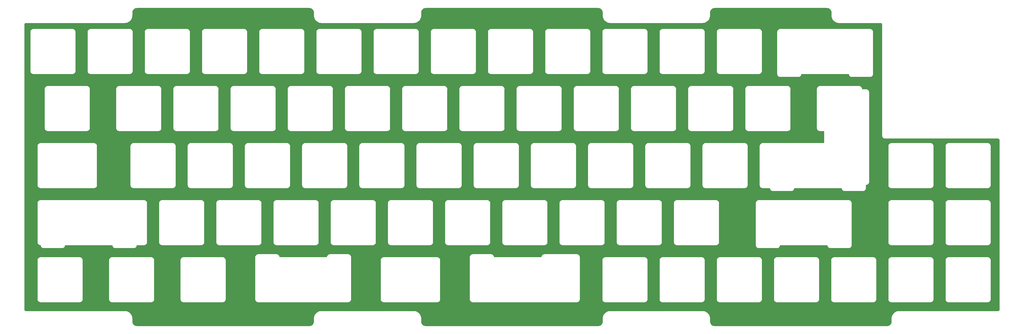
<source format=gbr>
%TF.GenerationSoftware,KiCad,Pcbnew,(6.0.1)*%
%TF.CreationDate,2022-02-08T19:47:05-05:00*%
%TF.ProjectId,GanJing 70 plate,47616e4a-696e-4672-9037-3020706c6174,rev?*%
%TF.SameCoordinates,Original*%
%TF.FileFunction,Copper,L2,Bot*%
%TF.FilePolarity,Positive*%
%FSLAX46Y46*%
G04 Gerber Fmt 4.6, Leading zero omitted, Abs format (unit mm)*
G04 Created by KiCad (PCBNEW (6.0.1)) date 2022-02-08 19:47:05*
%MOMM*%
%LPD*%
G01*
G04 APERTURE LIST*
G04 APERTURE END LIST*
%TA.AperFunction,NonConductor*%
G36*
X145370057Y-105434501D02*
G01*
X145372285Y-105434848D01*
X145384860Y-105436806D01*
X145384862Y-105436806D01*
X145393731Y-105438187D01*
X145402633Y-105437023D01*
X145402635Y-105437023D01*
X145408960Y-105436196D01*
X145434283Y-105435453D01*
X145598127Y-105447171D01*
X145603344Y-105447544D01*
X145621138Y-105450102D01*
X145811541Y-105491522D01*
X145828789Y-105496587D01*
X146011359Y-105564683D01*
X146027711Y-105572150D01*
X146093021Y-105607811D01*
X146198735Y-105665535D01*
X146213849Y-105675249D01*
X146323517Y-105757345D01*
X146369843Y-105792024D01*
X146383429Y-105803797D01*
X146521205Y-105941573D01*
X146532978Y-105955159D01*
X146649753Y-106111153D01*
X146659470Y-106126272D01*
X146752852Y-106297291D01*
X146760319Y-106313643D01*
X146828415Y-106496213D01*
X146833481Y-106513463D01*
X146874900Y-106703864D01*
X146877458Y-106721659D01*
X146889042Y-106883630D01*
X146888298Y-106901534D01*
X146888196Y-106909859D01*
X146886815Y-106918731D01*
X146887979Y-106927633D01*
X146887979Y-106927636D01*
X146890937Y-106950252D01*
X146892001Y-106966590D01*
X146892001Y-107871794D01*
X146890255Y-107892698D01*
X146886930Y-107912462D01*
X146886777Y-107925001D01*
X146887467Y-107929816D01*
X146887628Y-107932291D01*
X146888196Y-107937886D01*
X146889057Y-107952121D01*
X146905736Y-108227859D01*
X146960428Y-108526302D01*
X147050694Y-108815976D01*
X147052256Y-108819446D01*
X147052258Y-108819452D01*
X147112956Y-108954316D01*
X147175218Y-109092657D01*
X147177187Y-109095914D01*
X147177189Y-109095918D01*
X147289784Y-109282172D01*
X147332185Y-109352312D01*
X147519305Y-109591153D01*
X147733849Y-109805697D01*
X147972690Y-109992817D01*
X147975944Y-109994784D01*
X148229084Y-110147813D01*
X148229088Y-110147815D01*
X148232345Y-110149784D01*
X148370686Y-110212046D01*
X148505550Y-110272744D01*
X148505556Y-110272746D01*
X148509026Y-110274308D01*
X148798700Y-110364574D01*
X149097143Y-110419266D01*
X149100934Y-110419495D01*
X149100940Y-110419496D01*
X149278996Y-110430265D01*
X149369214Y-110435722D01*
X149382518Y-110437240D01*
X149387462Y-110438072D01*
X149393939Y-110438151D01*
X149395142Y-110438166D01*
X149395146Y-110438166D01*
X149400001Y-110438225D01*
X149427589Y-110434274D01*
X149445452Y-110433001D01*
X180046794Y-110433001D01*
X180067698Y-110434747D01*
X180087462Y-110438072D01*
X180093790Y-110438149D01*
X180095142Y-110438166D01*
X180095146Y-110438166D01*
X180100001Y-110438225D01*
X180104816Y-110437535D01*
X180107291Y-110437374D01*
X180112886Y-110436806D01*
X180399063Y-110419496D01*
X180399069Y-110419495D01*
X180402859Y-110419266D01*
X180701302Y-110364574D01*
X180990976Y-110274308D01*
X180994446Y-110272746D01*
X180994452Y-110272744D01*
X181129317Y-110212046D01*
X181267657Y-110149784D01*
X181270914Y-110147815D01*
X181270918Y-110147813D01*
X181524058Y-109994784D01*
X181527312Y-109992817D01*
X181766153Y-109805697D01*
X181980697Y-109591153D01*
X182167817Y-109352312D01*
X182210218Y-109282172D01*
X182322813Y-109095918D01*
X182322815Y-109095914D01*
X182324784Y-109092657D01*
X182387046Y-108954316D01*
X182447744Y-108819452D01*
X182447746Y-108819446D01*
X182449308Y-108815976D01*
X182539574Y-108526302D01*
X182594266Y-108227859D01*
X182599742Y-108137335D01*
X182610722Y-107955791D01*
X182612240Y-107942484D01*
X182612264Y-107942341D01*
X182613072Y-107937540D01*
X182613225Y-107925001D01*
X182609274Y-107897413D01*
X182608001Y-107879550D01*
X182608001Y-106974329D01*
X182609501Y-106954944D01*
X182611806Y-106940142D01*
X182611806Y-106940140D01*
X182613187Y-106931271D01*
X182612023Y-106922367D01*
X182611196Y-106916042D01*
X182610453Y-106890714D01*
X182622544Y-106721658D01*
X182625102Y-106703864D01*
X182666521Y-106513463D01*
X182671587Y-106496213D01*
X182739683Y-106313643D01*
X182747150Y-106297291D01*
X182840532Y-106126272D01*
X182850249Y-106111153D01*
X182967024Y-105955159D01*
X182978797Y-105941573D01*
X183116573Y-105803797D01*
X183130159Y-105792024D01*
X183176485Y-105757345D01*
X183286153Y-105675249D01*
X183301267Y-105665535D01*
X183406981Y-105607811D01*
X183472291Y-105572150D01*
X183488643Y-105564683D01*
X183671213Y-105496587D01*
X183688461Y-105491522D01*
X183878864Y-105450102D01*
X183896659Y-105447544D01*
X183945558Y-105444047D01*
X184058632Y-105435960D01*
X184076534Y-105436704D01*
X184084859Y-105436806D01*
X184093731Y-105438187D01*
X184102633Y-105437023D01*
X184102636Y-105437023D01*
X184125252Y-105434065D01*
X184141590Y-105433001D01*
X241550673Y-105433001D01*
X241570057Y-105434501D01*
X241572285Y-105434848D01*
X241584860Y-105436806D01*
X241584862Y-105436806D01*
X241593731Y-105438187D01*
X241602633Y-105437023D01*
X241602635Y-105437023D01*
X241608960Y-105436196D01*
X241634283Y-105435453D01*
X241798127Y-105447171D01*
X241803344Y-105447544D01*
X241821138Y-105450102D01*
X242011541Y-105491522D01*
X242028789Y-105496587D01*
X242211359Y-105564683D01*
X242227711Y-105572150D01*
X242293021Y-105607811D01*
X242398735Y-105665535D01*
X242413849Y-105675249D01*
X242523517Y-105757345D01*
X242569843Y-105792024D01*
X242583429Y-105803797D01*
X242721205Y-105941573D01*
X242732978Y-105955159D01*
X242849753Y-106111153D01*
X242859470Y-106126272D01*
X242952852Y-106297291D01*
X242960319Y-106313643D01*
X243028415Y-106496213D01*
X243033481Y-106513463D01*
X243074900Y-106703864D01*
X243077458Y-106721659D01*
X243089042Y-106883630D01*
X243088298Y-106901534D01*
X243088196Y-106909859D01*
X243086815Y-106918731D01*
X243087979Y-106927633D01*
X243087979Y-106927636D01*
X243090937Y-106950252D01*
X243092001Y-106966590D01*
X243092001Y-107871794D01*
X243090255Y-107892698D01*
X243086930Y-107912462D01*
X243086777Y-107925001D01*
X243087467Y-107929816D01*
X243087628Y-107932291D01*
X243088196Y-107937886D01*
X243089057Y-107952121D01*
X243105736Y-108227859D01*
X243160428Y-108526302D01*
X243250694Y-108815976D01*
X243252256Y-108819446D01*
X243252258Y-108819452D01*
X243312956Y-108954316D01*
X243375218Y-109092657D01*
X243377187Y-109095914D01*
X243377189Y-109095918D01*
X243489784Y-109282172D01*
X243532185Y-109352312D01*
X243719305Y-109591153D01*
X243933849Y-109805697D01*
X244172690Y-109992817D01*
X244175944Y-109994784D01*
X244429084Y-110147813D01*
X244429088Y-110147815D01*
X244432345Y-110149784D01*
X244570686Y-110212046D01*
X244705550Y-110272744D01*
X244705556Y-110272746D01*
X244709026Y-110274308D01*
X244998700Y-110364574D01*
X245297143Y-110419266D01*
X245300934Y-110419495D01*
X245300940Y-110419496D01*
X245478996Y-110430265D01*
X245569214Y-110435722D01*
X245582518Y-110437240D01*
X245587462Y-110438072D01*
X245593939Y-110438151D01*
X245595142Y-110438166D01*
X245595146Y-110438166D01*
X245600001Y-110438225D01*
X245627589Y-110434274D01*
X245645452Y-110433001D01*
X276246794Y-110433001D01*
X276267698Y-110434747D01*
X276287462Y-110438072D01*
X276293790Y-110438149D01*
X276295142Y-110438166D01*
X276295146Y-110438166D01*
X276300001Y-110438225D01*
X276304816Y-110437535D01*
X276307291Y-110437374D01*
X276312886Y-110436806D01*
X276599063Y-110419496D01*
X276599069Y-110419495D01*
X276602859Y-110419266D01*
X276901302Y-110364574D01*
X277190976Y-110274308D01*
X277194446Y-110272746D01*
X277194452Y-110272744D01*
X277329317Y-110212046D01*
X277467657Y-110149784D01*
X277470914Y-110147815D01*
X277470918Y-110147813D01*
X277724058Y-109994784D01*
X277727312Y-109992817D01*
X277966153Y-109805697D01*
X278180697Y-109591153D01*
X278367817Y-109352312D01*
X278410218Y-109282172D01*
X278522813Y-109095918D01*
X278522815Y-109095914D01*
X278524784Y-109092657D01*
X278587046Y-108954316D01*
X278647744Y-108819452D01*
X278647746Y-108819446D01*
X278649308Y-108815976D01*
X278739574Y-108526302D01*
X278794266Y-108227859D01*
X278799742Y-108137335D01*
X278810722Y-107955791D01*
X278812240Y-107942484D01*
X278812264Y-107942341D01*
X278813072Y-107937540D01*
X278813225Y-107925001D01*
X278809274Y-107897413D01*
X278808001Y-107879550D01*
X278808001Y-106974329D01*
X278809501Y-106954944D01*
X278811806Y-106940142D01*
X278811806Y-106940140D01*
X278813187Y-106931271D01*
X278812023Y-106922367D01*
X278811196Y-106916042D01*
X278810453Y-106890714D01*
X278822544Y-106721658D01*
X278825102Y-106703864D01*
X278866521Y-106513463D01*
X278871587Y-106496213D01*
X278939683Y-106313643D01*
X278947150Y-106297291D01*
X279040532Y-106126272D01*
X279050249Y-106111153D01*
X279167024Y-105955159D01*
X279178797Y-105941573D01*
X279316573Y-105803797D01*
X279330159Y-105792024D01*
X279376485Y-105757345D01*
X279486153Y-105675249D01*
X279501267Y-105665535D01*
X279606981Y-105607811D01*
X279672291Y-105572150D01*
X279688643Y-105564683D01*
X279871213Y-105496587D01*
X279888461Y-105491522D01*
X280078864Y-105450102D01*
X280096659Y-105447544D01*
X280145558Y-105444047D01*
X280258632Y-105435960D01*
X280276534Y-105436704D01*
X280284859Y-105436806D01*
X280293731Y-105438187D01*
X280302633Y-105437023D01*
X280302636Y-105437023D01*
X280325252Y-105434065D01*
X280341590Y-105433001D01*
X317750673Y-105433001D01*
X317770057Y-105434501D01*
X317772285Y-105434848D01*
X317784860Y-105436806D01*
X317784862Y-105436806D01*
X317793731Y-105438187D01*
X317802633Y-105437023D01*
X317802635Y-105437023D01*
X317808960Y-105436196D01*
X317834283Y-105435453D01*
X317998127Y-105447171D01*
X318003344Y-105447544D01*
X318021138Y-105450102D01*
X318211541Y-105491522D01*
X318228789Y-105496587D01*
X318411359Y-105564683D01*
X318427711Y-105572150D01*
X318493021Y-105607811D01*
X318598735Y-105665535D01*
X318613849Y-105675249D01*
X318723517Y-105757345D01*
X318769843Y-105792024D01*
X318783429Y-105803797D01*
X318921205Y-105941573D01*
X318932978Y-105955159D01*
X319049753Y-106111153D01*
X319059470Y-106126272D01*
X319152852Y-106297291D01*
X319160319Y-106313643D01*
X319228415Y-106496213D01*
X319233481Y-106513463D01*
X319274900Y-106703864D01*
X319277458Y-106721659D01*
X319289042Y-106883630D01*
X319288298Y-106901534D01*
X319288196Y-106909859D01*
X319286815Y-106918731D01*
X319287979Y-106927633D01*
X319287979Y-106927636D01*
X319290937Y-106950252D01*
X319292001Y-106966590D01*
X319292001Y-107871794D01*
X319290255Y-107892698D01*
X319286930Y-107912462D01*
X319286777Y-107925001D01*
X319287467Y-107929816D01*
X319287628Y-107932291D01*
X319288196Y-107937886D01*
X319289057Y-107952121D01*
X319305736Y-108227859D01*
X319360428Y-108526302D01*
X319450694Y-108815976D01*
X319452256Y-108819446D01*
X319452258Y-108819452D01*
X319512956Y-108954316D01*
X319575218Y-109092657D01*
X319577187Y-109095914D01*
X319577189Y-109095918D01*
X319689784Y-109282172D01*
X319732185Y-109352312D01*
X319919305Y-109591153D01*
X320133849Y-109805697D01*
X320372690Y-109992817D01*
X320375944Y-109994784D01*
X320629084Y-110147813D01*
X320629088Y-110147815D01*
X320632345Y-110149784D01*
X320770686Y-110212046D01*
X320905550Y-110272744D01*
X320905556Y-110272746D01*
X320909026Y-110274308D01*
X321198700Y-110364574D01*
X321497143Y-110419266D01*
X321500934Y-110419495D01*
X321500940Y-110419496D01*
X321678996Y-110430265D01*
X321769214Y-110435722D01*
X321782518Y-110437240D01*
X321787462Y-110438072D01*
X321793939Y-110438151D01*
X321795142Y-110438166D01*
X321795146Y-110438166D01*
X321800001Y-110438225D01*
X321827589Y-110434274D01*
X321845452Y-110433001D01*
X335600674Y-110433001D01*
X335620058Y-110434501D01*
X335634859Y-110436806D01*
X335634863Y-110436806D01*
X335643732Y-110438187D01*
X335652634Y-110437023D01*
X335652638Y-110437023D01*
X335652734Y-110437010D01*
X335683171Y-110436739D01*
X335745376Y-110443747D01*
X335772883Y-110450025D01*
X335850072Y-110477035D01*
X335875492Y-110489277D01*
X335944739Y-110532788D01*
X335966798Y-110550380D01*
X336024622Y-110608204D01*
X336042214Y-110630263D01*
X336085725Y-110699510D01*
X336097967Y-110724931D01*
X336124976Y-110802118D01*
X336131255Y-110829625D01*
X336137523Y-110885252D01*
X336138306Y-110900898D01*
X336138197Y-110909856D01*
X336136815Y-110918730D01*
X336138455Y-110931270D01*
X336140937Y-110950251D01*
X336142001Y-110966589D01*
X336142001Y-147971795D01*
X336140255Y-147992699D01*
X336136930Y-148012463D01*
X336136777Y-148025002D01*
X336137466Y-148029809D01*
X336137466Y-148029816D01*
X336139816Y-148046221D01*
X336140610Y-148053103D01*
X336153524Y-148200708D01*
X336199173Y-148371074D01*
X336273714Y-148530926D01*
X336374879Y-148675405D01*
X336499597Y-148800123D01*
X336644076Y-148901288D01*
X336649054Y-148903609D01*
X336649057Y-148903611D01*
X336798946Y-148973506D01*
X336803928Y-148975829D01*
X336809236Y-148977251D01*
X336809238Y-148977252D01*
X336968979Y-149020054D01*
X336968980Y-149020054D01*
X336974294Y-149021478D01*
X336979780Y-149021958D01*
X336979786Y-149021959D01*
X337103769Y-149032807D01*
X337113692Y-149034073D01*
X337132668Y-149037266D01*
X337132673Y-149037266D01*
X337137461Y-149038072D01*
X337143760Y-149038149D01*
X337145141Y-149038166D01*
X337145145Y-149038166D01*
X337150000Y-149038225D01*
X337177588Y-149034274D01*
X337195451Y-149033001D01*
X374700674Y-149033001D01*
X374720058Y-149034501D01*
X374734859Y-149036806D01*
X374734863Y-149036806D01*
X374743732Y-149038187D01*
X374752634Y-149037023D01*
X374752638Y-149037023D01*
X374752734Y-149037010D01*
X374783171Y-149036739D01*
X374845376Y-149043747D01*
X374872883Y-149050025D01*
X374950072Y-149077035D01*
X374975492Y-149089277D01*
X375044739Y-149132788D01*
X375066798Y-149150380D01*
X375124622Y-149208204D01*
X375142214Y-149230263D01*
X375185725Y-149299510D01*
X375197967Y-149324931D01*
X375224976Y-149402118D01*
X375231255Y-149429625D01*
X375237523Y-149485252D01*
X375238306Y-149500898D01*
X375238197Y-149509856D01*
X375236815Y-149518730D01*
X375239275Y-149537541D01*
X375240937Y-149550251D01*
X375242001Y-149566589D01*
X375242001Y-206075674D01*
X375240501Y-206095058D01*
X375238196Y-206109859D01*
X375238196Y-206109863D01*
X375236815Y-206118732D01*
X375237979Y-206127634D01*
X375237979Y-206127638D01*
X375237992Y-206127734D01*
X375238263Y-206158171D01*
X375231255Y-206220376D01*
X375224976Y-206247886D01*
X375197967Y-206325072D01*
X375185725Y-206350492D01*
X375142214Y-206419739D01*
X375124622Y-206441798D01*
X375066798Y-206499622D01*
X375044739Y-206517214D01*
X374975492Y-206560725D01*
X374950071Y-206572967D01*
X374872884Y-206599976D01*
X374845377Y-206606255D01*
X374821429Y-206608953D01*
X374789745Y-206612523D01*
X374774104Y-206613306D01*
X374765146Y-206613197D01*
X374756272Y-206611815D01*
X374726349Y-206615728D01*
X374724751Y-206615937D01*
X374708413Y-206617001D01*
X341853208Y-206617001D01*
X341832304Y-206615255D01*
X341824101Y-206613875D01*
X341812540Y-206611930D01*
X341806212Y-206611853D01*
X341804860Y-206611836D01*
X341804856Y-206611836D01*
X341800001Y-206611777D01*
X341795186Y-206612467D01*
X341792711Y-206612628D01*
X341787116Y-206613196D01*
X341500939Y-206630506D01*
X341500933Y-206630507D01*
X341497143Y-206630736D01*
X341198700Y-206685428D01*
X340909026Y-206775694D01*
X340905556Y-206777256D01*
X340905550Y-206777258D01*
X340770686Y-206837956D01*
X340632345Y-206900218D01*
X340629088Y-206902187D01*
X340629084Y-206902189D01*
X340562617Y-206942370D01*
X340372690Y-207057185D01*
X340133849Y-207244305D01*
X339919305Y-207458849D01*
X339732185Y-207697690D01*
X339730218Y-207700944D01*
X339628111Y-207869850D01*
X339575218Y-207957345D01*
X339573654Y-207960821D01*
X339489435Y-208147948D01*
X339450694Y-208234026D01*
X339360428Y-208523700D01*
X339305736Y-208822143D01*
X339305507Y-208825934D01*
X339305506Y-208825940D01*
X339289280Y-209094211D01*
X339287762Y-209107518D01*
X339286930Y-209112462D01*
X339286777Y-209125001D01*
X339287467Y-209129816D01*
X339290728Y-209152589D01*
X339292001Y-209170452D01*
X339292001Y-210075673D01*
X339290501Y-210095057D01*
X339286815Y-210118731D01*
X339287979Y-210127633D01*
X339287979Y-210127635D01*
X339288806Y-210133960D01*
X339289549Y-210159288D01*
X339277458Y-210328344D01*
X339274900Y-210346138D01*
X339233481Y-210536539D01*
X339228415Y-210553789D01*
X339160319Y-210736359D01*
X339152852Y-210752711D01*
X339059470Y-210923730D01*
X339049753Y-210938849D01*
X338992017Y-211015976D01*
X338932978Y-211094843D01*
X338921205Y-211108429D01*
X338783429Y-211246205D01*
X338769842Y-211257978D01*
X338613849Y-211374753D01*
X338598735Y-211384467D01*
X338493021Y-211442191D01*
X338427711Y-211477852D01*
X338411359Y-211485319D01*
X338228789Y-211553415D01*
X338211541Y-211558480D01*
X338048023Y-211594052D01*
X338021138Y-211599900D01*
X338003343Y-211602458D01*
X337954444Y-211605955D01*
X337841370Y-211614042D01*
X337823468Y-211613298D01*
X337815143Y-211613196D01*
X337806271Y-211611815D01*
X337797369Y-211612979D01*
X337797366Y-211612979D01*
X337774750Y-211615937D01*
X337758412Y-211617001D01*
X280349329Y-211617001D01*
X280329944Y-211615501D01*
X280329662Y-211615457D01*
X280327118Y-211615061D01*
X280315142Y-211613196D01*
X280315140Y-211613196D01*
X280306271Y-211611815D01*
X280297369Y-211612979D01*
X280297367Y-211612979D01*
X280291042Y-211613806D01*
X280265719Y-211614549D01*
X280096658Y-211602458D01*
X280078864Y-211599900D01*
X280051979Y-211594052D01*
X279888461Y-211558480D01*
X279871213Y-211553415D01*
X279688643Y-211485319D01*
X279672291Y-211477852D01*
X279606981Y-211442191D01*
X279501267Y-211384467D01*
X279486153Y-211374753D01*
X279330160Y-211257978D01*
X279316573Y-211246205D01*
X279178797Y-211108429D01*
X279167024Y-211094843D01*
X279107985Y-211015976D01*
X279050249Y-210938849D01*
X279040532Y-210923730D01*
X278947150Y-210752711D01*
X278939683Y-210736359D01*
X278871587Y-210553789D01*
X278866521Y-210536539D01*
X278825102Y-210346138D01*
X278822544Y-210328343D01*
X278810960Y-210166372D01*
X278811704Y-210148468D01*
X278811806Y-210140143D01*
X278813187Y-210131271D01*
X278811548Y-210118731D01*
X278809065Y-210099750D01*
X278808001Y-210083412D01*
X278808001Y-209178208D01*
X278809747Y-209157304D01*
X278812265Y-209142336D01*
X278813072Y-209137540D01*
X278813225Y-209125001D01*
X278812535Y-209120186D01*
X278812374Y-209117711D01*
X278811806Y-209112116D01*
X278794496Y-208825939D01*
X278794495Y-208825933D01*
X278794266Y-208822143D01*
X278739574Y-208523700D01*
X278649308Y-208234026D01*
X278610568Y-208147948D01*
X278526348Y-207960821D01*
X278524784Y-207957345D01*
X278471892Y-207869850D01*
X278369784Y-207700944D01*
X278367817Y-207697690D01*
X278180697Y-207458849D01*
X277966153Y-207244305D01*
X277727312Y-207057185D01*
X277537385Y-206942370D01*
X277470918Y-206902189D01*
X277470914Y-206902187D01*
X277467657Y-206900218D01*
X277329316Y-206837956D01*
X277194452Y-206777258D01*
X277194446Y-206777256D01*
X277190976Y-206775694D01*
X276901302Y-206685428D01*
X276602859Y-206630736D01*
X276599068Y-206630507D01*
X276599062Y-206630506D01*
X276421006Y-206619737D01*
X276330788Y-206614280D01*
X276317484Y-206612762D01*
X276317341Y-206612738D01*
X276317342Y-206612738D01*
X276312540Y-206611930D01*
X276306063Y-206611851D01*
X276304860Y-206611836D01*
X276304856Y-206611836D01*
X276300001Y-206611777D01*
X276275716Y-206615255D01*
X276272413Y-206615728D01*
X276254550Y-206617001D01*
X245653208Y-206617001D01*
X245632304Y-206615255D01*
X245624101Y-206613875D01*
X245612540Y-206611930D01*
X245606212Y-206611853D01*
X245604860Y-206611836D01*
X245604856Y-206611836D01*
X245600001Y-206611777D01*
X245595186Y-206612467D01*
X245592711Y-206612628D01*
X245587116Y-206613196D01*
X245300939Y-206630506D01*
X245300933Y-206630507D01*
X245297143Y-206630736D01*
X244998700Y-206685428D01*
X244709026Y-206775694D01*
X244705556Y-206777256D01*
X244705550Y-206777258D01*
X244570686Y-206837956D01*
X244432345Y-206900218D01*
X244429088Y-206902187D01*
X244429084Y-206902189D01*
X244362617Y-206942370D01*
X244172690Y-207057185D01*
X243933849Y-207244305D01*
X243719305Y-207458849D01*
X243532185Y-207697690D01*
X243530218Y-207700944D01*
X243428111Y-207869850D01*
X243375218Y-207957345D01*
X243373654Y-207960821D01*
X243289435Y-208147948D01*
X243250694Y-208234026D01*
X243160428Y-208523700D01*
X243105736Y-208822143D01*
X243105507Y-208825934D01*
X243105506Y-208825940D01*
X243089280Y-209094211D01*
X243087762Y-209107518D01*
X243086930Y-209112462D01*
X243086777Y-209125001D01*
X243087467Y-209129816D01*
X243090728Y-209152589D01*
X243092001Y-209170452D01*
X243092001Y-210075673D01*
X243090501Y-210095057D01*
X243086815Y-210118731D01*
X243087979Y-210127633D01*
X243087979Y-210127635D01*
X243088806Y-210133960D01*
X243089549Y-210159288D01*
X243077458Y-210328344D01*
X243074900Y-210346138D01*
X243033481Y-210536539D01*
X243028415Y-210553789D01*
X242960319Y-210736359D01*
X242952852Y-210752711D01*
X242859470Y-210923730D01*
X242849753Y-210938849D01*
X242792017Y-211015976D01*
X242732978Y-211094843D01*
X242721205Y-211108429D01*
X242583429Y-211246205D01*
X242569842Y-211257978D01*
X242413849Y-211374753D01*
X242398735Y-211384467D01*
X242293021Y-211442191D01*
X242227711Y-211477852D01*
X242211359Y-211485319D01*
X242028789Y-211553415D01*
X242011541Y-211558480D01*
X241848023Y-211594052D01*
X241821138Y-211599900D01*
X241803343Y-211602458D01*
X241754444Y-211605955D01*
X241641370Y-211614042D01*
X241623468Y-211613298D01*
X241615143Y-211613196D01*
X241606271Y-211611815D01*
X241597369Y-211612979D01*
X241597366Y-211612979D01*
X241574750Y-211615937D01*
X241558412Y-211617001D01*
X184149329Y-211617001D01*
X184129944Y-211615501D01*
X184129662Y-211615457D01*
X184127118Y-211615061D01*
X184115142Y-211613196D01*
X184115140Y-211613196D01*
X184106271Y-211611815D01*
X184097369Y-211612979D01*
X184097367Y-211612979D01*
X184091042Y-211613806D01*
X184065719Y-211614549D01*
X183896658Y-211602458D01*
X183878864Y-211599900D01*
X183851979Y-211594052D01*
X183688461Y-211558480D01*
X183671213Y-211553415D01*
X183488643Y-211485319D01*
X183472291Y-211477852D01*
X183406981Y-211442191D01*
X183301267Y-211384467D01*
X183286153Y-211374753D01*
X183130160Y-211257978D01*
X183116573Y-211246205D01*
X182978797Y-211108429D01*
X182967024Y-211094843D01*
X182907985Y-211015976D01*
X182850249Y-210938849D01*
X182840532Y-210923730D01*
X182747150Y-210752711D01*
X182739683Y-210736359D01*
X182671587Y-210553789D01*
X182666521Y-210536539D01*
X182625102Y-210346138D01*
X182622544Y-210328343D01*
X182610960Y-210166372D01*
X182611704Y-210148468D01*
X182611806Y-210140143D01*
X182613187Y-210131271D01*
X182611548Y-210118731D01*
X182609065Y-210099750D01*
X182608001Y-210083412D01*
X182608001Y-209178208D01*
X182609747Y-209157304D01*
X182612265Y-209142336D01*
X182613072Y-209137540D01*
X182613225Y-209125001D01*
X182612535Y-209120186D01*
X182612374Y-209117711D01*
X182611806Y-209112116D01*
X182594496Y-208825939D01*
X182594495Y-208825933D01*
X182594266Y-208822143D01*
X182539574Y-208523700D01*
X182449308Y-208234026D01*
X182410568Y-208147948D01*
X182326348Y-207960821D01*
X182324784Y-207957345D01*
X182271892Y-207869850D01*
X182169784Y-207700944D01*
X182167817Y-207697690D01*
X181980697Y-207458849D01*
X181766153Y-207244305D01*
X181527312Y-207057185D01*
X181337385Y-206942370D01*
X181270918Y-206902189D01*
X181270914Y-206902187D01*
X181267657Y-206900218D01*
X181129316Y-206837956D01*
X180994452Y-206777258D01*
X180994446Y-206777256D01*
X180990976Y-206775694D01*
X180701302Y-206685428D01*
X180402859Y-206630736D01*
X180399068Y-206630507D01*
X180399062Y-206630506D01*
X180221006Y-206619737D01*
X180130788Y-206614280D01*
X180117484Y-206612762D01*
X180117341Y-206612738D01*
X180117342Y-206612738D01*
X180112540Y-206611930D01*
X180106063Y-206611851D01*
X180104860Y-206611836D01*
X180104856Y-206611836D01*
X180100001Y-206611777D01*
X180075716Y-206615255D01*
X180072413Y-206615728D01*
X180054550Y-206617001D01*
X149453208Y-206617001D01*
X149432304Y-206615255D01*
X149424101Y-206613875D01*
X149412540Y-206611930D01*
X149406212Y-206611853D01*
X149404860Y-206611836D01*
X149404856Y-206611836D01*
X149400001Y-206611777D01*
X149395186Y-206612467D01*
X149392711Y-206612628D01*
X149387116Y-206613196D01*
X149100939Y-206630506D01*
X149100933Y-206630507D01*
X149097143Y-206630736D01*
X148798700Y-206685428D01*
X148509026Y-206775694D01*
X148505556Y-206777256D01*
X148505550Y-206777258D01*
X148370686Y-206837956D01*
X148232345Y-206900218D01*
X148229088Y-206902187D01*
X148229084Y-206902189D01*
X148162617Y-206942370D01*
X147972690Y-207057185D01*
X147733849Y-207244305D01*
X147519305Y-207458849D01*
X147332185Y-207697690D01*
X147330218Y-207700944D01*
X147228111Y-207869850D01*
X147175218Y-207957345D01*
X147173654Y-207960821D01*
X147089435Y-208147948D01*
X147050694Y-208234026D01*
X146960428Y-208523700D01*
X146905736Y-208822143D01*
X146905507Y-208825934D01*
X146905506Y-208825940D01*
X146889280Y-209094211D01*
X146887762Y-209107518D01*
X146886930Y-209112462D01*
X146886777Y-209125001D01*
X146887467Y-209129816D01*
X146890728Y-209152589D01*
X146892001Y-209170452D01*
X146892001Y-210075673D01*
X146890501Y-210095057D01*
X146886815Y-210118731D01*
X146887979Y-210127633D01*
X146887979Y-210127635D01*
X146888806Y-210133960D01*
X146889549Y-210159288D01*
X146877458Y-210328344D01*
X146874900Y-210346138D01*
X146833481Y-210536539D01*
X146828415Y-210553789D01*
X146760319Y-210736359D01*
X146752852Y-210752711D01*
X146659470Y-210923730D01*
X146649753Y-210938849D01*
X146592017Y-211015976D01*
X146532978Y-211094843D01*
X146521205Y-211108429D01*
X146383429Y-211246205D01*
X146369842Y-211257978D01*
X146213849Y-211374753D01*
X146198735Y-211384467D01*
X146093021Y-211442191D01*
X146027711Y-211477852D01*
X146011359Y-211485319D01*
X145828789Y-211553415D01*
X145811541Y-211558480D01*
X145648023Y-211594052D01*
X145621138Y-211599900D01*
X145603343Y-211602458D01*
X145554444Y-211605955D01*
X145441370Y-211614042D01*
X145423468Y-211613298D01*
X145415143Y-211613196D01*
X145406271Y-211611815D01*
X145397369Y-211612979D01*
X145397366Y-211612979D01*
X145374750Y-211615937D01*
X145358412Y-211617001D01*
X87949329Y-211617001D01*
X87929944Y-211615501D01*
X87929662Y-211615457D01*
X87927118Y-211615061D01*
X87915142Y-211613196D01*
X87915140Y-211613196D01*
X87906271Y-211611815D01*
X87897369Y-211612979D01*
X87897367Y-211612979D01*
X87891042Y-211613806D01*
X87865719Y-211614549D01*
X87696658Y-211602458D01*
X87678864Y-211599900D01*
X87651979Y-211594052D01*
X87488461Y-211558480D01*
X87471213Y-211553415D01*
X87288643Y-211485319D01*
X87272291Y-211477852D01*
X87206981Y-211442191D01*
X87101267Y-211384467D01*
X87086153Y-211374753D01*
X86930160Y-211257978D01*
X86916573Y-211246205D01*
X86778797Y-211108429D01*
X86767024Y-211094843D01*
X86707985Y-211015976D01*
X86650249Y-210938849D01*
X86640532Y-210923730D01*
X86547150Y-210752711D01*
X86539683Y-210736359D01*
X86471587Y-210553789D01*
X86466521Y-210536539D01*
X86425102Y-210346138D01*
X86422544Y-210328343D01*
X86410960Y-210166372D01*
X86411704Y-210148468D01*
X86411806Y-210140143D01*
X86413187Y-210131271D01*
X86411548Y-210118731D01*
X86409065Y-210099750D01*
X86408001Y-210083412D01*
X86408001Y-209178208D01*
X86409747Y-209157304D01*
X86412265Y-209142336D01*
X86413072Y-209137540D01*
X86413225Y-209125001D01*
X86412535Y-209120186D01*
X86412374Y-209117711D01*
X86411806Y-209112116D01*
X86394496Y-208825939D01*
X86394495Y-208825933D01*
X86394266Y-208822143D01*
X86339574Y-208523700D01*
X86249308Y-208234026D01*
X86210568Y-208147948D01*
X86126348Y-207960821D01*
X86124784Y-207957345D01*
X86071892Y-207869850D01*
X85969784Y-207700944D01*
X85967817Y-207697690D01*
X85780697Y-207458849D01*
X85566153Y-207244305D01*
X85327312Y-207057185D01*
X85137385Y-206942370D01*
X85070918Y-206902189D01*
X85070914Y-206902187D01*
X85067657Y-206900218D01*
X84929316Y-206837956D01*
X84794452Y-206777258D01*
X84794446Y-206777256D01*
X84790976Y-206775694D01*
X84501302Y-206685428D01*
X84202859Y-206630736D01*
X84199068Y-206630507D01*
X84199062Y-206630506D01*
X84021006Y-206619737D01*
X83930788Y-206614280D01*
X83917484Y-206612762D01*
X83917341Y-206612738D01*
X83917342Y-206612738D01*
X83912540Y-206611930D01*
X83906063Y-206611851D01*
X83904860Y-206611836D01*
X83904856Y-206611836D01*
X83900001Y-206611777D01*
X83875716Y-206615255D01*
X83872413Y-206615728D01*
X83854550Y-206617001D01*
X50999328Y-206617001D01*
X50979944Y-206615501D01*
X50965143Y-206613196D01*
X50965139Y-206613196D01*
X50956270Y-206611815D01*
X50947368Y-206612979D01*
X50947364Y-206612979D01*
X50947268Y-206612992D01*
X50916831Y-206613263D01*
X50854626Y-206606255D01*
X50827119Y-206599977D01*
X50749929Y-206572967D01*
X50724510Y-206560725D01*
X50655263Y-206517214D01*
X50633204Y-206499622D01*
X50575380Y-206441798D01*
X50557788Y-206419739D01*
X50514277Y-206350492D01*
X50502035Y-206325071D01*
X50475026Y-206247884D01*
X50468747Y-206220377D01*
X50462479Y-206164750D01*
X50461696Y-206149104D01*
X50461805Y-206140146D01*
X50463187Y-206131272D01*
X50459065Y-206099750D01*
X50458001Y-206083413D01*
X50458001Y-202650002D01*
X54843027Y-202650002D01*
X54843716Y-202654809D01*
X54843716Y-202654816D01*
X54846066Y-202671221D01*
X54846860Y-202678103D01*
X54859774Y-202825708D01*
X54905423Y-202996074D01*
X54979964Y-203155926D01*
X55081129Y-203300405D01*
X55205847Y-203425123D01*
X55350326Y-203526288D01*
X55355304Y-203528609D01*
X55355307Y-203528611D01*
X55505196Y-203598506D01*
X55510178Y-203600829D01*
X55515486Y-203602251D01*
X55515488Y-203602252D01*
X55675229Y-203645054D01*
X55675230Y-203645054D01*
X55680544Y-203646478D01*
X55686030Y-203646958D01*
X55686036Y-203646959D01*
X55810019Y-203657807D01*
X55819942Y-203659073D01*
X55838918Y-203662266D01*
X55838923Y-203662266D01*
X55843711Y-203663072D01*
X55850010Y-203663149D01*
X55851391Y-203663166D01*
X55851395Y-203663166D01*
X55856250Y-203663225D01*
X55883838Y-203659274D01*
X55901701Y-203658001D01*
X68803045Y-203658001D01*
X68823949Y-203659747D01*
X68843713Y-203663072D01*
X68850071Y-203663150D01*
X68851394Y-203663166D01*
X68851398Y-203663166D01*
X68856252Y-203663225D01*
X68861059Y-203662536D01*
X68861066Y-203662536D01*
X68877471Y-203660186D01*
X68884353Y-203659392D01*
X68918246Y-203656427D01*
X69031958Y-203646478D01*
X69037272Y-203645054D01*
X69037273Y-203645054D01*
X69197014Y-203602252D01*
X69197016Y-203602251D01*
X69202324Y-203600829D01*
X69207306Y-203598506D01*
X69357195Y-203528611D01*
X69357198Y-203528609D01*
X69362176Y-203526288D01*
X69506655Y-203425123D01*
X69631373Y-203300405D01*
X69732538Y-203155926D01*
X69807079Y-202996074D01*
X69852728Y-202825708D01*
X69853209Y-202820216D01*
X69864057Y-202696233D01*
X69865323Y-202686310D01*
X69868516Y-202667334D01*
X69868516Y-202667329D01*
X69869322Y-202662541D01*
X69869475Y-202650002D01*
X78655527Y-202650002D01*
X78656216Y-202654809D01*
X78656216Y-202654816D01*
X78658566Y-202671221D01*
X78659360Y-202678103D01*
X78672274Y-202825708D01*
X78717923Y-202996074D01*
X78792464Y-203155926D01*
X78893629Y-203300405D01*
X79018347Y-203425123D01*
X79162826Y-203526288D01*
X79167804Y-203528609D01*
X79167807Y-203528611D01*
X79317696Y-203598506D01*
X79322678Y-203600829D01*
X79327986Y-203602251D01*
X79327988Y-203602252D01*
X79487729Y-203645054D01*
X79487730Y-203645054D01*
X79493044Y-203646478D01*
X79498530Y-203646958D01*
X79498536Y-203646959D01*
X79622519Y-203657807D01*
X79632442Y-203659073D01*
X79651418Y-203662266D01*
X79651423Y-203662266D01*
X79656211Y-203663072D01*
X79662510Y-203663149D01*
X79663891Y-203663166D01*
X79663895Y-203663166D01*
X79668750Y-203663225D01*
X79696338Y-203659274D01*
X79714201Y-203658001D01*
X92615545Y-203658001D01*
X92636449Y-203659747D01*
X92656213Y-203663072D01*
X92662571Y-203663150D01*
X92663894Y-203663166D01*
X92663898Y-203663166D01*
X92668752Y-203663225D01*
X92673559Y-203662536D01*
X92673566Y-203662536D01*
X92689971Y-203660186D01*
X92696853Y-203659392D01*
X92730746Y-203656427D01*
X92844458Y-203646478D01*
X92849772Y-203645054D01*
X92849773Y-203645054D01*
X93009514Y-203602252D01*
X93009516Y-203602251D01*
X93014824Y-203600829D01*
X93019806Y-203598506D01*
X93169695Y-203528611D01*
X93169698Y-203528609D01*
X93174676Y-203526288D01*
X93319155Y-203425123D01*
X93443873Y-203300405D01*
X93545038Y-203155926D01*
X93619579Y-202996074D01*
X93665228Y-202825708D01*
X93665709Y-202820216D01*
X93676557Y-202696233D01*
X93677823Y-202686310D01*
X93681016Y-202667334D01*
X93681016Y-202667329D01*
X93681822Y-202662541D01*
X93681975Y-202650002D01*
X102468027Y-202650002D01*
X102468716Y-202654809D01*
X102468716Y-202654816D01*
X102471066Y-202671221D01*
X102471860Y-202678103D01*
X102484774Y-202825708D01*
X102530423Y-202996074D01*
X102604964Y-203155926D01*
X102706129Y-203300405D01*
X102830847Y-203425123D01*
X102975326Y-203526288D01*
X102980304Y-203528609D01*
X102980307Y-203528611D01*
X103130196Y-203598506D01*
X103135178Y-203600829D01*
X103140486Y-203602251D01*
X103140488Y-203602252D01*
X103300229Y-203645054D01*
X103300230Y-203645054D01*
X103305544Y-203646478D01*
X103311030Y-203646958D01*
X103311036Y-203646959D01*
X103435019Y-203657807D01*
X103444942Y-203659073D01*
X103463918Y-203662266D01*
X103463923Y-203662266D01*
X103468711Y-203663072D01*
X103475010Y-203663149D01*
X103476391Y-203663166D01*
X103476395Y-203663166D01*
X103481250Y-203663225D01*
X103508838Y-203659274D01*
X103526701Y-203658001D01*
X116428045Y-203658001D01*
X116448949Y-203659747D01*
X116468713Y-203663072D01*
X116475071Y-203663150D01*
X116476394Y-203663166D01*
X116476398Y-203663166D01*
X116481252Y-203663225D01*
X116486059Y-203662536D01*
X116486066Y-203662536D01*
X116502471Y-203660186D01*
X116509353Y-203659392D01*
X116543246Y-203656427D01*
X116656958Y-203646478D01*
X116662272Y-203645054D01*
X116662273Y-203645054D01*
X116822014Y-203602252D01*
X116822016Y-203602251D01*
X116827324Y-203600829D01*
X116832306Y-203598506D01*
X116982195Y-203528611D01*
X116982198Y-203528609D01*
X116987176Y-203526288D01*
X117131655Y-203425123D01*
X117256373Y-203300405D01*
X117357538Y-203155926D01*
X117432079Y-202996074D01*
X117477728Y-202825708D01*
X117478209Y-202820216D01*
X117489057Y-202696233D01*
X117490323Y-202686310D01*
X117493516Y-202667334D01*
X117493516Y-202667329D01*
X117494322Y-202662541D01*
X117494475Y-202650002D01*
X127367527Y-202650002D01*
X127368216Y-202654809D01*
X127368216Y-202654816D01*
X127370566Y-202671221D01*
X127371360Y-202678103D01*
X127384274Y-202825708D01*
X127429923Y-202996074D01*
X127504464Y-203155926D01*
X127605629Y-203300405D01*
X127730347Y-203425123D01*
X127874826Y-203526288D01*
X127879804Y-203528609D01*
X127879807Y-203528611D01*
X128029696Y-203598506D01*
X128034678Y-203600829D01*
X128039986Y-203602251D01*
X128039988Y-203602252D01*
X128199729Y-203645054D01*
X128199730Y-203645054D01*
X128205044Y-203646478D01*
X128210530Y-203646958D01*
X128210536Y-203646959D01*
X128334519Y-203657807D01*
X128344442Y-203659073D01*
X128363418Y-203662266D01*
X128363423Y-203662266D01*
X128368211Y-203663072D01*
X128374510Y-203663149D01*
X128375891Y-203663166D01*
X128375895Y-203663166D01*
X128380750Y-203663225D01*
X128408338Y-203659274D01*
X128426201Y-203658001D01*
X158203545Y-203658001D01*
X158224449Y-203659747D01*
X158244213Y-203663072D01*
X158250571Y-203663150D01*
X158251894Y-203663166D01*
X158251898Y-203663166D01*
X158256752Y-203663225D01*
X158261559Y-203662536D01*
X158261566Y-203662536D01*
X158277971Y-203660186D01*
X158284853Y-203659392D01*
X158318746Y-203656427D01*
X158432458Y-203646478D01*
X158437772Y-203645054D01*
X158437773Y-203645054D01*
X158597514Y-203602252D01*
X158597516Y-203602251D01*
X158602824Y-203600829D01*
X158607806Y-203598506D01*
X158757695Y-203528611D01*
X158757698Y-203528609D01*
X158762676Y-203526288D01*
X158907155Y-203425123D01*
X159031873Y-203300405D01*
X159133038Y-203155926D01*
X159207579Y-202996074D01*
X159253228Y-202825708D01*
X159253709Y-202820216D01*
X159264557Y-202696233D01*
X159265823Y-202686310D01*
X159269016Y-202667334D01*
X159269016Y-202667329D01*
X159269822Y-202662541D01*
X159269975Y-202650002D01*
X169143027Y-202650002D01*
X169143716Y-202654809D01*
X169143716Y-202654816D01*
X169146066Y-202671221D01*
X169146860Y-202678103D01*
X169159774Y-202825708D01*
X169205423Y-202996074D01*
X169279964Y-203155926D01*
X169381129Y-203300405D01*
X169505847Y-203425123D01*
X169650326Y-203526288D01*
X169655304Y-203528609D01*
X169655307Y-203528611D01*
X169805196Y-203598506D01*
X169810178Y-203600829D01*
X169815486Y-203602251D01*
X169815488Y-203602252D01*
X169975229Y-203645054D01*
X169975230Y-203645054D01*
X169980544Y-203646478D01*
X169986030Y-203646958D01*
X169986036Y-203646959D01*
X170110019Y-203657807D01*
X170119942Y-203659073D01*
X170138918Y-203662266D01*
X170138923Y-203662266D01*
X170143711Y-203663072D01*
X170150010Y-203663149D01*
X170151391Y-203663166D01*
X170151395Y-203663166D01*
X170156250Y-203663225D01*
X170183838Y-203659274D01*
X170201701Y-203658001D01*
X187865545Y-203658001D01*
X187886449Y-203659747D01*
X187906213Y-203663072D01*
X187912571Y-203663150D01*
X187913894Y-203663166D01*
X187913898Y-203663166D01*
X187918752Y-203663225D01*
X187923559Y-203662536D01*
X187923566Y-203662536D01*
X187939971Y-203660186D01*
X187946853Y-203659392D01*
X187980746Y-203656427D01*
X188094458Y-203646478D01*
X188099772Y-203645054D01*
X188099773Y-203645054D01*
X188259514Y-203602252D01*
X188259516Y-203602251D01*
X188264824Y-203600829D01*
X188269806Y-203598506D01*
X188419695Y-203528611D01*
X188419698Y-203528609D01*
X188424676Y-203526288D01*
X188569155Y-203425123D01*
X188693873Y-203300405D01*
X188795038Y-203155926D01*
X188869579Y-202996074D01*
X188915228Y-202825708D01*
X188915709Y-202820216D01*
X188926557Y-202696233D01*
X188927823Y-202686310D01*
X188931016Y-202667334D01*
X188931016Y-202667329D01*
X188931822Y-202662541D01*
X188931975Y-202650002D01*
X198805027Y-202650002D01*
X198805716Y-202654809D01*
X198805716Y-202654816D01*
X198808066Y-202671221D01*
X198808860Y-202678103D01*
X198821774Y-202825708D01*
X198867423Y-202996074D01*
X198941964Y-203155926D01*
X199043129Y-203300405D01*
X199167847Y-203425123D01*
X199312326Y-203526288D01*
X199317304Y-203528609D01*
X199317307Y-203528611D01*
X199467196Y-203598506D01*
X199472178Y-203600829D01*
X199477486Y-203602251D01*
X199477488Y-203602252D01*
X199637229Y-203645054D01*
X199637230Y-203645054D01*
X199642544Y-203646478D01*
X199648030Y-203646958D01*
X199648036Y-203646959D01*
X199772019Y-203657807D01*
X199781942Y-203659073D01*
X199800918Y-203662266D01*
X199800923Y-203662266D01*
X199805711Y-203663072D01*
X199812010Y-203663149D01*
X199813391Y-203663166D01*
X199813395Y-203663166D01*
X199818250Y-203663225D01*
X199845838Y-203659274D01*
X199863701Y-203658001D01*
X234365545Y-203658001D01*
X234386449Y-203659747D01*
X234406213Y-203663072D01*
X234412571Y-203663150D01*
X234413894Y-203663166D01*
X234413898Y-203663166D01*
X234418752Y-203663225D01*
X234423559Y-203662536D01*
X234423566Y-203662536D01*
X234439971Y-203660186D01*
X234446853Y-203659392D01*
X234480746Y-203656427D01*
X234594458Y-203646478D01*
X234599772Y-203645054D01*
X234599773Y-203645054D01*
X234759514Y-203602252D01*
X234759516Y-203602251D01*
X234764824Y-203600829D01*
X234769806Y-203598506D01*
X234919695Y-203528611D01*
X234919698Y-203528609D01*
X234924676Y-203526288D01*
X235069155Y-203425123D01*
X235193873Y-203300405D01*
X235295038Y-203155926D01*
X235369579Y-202996074D01*
X235415228Y-202825708D01*
X235415709Y-202820216D01*
X235426557Y-202696233D01*
X235427823Y-202686310D01*
X235431016Y-202667334D01*
X235431016Y-202667329D01*
X235431822Y-202662541D01*
X235431975Y-202650002D01*
X242961777Y-202650002D01*
X242962466Y-202654809D01*
X242962466Y-202654816D01*
X242964816Y-202671221D01*
X242965610Y-202678103D01*
X242978524Y-202825708D01*
X243024173Y-202996074D01*
X243098714Y-203155926D01*
X243199879Y-203300405D01*
X243324597Y-203425123D01*
X243469076Y-203526288D01*
X243474054Y-203528609D01*
X243474057Y-203528611D01*
X243623946Y-203598506D01*
X243628928Y-203600829D01*
X243634236Y-203602251D01*
X243634238Y-203602252D01*
X243793979Y-203645054D01*
X243793980Y-203645054D01*
X243799294Y-203646478D01*
X243804780Y-203646958D01*
X243804786Y-203646959D01*
X243928769Y-203657807D01*
X243938692Y-203659073D01*
X243957668Y-203662266D01*
X243957673Y-203662266D01*
X243962461Y-203663072D01*
X243968760Y-203663149D01*
X243970141Y-203663166D01*
X243970145Y-203663166D01*
X243975000Y-203663225D01*
X244002588Y-203659274D01*
X244020451Y-203658001D01*
X256921795Y-203658001D01*
X256942699Y-203659747D01*
X256962463Y-203663072D01*
X256968821Y-203663150D01*
X256970144Y-203663166D01*
X256970148Y-203663166D01*
X256975002Y-203663225D01*
X256979809Y-203662536D01*
X256979816Y-203662536D01*
X256996221Y-203660186D01*
X257003103Y-203659392D01*
X257036996Y-203656427D01*
X257150708Y-203646478D01*
X257156022Y-203645054D01*
X257156023Y-203645054D01*
X257315764Y-203602252D01*
X257315766Y-203602251D01*
X257321074Y-203600829D01*
X257326056Y-203598506D01*
X257475945Y-203528611D01*
X257475948Y-203528609D01*
X257480926Y-203526288D01*
X257625405Y-203425123D01*
X257750123Y-203300405D01*
X257851288Y-203155926D01*
X257925829Y-202996074D01*
X257971478Y-202825708D01*
X257971959Y-202820216D01*
X257982807Y-202696233D01*
X257984073Y-202686310D01*
X257987266Y-202667334D01*
X257987266Y-202667329D01*
X257988072Y-202662541D01*
X257988225Y-202650002D01*
X262011777Y-202650002D01*
X262012466Y-202654809D01*
X262012466Y-202654816D01*
X262014816Y-202671221D01*
X262015610Y-202678103D01*
X262028524Y-202825708D01*
X262074173Y-202996074D01*
X262148714Y-203155926D01*
X262249879Y-203300405D01*
X262374597Y-203425123D01*
X262519076Y-203526288D01*
X262524054Y-203528609D01*
X262524057Y-203528611D01*
X262673946Y-203598506D01*
X262678928Y-203600829D01*
X262684236Y-203602251D01*
X262684238Y-203602252D01*
X262843979Y-203645054D01*
X262843980Y-203645054D01*
X262849294Y-203646478D01*
X262854780Y-203646958D01*
X262854786Y-203646959D01*
X262978769Y-203657807D01*
X262988692Y-203659073D01*
X263007668Y-203662266D01*
X263007673Y-203662266D01*
X263012461Y-203663072D01*
X263018760Y-203663149D01*
X263020141Y-203663166D01*
X263020145Y-203663166D01*
X263025000Y-203663225D01*
X263052588Y-203659274D01*
X263070451Y-203658001D01*
X275971795Y-203658001D01*
X275992699Y-203659747D01*
X276012463Y-203663072D01*
X276018821Y-203663150D01*
X276020144Y-203663166D01*
X276020148Y-203663166D01*
X276025002Y-203663225D01*
X276029809Y-203662536D01*
X276029816Y-203662536D01*
X276046221Y-203660186D01*
X276053103Y-203659392D01*
X276086996Y-203656427D01*
X276200708Y-203646478D01*
X276206022Y-203645054D01*
X276206023Y-203645054D01*
X276365764Y-203602252D01*
X276365766Y-203602251D01*
X276371074Y-203600829D01*
X276376056Y-203598506D01*
X276525945Y-203528611D01*
X276525948Y-203528609D01*
X276530926Y-203526288D01*
X276675405Y-203425123D01*
X276800123Y-203300405D01*
X276901288Y-203155926D01*
X276975829Y-202996074D01*
X277021478Y-202825708D01*
X277021959Y-202820216D01*
X277032807Y-202696233D01*
X277034073Y-202686310D01*
X277037266Y-202667334D01*
X277037266Y-202667329D01*
X277038072Y-202662541D01*
X277038225Y-202650002D01*
X281061777Y-202650002D01*
X281062466Y-202654809D01*
X281062466Y-202654816D01*
X281064816Y-202671221D01*
X281065610Y-202678103D01*
X281078524Y-202825708D01*
X281124173Y-202996074D01*
X281198714Y-203155926D01*
X281299879Y-203300405D01*
X281424597Y-203425123D01*
X281569076Y-203526288D01*
X281574054Y-203528609D01*
X281574057Y-203528611D01*
X281723946Y-203598506D01*
X281728928Y-203600829D01*
X281734236Y-203602251D01*
X281734238Y-203602252D01*
X281893979Y-203645054D01*
X281893980Y-203645054D01*
X281899294Y-203646478D01*
X281904780Y-203646958D01*
X281904786Y-203646959D01*
X282028769Y-203657807D01*
X282038692Y-203659073D01*
X282057668Y-203662266D01*
X282057673Y-203662266D01*
X282062461Y-203663072D01*
X282068760Y-203663149D01*
X282070141Y-203663166D01*
X282070145Y-203663166D01*
X282075000Y-203663225D01*
X282102588Y-203659274D01*
X282120451Y-203658001D01*
X295021795Y-203658001D01*
X295042699Y-203659747D01*
X295062463Y-203663072D01*
X295068821Y-203663150D01*
X295070144Y-203663166D01*
X295070148Y-203663166D01*
X295075002Y-203663225D01*
X295079809Y-203662536D01*
X295079816Y-203662536D01*
X295096221Y-203660186D01*
X295103103Y-203659392D01*
X295136996Y-203656427D01*
X295250708Y-203646478D01*
X295256022Y-203645054D01*
X295256023Y-203645054D01*
X295415764Y-203602252D01*
X295415766Y-203602251D01*
X295421074Y-203600829D01*
X295426056Y-203598506D01*
X295575945Y-203528611D01*
X295575948Y-203528609D01*
X295580926Y-203526288D01*
X295725405Y-203425123D01*
X295850123Y-203300405D01*
X295951288Y-203155926D01*
X296025829Y-202996074D01*
X296071478Y-202825708D01*
X296071959Y-202820216D01*
X296082807Y-202696233D01*
X296084073Y-202686310D01*
X296087266Y-202667334D01*
X296087266Y-202667329D01*
X296088072Y-202662541D01*
X296088225Y-202650002D01*
X300111777Y-202650002D01*
X300112466Y-202654809D01*
X300112466Y-202654816D01*
X300114816Y-202671221D01*
X300115610Y-202678103D01*
X300128524Y-202825708D01*
X300174173Y-202996074D01*
X300248714Y-203155926D01*
X300349879Y-203300405D01*
X300474597Y-203425123D01*
X300619076Y-203526288D01*
X300624054Y-203528609D01*
X300624057Y-203528611D01*
X300773946Y-203598506D01*
X300778928Y-203600829D01*
X300784236Y-203602251D01*
X300784238Y-203602252D01*
X300943979Y-203645054D01*
X300943980Y-203645054D01*
X300949294Y-203646478D01*
X300954780Y-203646958D01*
X300954786Y-203646959D01*
X301078769Y-203657807D01*
X301088692Y-203659073D01*
X301107668Y-203662266D01*
X301107673Y-203662266D01*
X301112461Y-203663072D01*
X301118760Y-203663149D01*
X301120141Y-203663166D01*
X301120145Y-203663166D01*
X301125000Y-203663225D01*
X301152588Y-203659274D01*
X301170451Y-203658001D01*
X314071795Y-203658001D01*
X314092699Y-203659747D01*
X314112463Y-203663072D01*
X314118821Y-203663150D01*
X314120144Y-203663166D01*
X314120148Y-203663166D01*
X314125002Y-203663225D01*
X314129809Y-203662536D01*
X314129816Y-203662536D01*
X314146221Y-203660186D01*
X314153103Y-203659392D01*
X314186996Y-203656427D01*
X314300708Y-203646478D01*
X314306022Y-203645054D01*
X314306023Y-203645054D01*
X314465764Y-203602252D01*
X314465766Y-203602251D01*
X314471074Y-203600829D01*
X314476056Y-203598506D01*
X314625945Y-203528611D01*
X314625948Y-203528609D01*
X314630926Y-203526288D01*
X314775405Y-203425123D01*
X314900123Y-203300405D01*
X315001288Y-203155926D01*
X315075829Y-202996074D01*
X315121478Y-202825708D01*
X315121959Y-202820216D01*
X315132807Y-202696233D01*
X315134073Y-202686310D01*
X315137266Y-202667334D01*
X315137266Y-202667329D01*
X315138072Y-202662541D01*
X315138225Y-202650002D01*
X319161777Y-202650002D01*
X319162466Y-202654809D01*
X319162466Y-202654816D01*
X319164816Y-202671221D01*
X319165610Y-202678103D01*
X319178524Y-202825708D01*
X319224173Y-202996074D01*
X319298714Y-203155926D01*
X319399879Y-203300405D01*
X319524597Y-203425123D01*
X319669076Y-203526288D01*
X319674054Y-203528609D01*
X319674057Y-203528611D01*
X319823946Y-203598506D01*
X319828928Y-203600829D01*
X319834236Y-203602251D01*
X319834238Y-203602252D01*
X319993979Y-203645054D01*
X319993980Y-203645054D01*
X319999294Y-203646478D01*
X320004780Y-203646958D01*
X320004786Y-203646959D01*
X320128769Y-203657807D01*
X320138692Y-203659073D01*
X320157668Y-203662266D01*
X320157673Y-203662266D01*
X320162461Y-203663072D01*
X320168760Y-203663149D01*
X320170141Y-203663166D01*
X320170145Y-203663166D01*
X320175000Y-203663225D01*
X320202588Y-203659274D01*
X320220451Y-203658001D01*
X333121795Y-203658001D01*
X333142699Y-203659747D01*
X333162463Y-203663072D01*
X333168821Y-203663150D01*
X333170144Y-203663166D01*
X333170148Y-203663166D01*
X333175002Y-203663225D01*
X333179809Y-203662536D01*
X333179816Y-203662536D01*
X333196221Y-203660186D01*
X333203103Y-203659392D01*
X333236996Y-203656427D01*
X333350708Y-203646478D01*
X333356022Y-203645054D01*
X333356023Y-203645054D01*
X333515764Y-203602252D01*
X333515766Y-203602251D01*
X333521074Y-203600829D01*
X333526056Y-203598506D01*
X333675945Y-203528611D01*
X333675948Y-203528609D01*
X333680926Y-203526288D01*
X333825405Y-203425123D01*
X333950123Y-203300405D01*
X334051288Y-203155926D01*
X334125829Y-202996074D01*
X334171478Y-202825708D01*
X334171959Y-202820216D01*
X334182807Y-202696233D01*
X334184073Y-202686310D01*
X334187266Y-202667334D01*
X334187266Y-202667329D01*
X334188072Y-202662541D01*
X334188225Y-202650002D01*
X338211777Y-202650002D01*
X338212466Y-202654809D01*
X338212466Y-202654816D01*
X338214816Y-202671221D01*
X338215610Y-202678103D01*
X338228524Y-202825708D01*
X338274173Y-202996074D01*
X338348714Y-203155926D01*
X338449879Y-203300405D01*
X338574597Y-203425123D01*
X338719076Y-203526288D01*
X338724054Y-203528609D01*
X338724057Y-203528611D01*
X338873946Y-203598506D01*
X338878928Y-203600829D01*
X338884236Y-203602251D01*
X338884238Y-203602252D01*
X339043979Y-203645054D01*
X339043980Y-203645054D01*
X339049294Y-203646478D01*
X339054780Y-203646958D01*
X339054786Y-203646959D01*
X339178769Y-203657807D01*
X339188692Y-203659073D01*
X339207668Y-203662266D01*
X339207673Y-203662266D01*
X339212461Y-203663072D01*
X339218760Y-203663149D01*
X339220141Y-203663166D01*
X339220145Y-203663166D01*
X339225000Y-203663225D01*
X339252588Y-203659274D01*
X339270451Y-203658001D01*
X352171795Y-203658001D01*
X352192699Y-203659747D01*
X352212463Y-203663072D01*
X352218821Y-203663150D01*
X352220144Y-203663166D01*
X352220148Y-203663166D01*
X352225002Y-203663225D01*
X352229809Y-203662536D01*
X352229816Y-203662536D01*
X352246221Y-203660186D01*
X352253103Y-203659392D01*
X352286996Y-203656427D01*
X352400708Y-203646478D01*
X352406022Y-203645054D01*
X352406023Y-203645054D01*
X352565764Y-203602252D01*
X352565766Y-203602251D01*
X352571074Y-203600829D01*
X352576056Y-203598506D01*
X352725945Y-203528611D01*
X352725948Y-203528609D01*
X352730926Y-203526288D01*
X352875405Y-203425123D01*
X353000123Y-203300405D01*
X353101288Y-203155926D01*
X353175829Y-202996074D01*
X353221478Y-202825708D01*
X353221959Y-202820216D01*
X353232807Y-202696233D01*
X353234073Y-202686310D01*
X353237266Y-202667334D01*
X353237266Y-202667329D01*
X353238072Y-202662541D01*
X353238225Y-202650002D01*
X357261777Y-202650002D01*
X357262466Y-202654809D01*
X357262466Y-202654816D01*
X357264816Y-202671221D01*
X357265610Y-202678103D01*
X357278524Y-202825708D01*
X357324173Y-202996074D01*
X357398714Y-203155926D01*
X357499879Y-203300405D01*
X357624597Y-203425123D01*
X357769076Y-203526288D01*
X357774054Y-203528609D01*
X357774057Y-203528611D01*
X357923946Y-203598506D01*
X357928928Y-203600829D01*
X357934236Y-203602251D01*
X357934238Y-203602252D01*
X358093979Y-203645054D01*
X358093980Y-203645054D01*
X358099294Y-203646478D01*
X358104780Y-203646958D01*
X358104786Y-203646959D01*
X358228769Y-203657807D01*
X358238692Y-203659073D01*
X358257668Y-203662266D01*
X358257673Y-203662266D01*
X358262461Y-203663072D01*
X358268760Y-203663149D01*
X358270141Y-203663166D01*
X358270145Y-203663166D01*
X358275000Y-203663225D01*
X358302588Y-203659274D01*
X358320451Y-203658001D01*
X371221795Y-203658001D01*
X371242699Y-203659747D01*
X371262463Y-203663072D01*
X371268821Y-203663150D01*
X371270144Y-203663166D01*
X371270148Y-203663166D01*
X371275002Y-203663225D01*
X371279809Y-203662536D01*
X371279816Y-203662536D01*
X371296221Y-203660186D01*
X371303103Y-203659392D01*
X371336996Y-203656427D01*
X371450708Y-203646478D01*
X371456022Y-203645054D01*
X371456023Y-203645054D01*
X371615764Y-203602252D01*
X371615766Y-203602251D01*
X371621074Y-203600829D01*
X371626056Y-203598506D01*
X371775945Y-203528611D01*
X371775948Y-203528609D01*
X371780926Y-203526288D01*
X371925405Y-203425123D01*
X372050123Y-203300405D01*
X372151288Y-203155926D01*
X372225829Y-202996074D01*
X372271478Y-202825708D01*
X372271959Y-202820216D01*
X372282807Y-202696233D01*
X372284073Y-202686310D01*
X372287266Y-202667334D01*
X372287266Y-202667329D01*
X372288072Y-202662541D01*
X372288225Y-202650002D01*
X372284274Y-202622414D01*
X372283001Y-202604551D01*
X372283001Y-189703207D01*
X372284747Y-189682303D01*
X372287265Y-189667335D01*
X372288072Y-189662539D01*
X372288225Y-189650000D01*
X372287536Y-189645193D01*
X372287536Y-189645186D01*
X372285186Y-189628781D01*
X372284392Y-189621899D01*
X372271957Y-189479774D01*
X372271478Y-189474294D01*
X372225829Y-189303928D01*
X372151288Y-189144076D01*
X372050123Y-188999597D01*
X371925405Y-188874879D01*
X371780926Y-188773714D01*
X371775948Y-188771393D01*
X371775945Y-188771391D01*
X371626056Y-188701496D01*
X371626054Y-188701495D01*
X371621074Y-188699173D01*
X371615766Y-188697751D01*
X371615764Y-188697750D01*
X371456023Y-188654948D01*
X371456022Y-188654948D01*
X371450708Y-188653524D01*
X371445222Y-188653044D01*
X371445216Y-188653043D01*
X371321233Y-188642195D01*
X371311310Y-188640929D01*
X371292334Y-188637736D01*
X371292329Y-188637736D01*
X371287541Y-188636930D01*
X371281242Y-188636853D01*
X371279861Y-188636836D01*
X371279857Y-188636836D01*
X371275002Y-188636777D01*
X371250717Y-188640255D01*
X371247414Y-188640728D01*
X371229551Y-188642001D01*
X358328207Y-188642001D01*
X358307303Y-188640255D01*
X358301941Y-188639353D01*
X358287539Y-188636930D01*
X358281181Y-188636852D01*
X358279858Y-188636836D01*
X358279854Y-188636836D01*
X358275000Y-188636777D01*
X358270193Y-188637466D01*
X358270186Y-188637466D01*
X358253781Y-188639816D01*
X358246899Y-188640610D01*
X358213006Y-188643575D01*
X358099294Y-188653524D01*
X358093980Y-188654948D01*
X358093979Y-188654948D01*
X357934238Y-188697750D01*
X357934236Y-188697751D01*
X357928928Y-188699173D01*
X357923948Y-188701495D01*
X357923946Y-188701496D01*
X357774057Y-188771391D01*
X357774054Y-188771393D01*
X357769076Y-188773714D01*
X357624597Y-188874879D01*
X357499879Y-188999597D01*
X357398714Y-189144076D01*
X357324173Y-189303928D01*
X357278524Y-189474294D01*
X357278045Y-189479774D01*
X357278043Y-189479786D01*
X357267195Y-189603769D01*
X357265929Y-189613692D01*
X357261930Y-189637461D01*
X357261777Y-189650000D01*
X357263566Y-189662492D01*
X357265728Y-189677588D01*
X357267001Y-189695451D01*
X357267001Y-202596795D01*
X357265255Y-202617699D01*
X357261930Y-202637463D01*
X357261777Y-202650002D01*
X353238225Y-202650002D01*
X353234274Y-202622414D01*
X353233001Y-202604551D01*
X353233001Y-189703207D01*
X353234747Y-189682303D01*
X353237265Y-189667335D01*
X353238072Y-189662539D01*
X353238225Y-189650000D01*
X353237536Y-189645193D01*
X353237536Y-189645186D01*
X353235186Y-189628781D01*
X353234392Y-189621899D01*
X353221957Y-189479774D01*
X353221478Y-189474294D01*
X353175829Y-189303928D01*
X353101288Y-189144076D01*
X353000123Y-188999597D01*
X352875405Y-188874879D01*
X352730926Y-188773714D01*
X352725948Y-188771393D01*
X352725945Y-188771391D01*
X352576056Y-188701496D01*
X352576054Y-188701495D01*
X352571074Y-188699173D01*
X352565766Y-188697751D01*
X352565764Y-188697750D01*
X352406023Y-188654948D01*
X352406022Y-188654948D01*
X352400708Y-188653524D01*
X352395222Y-188653044D01*
X352395216Y-188653043D01*
X352271233Y-188642195D01*
X352261310Y-188640929D01*
X352242334Y-188637736D01*
X352242329Y-188637736D01*
X352237541Y-188636930D01*
X352231242Y-188636853D01*
X352229861Y-188636836D01*
X352229857Y-188636836D01*
X352225002Y-188636777D01*
X352200717Y-188640255D01*
X352197414Y-188640728D01*
X352179551Y-188642001D01*
X339278207Y-188642001D01*
X339257303Y-188640255D01*
X339251941Y-188639353D01*
X339237539Y-188636930D01*
X339231181Y-188636852D01*
X339229858Y-188636836D01*
X339229854Y-188636836D01*
X339225000Y-188636777D01*
X339220193Y-188637466D01*
X339220186Y-188637466D01*
X339203781Y-188639816D01*
X339196899Y-188640610D01*
X339163006Y-188643575D01*
X339049294Y-188653524D01*
X339043980Y-188654948D01*
X339043979Y-188654948D01*
X338884238Y-188697750D01*
X338884236Y-188697751D01*
X338878928Y-188699173D01*
X338873948Y-188701495D01*
X338873946Y-188701496D01*
X338724057Y-188771391D01*
X338724054Y-188771393D01*
X338719076Y-188773714D01*
X338574597Y-188874879D01*
X338449879Y-188999597D01*
X338348714Y-189144076D01*
X338274173Y-189303928D01*
X338228524Y-189474294D01*
X338228045Y-189479774D01*
X338228043Y-189479786D01*
X338217195Y-189603769D01*
X338215929Y-189613692D01*
X338211930Y-189637461D01*
X338211777Y-189650000D01*
X338213566Y-189662492D01*
X338215728Y-189677588D01*
X338217001Y-189695451D01*
X338217001Y-202596795D01*
X338215255Y-202617699D01*
X338211930Y-202637463D01*
X338211777Y-202650002D01*
X334188225Y-202650002D01*
X334184274Y-202622414D01*
X334183001Y-202604551D01*
X334183001Y-189703207D01*
X334184747Y-189682303D01*
X334187265Y-189667335D01*
X334188072Y-189662539D01*
X334188225Y-189650000D01*
X334187536Y-189645193D01*
X334187536Y-189645186D01*
X334185186Y-189628781D01*
X334184392Y-189621899D01*
X334171957Y-189479774D01*
X334171478Y-189474294D01*
X334125829Y-189303928D01*
X334051288Y-189144076D01*
X333950123Y-188999597D01*
X333825405Y-188874879D01*
X333680926Y-188773714D01*
X333675948Y-188771393D01*
X333675945Y-188771391D01*
X333526056Y-188701496D01*
X333526054Y-188701495D01*
X333521074Y-188699173D01*
X333515766Y-188697751D01*
X333515764Y-188697750D01*
X333356023Y-188654948D01*
X333356022Y-188654948D01*
X333350708Y-188653524D01*
X333345222Y-188653044D01*
X333345216Y-188653043D01*
X333221233Y-188642195D01*
X333211310Y-188640929D01*
X333192334Y-188637736D01*
X333192329Y-188637736D01*
X333187541Y-188636930D01*
X333181242Y-188636853D01*
X333179861Y-188636836D01*
X333179857Y-188636836D01*
X333175002Y-188636777D01*
X333150717Y-188640255D01*
X333147414Y-188640728D01*
X333129551Y-188642001D01*
X320228207Y-188642001D01*
X320207303Y-188640255D01*
X320201941Y-188639353D01*
X320187539Y-188636930D01*
X320181181Y-188636852D01*
X320179858Y-188636836D01*
X320179854Y-188636836D01*
X320175000Y-188636777D01*
X320170193Y-188637466D01*
X320170186Y-188637466D01*
X320153781Y-188639816D01*
X320146899Y-188640610D01*
X320113006Y-188643575D01*
X319999294Y-188653524D01*
X319993980Y-188654948D01*
X319993979Y-188654948D01*
X319834238Y-188697750D01*
X319834236Y-188697751D01*
X319828928Y-188699173D01*
X319823948Y-188701495D01*
X319823946Y-188701496D01*
X319674057Y-188771391D01*
X319674054Y-188771393D01*
X319669076Y-188773714D01*
X319524597Y-188874879D01*
X319399879Y-188999597D01*
X319298714Y-189144076D01*
X319224173Y-189303928D01*
X319178524Y-189474294D01*
X319178045Y-189479774D01*
X319178043Y-189479786D01*
X319167195Y-189603769D01*
X319165929Y-189613692D01*
X319161930Y-189637461D01*
X319161777Y-189650000D01*
X319163566Y-189662492D01*
X319165728Y-189677588D01*
X319167001Y-189695451D01*
X319167001Y-202596795D01*
X319165255Y-202617699D01*
X319161930Y-202637463D01*
X319161777Y-202650002D01*
X315138225Y-202650002D01*
X315134274Y-202622414D01*
X315133001Y-202604551D01*
X315133001Y-189703207D01*
X315134747Y-189682303D01*
X315137265Y-189667335D01*
X315138072Y-189662539D01*
X315138225Y-189650000D01*
X315137536Y-189645193D01*
X315137536Y-189645186D01*
X315135186Y-189628781D01*
X315134392Y-189621899D01*
X315121957Y-189479774D01*
X315121478Y-189474294D01*
X315075829Y-189303928D01*
X315001288Y-189144076D01*
X314900123Y-188999597D01*
X314775405Y-188874879D01*
X314630926Y-188773714D01*
X314625948Y-188771393D01*
X314625945Y-188771391D01*
X314476056Y-188701496D01*
X314476054Y-188701495D01*
X314471074Y-188699173D01*
X314465766Y-188697751D01*
X314465764Y-188697750D01*
X314306023Y-188654948D01*
X314306022Y-188654948D01*
X314300708Y-188653524D01*
X314295222Y-188653044D01*
X314295216Y-188653043D01*
X314171233Y-188642195D01*
X314161310Y-188640929D01*
X314142334Y-188637736D01*
X314142329Y-188637736D01*
X314137541Y-188636930D01*
X314131242Y-188636853D01*
X314129861Y-188636836D01*
X314129857Y-188636836D01*
X314125002Y-188636777D01*
X314100717Y-188640255D01*
X314097414Y-188640728D01*
X314079551Y-188642001D01*
X301178207Y-188642001D01*
X301157303Y-188640255D01*
X301151941Y-188639353D01*
X301137539Y-188636930D01*
X301131181Y-188636852D01*
X301129858Y-188636836D01*
X301129854Y-188636836D01*
X301125000Y-188636777D01*
X301120193Y-188637466D01*
X301120186Y-188637466D01*
X301103781Y-188639816D01*
X301096899Y-188640610D01*
X301063006Y-188643575D01*
X300949294Y-188653524D01*
X300943980Y-188654948D01*
X300943979Y-188654948D01*
X300784238Y-188697750D01*
X300784236Y-188697751D01*
X300778928Y-188699173D01*
X300773948Y-188701495D01*
X300773946Y-188701496D01*
X300624057Y-188771391D01*
X300624054Y-188771393D01*
X300619076Y-188773714D01*
X300474597Y-188874879D01*
X300349879Y-188999597D01*
X300248714Y-189144076D01*
X300174173Y-189303928D01*
X300128524Y-189474294D01*
X300128045Y-189479774D01*
X300128043Y-189479786D01*
X300117195Y-189603769D01*
X300115929Y-189613692D01*
X300111930Y-189637461D01*
X300111777Y-189650000D01*
X300113566Y-189662492D01*
X300115728Y-189677588D01*
X300117001Y-189695451D01*
X300117001Y-202596795D01*
X300115255Y-202617699D01*
X300111930Y-202637463D01*
X300111777Y-202650002D01*
X296088225Y-202650002D01*
X296084274Y-202622414D01*
X296083001Y-202604551D01*
X296083001Y-189703207D01*
X296084747Y-189682303D01*
X296087265Y-189667335D01*
X296088072Y-189662539D01*
X296088225Y-189650000D01*
X296087536Y-189645193D01*
X296087536Y-189645186D01*
X296085186Y-189628781D01*
X296084392Y-189621899D01*
X296071957Y-189479774D01*
X296071478Y-189474294D01*
X296025829Y-189303928D01*
X295951288Y-189144076D01*
X295850123Y-188999597D01*
X295725405Y-188874879D01*
X295580926Y-188773714D01*
X295575948Y-188771393D01*
X295575945Y-188771391D01*
X295426056Y-188701496D01*
X295426054Y-188701495D01*
X295421074Y-188699173D01*
X295415766Y-188697751D01*
X295415764Y-188697750D01*
X295256023Y-188654948D01*
X295256022Y-188654948D01*
X295250708Y-188653524D01*
X295245222Y-188653044D01*
X295245216Y-188653043D01*
X295121233Y-188642195D01*
X295111310Y-188640929D01*
X295092334Y-188637736D01*
X295092329Y-188637736D01*
X295087541Y-188636930D01*
X295081242Y-188636853D01*
X295079861Y-188636836D01*
X295079857Y-188636836D01*
X295075002Y-188636777D01*
X295050717Y-188640255D01*
X295047414Y-188640728D01*
X295029551Y-188642001D01*
X282128207Y-188642001D01*
X282107303Y-188640255D01*
X282101941Y-188639353D01*
X282087539Y-188636930D01*
X282081181Y-188636852D01*
X282079858Y-188636836D01*
X282079854Y-188636836D01*
X282075000Y-188636777D01*
X282070193Y-188637466D01*
X282070186Y-188637466D01*
X282053781Y-188639816D01*
X282046899Y-188640610D01*
X282013006Y-188643575D01*
X281899294Y-188653524D01*
X281893980Y-188654948D01*
X281893979Y-188654948D01*
X281734238Y-188697750D01*
X281734236Y-188697751D01*
X281728928Y-188699173D01*
X281723948Y-188701495D01*
X281723946Y-188701496D01*
X281574057Y-188771391D01*
X281574054Y-188771393D01*
X281569076Y-188773714D01*
X281424597Y-188874879D01*
X281299879Y-188999597D01*
X281198714Y-189144076D01*
X281124173Y-189303928D01*
X281078524Y-189474294D01*
X281078045Y-189479774D01*
X281078043Y-189479786D01*
X281067195Y-189603769D01*
X281065929Y-189613692D01*
X281061930Y-189637461D01*
X281061777Y-189650000D01*
X281063566Y-189662492D01*
X281065728Y-189677588D01*
X281067001Y-189695451D01*
X281067001Y-202596795D01*
X281065255Y-202617699D01*
X281061930Y-202637463D01*
X281061777Y-202650002D01*
X277038225Y-202650002D01*
X277034274Y-202622414D01*
X277033001Y-202604551D01*
X277033001Y-189703207D01*
X277034747Y-189682303D01*
X277037265Y-189667335D01*
X277038072Y-189662539D01*
X277038225Y-189650000D01*
X277037536Y-189645193D01*
X277037536Y-189645186D01*
X277035186Y-189628781D01*
X277034392Y-189621899D01*
X277021957Y-189479774D01*
X277021478Y-189474294D01*
X276975829Y-189303928D01*
X276901288Y-189144076D01*
X276800123Y-188999597D01*
X276675405Y-188874879D01*
X276530926Y-188773714D01*
X276525948Y-188771393D01*
X276525945Y-188771391D01*
X276376056Y-188701496D01*
X276376054Y-188701495D01*
X276371074Y-188699173D01*
X276365766Y-188697751D01*
X276365764Y-188697750D01*
X276206023Y-188654948D01*
X276206022Y-188654948D01*
X276200708Y-188653524D01*
X276195222Y-188653044D01*
X276195216Y-188653043D01*
X276071233Y-188642195D01*
X276061310Y-188640929D01*
X276042334Y-188637736D01*
X276042329Y-188637736D01*
X276037541Y-188636930D01*
X276031242Y-188636853D01*
X276029861Y-188636836D01*
X276029857Y-188636836D01*
X276025002Y-188636777D01*
X276000717Y-188640255D01*
X275997414Y-188640728D01*
X275979551Y-188642001D01*
X263078207Y-188642001D01*
X263057303Y-188640255D01*
X263051941Y-188639353D01*
X263037539Y-188636930D01*
X263031181Y-188636852D01*
X263029858Y-188636836D01*
X263029854Y-188636836D01*
X263025000Y-188636777D01*
X263020193Y-188637466D01*
X263020186Y-188637466D01*
X263003781Y-188639816D01*
X262996899Y-188640610D01*
X262963006Y-188643575D01*
X262849294Y-188653524D01*
X262843980Y-188654948D01*
X262843979Y-188654948D01*
X262684238Y-188697750D01*
X262684236Y-188697751D01*
X262678928Y-188699173D01*
X262673948Y-188701495D01*
X262673946Y-188701496D01*
X262524057Y-188771391D01*
X262524054Y-188771393D01*
X262519076Y-188773714D01*
X262374597Y-188874879D01*
X262249879Y-188999597D01*
X262148714Y-189144076D01*
X262074173Y-189303928D01*
X262028524Y-189474294D01*
X262028045Y-189479774D01*
X262028043Y-189479786D01*
X262017195Y-189603769D01*
X262015929Y-189613692D01*
X262011930Y-189637461D01*
X262011777Y-189650000D01*
X262013566Y-189662492D01*
X262015728Y-189677588D01*
X262017001Y-189695451D01*
X262017001Y-202596795D01*
X262015255Y-202617699D01*
X262011930Y-202637463D01*
X262011777Y-202650002D01*
X257988225Y-202650002D01*
X257984274Y-202622414D01*
X257983001Y-202604551D01*
X257983001Y-189703207D01*
X257984747Y-189682303D01*
X257987265Y-189667335D01*
X257988072Y-189662539D01*
X257988225Y-189650000D01*
X257987536Y-189645193D01*
X257987536Y-189645186D01*
X257985186Y-189628781D01*
X257984392Y-189621899D01*
X257971957Y-189479774D01*
X257971478Y-189474294D01*
X257925829Y-189303928D01*
X257851288Y-189144076D01*
X257750123Y-188999597D01*
X257625405Y-188874879D01*
X257480926Y-188773714D01*
X257475948Y-188771393D01*
X257475945Y-188771391D01*
X257326056Y-188701496D01*
X257326054Y-188701495D01*
X257321074Y-188699173D01*
X257315766Y-188697751D01*
X257315764Y-188697750D01*
X257156023Y-188654948D01*
X257156022Y-188654948D01*
X257150708Y-188653524D01*
X257145222Y-188653044D01*
X257145216Y-188653043D01*
X257021233Y-188642195D01*
X257011310Y-188640929D01*
X256992334Y-188637736D01*
X256992329Y-188637736D01*
X256987541Y-188636930D01*
X256981242Y-188636853D01*
X256979861Y-188636836D01*
X256979857Y-188636836D01*
X256975002Y-188636777D01*
X256950717Y-188640255D01*
X256947414Y-188640728D01*
X256929551Y-188642001D01*
X244028207Y-188642001D01*
X244007303Y-188640255D01*
X244001941Y-188639353D01*
X243987539Y-188636930D01*
X243981181Y-188636852D01*
X243979858Y-188636836D01*
X243979854Y-188636836D01*
X243975000Y-188636777D01*
X243970193Y-188637466D01*
X243970186Y-188637466D01*
X243953781Y-188639816D01*
X243946899Y-188640610D01*
X243913006Y-188643575D01*
X243799294Y-188653524D01*
X243793980Y-188654948D01*
X243793979Y-188654948D01*
X243634238Y-188697750D01*
X243634236Y-188697751D01*
X243628928Y-188699173D01*
X243623948Y-188701495D01*
X243623946Y-188701496D01*
X243474057Y-188771391D01*
X243474054Y-188771393D01*
X243469076Y-188773714D01*
X243324597Y-188874879D01*
X243199879Y-188999597D01*
X243098714Y-189144076D01*
X243024173Y-189303928D01*
X242978524Y-189474294D01*
X242978045Y-189479774D01*
X242978043Y-189479786D01*
X242967195Y-189603769D01*
X242965929Y-189613692D01*
X242961930Y-189637461D01*
X242961777Y-189650000D01*
X242963566Y-189662492D01*
X242965728Y-189677588D01*
X242967001Y-189695451D01*
X242967001Y-202596795D01*
X242965255Y-202617699D01*
X242961930Y-202637463D01*
X242961777Y-202650002D01*
X235431975Y-202650002D01*
X235428024Y-202622414D01*
X235426751Y-202604551D01*
X235426751Y-188703207D01*
X235428497Y-188682303D01*
X235431015Y-188667335D01*
X235431822Y-188662539D01*
X235431975Y-188650000D01*
X235431286Y-188645193D01*
X235431286Y-188645186D01*
X235428936Y-188628781D01*
X235428142Y-188621899D01*
X235423456Y-188568343D01*
X235415228Y-188474294D01*
X235369579Y-188303928D01*
X235295038Y-188144076D01*
X235193873Y-187999597D01*
X235069155Y-187874879D01*
X234924676Y-187773714D01*
X234919698Y-187771393D01*
X234919695Y-187771391D01*
X234769806Y-187701496D01*
X234769804Y-187701495D01*
X234764824Y-187699173D01*
X234759516Y-187697751D01*
X234759514Y-187697750D01*
X234599773Y-187654948D01*
X234599772Y-187654948D01*
X234594458Y-187653524D01*
X234588972Y-187653044D01*
X234588966Y-187653043D01*
X234464983Y-187642195D01*
X234455060Y-187640929D01*
X234436084Y-187637736D01*
X234436079Y-187637736D01*
X234431291Y-187636930D01*
X234424992Y-187636853D01*
X234423611Y-187636836D01*
X234423607Y-187636836D01*
X234418752Y-187636777D01*
X234394467Y-187640255D01*
X234391164Y-187640728D01*
X234373301Y-187642001D01*
X223747457Y-187642001D01*
X223726553Y-187640255D01*
X223723387Y-187639722D01*
X223706789Y-187636930D01*
X223700431Y-187636852D01*
X223699108Y-187636836D01*
X223699104Y-187636836D01*
X223694250Y-187636777D01*
X223689443Y-187637466D01*
X223689436Y-187637466D01*
X223673031Y-187639816D01*
X223666149Y-187640610D01*
X223632256Y-187643575D01*
X223518544Y-187653524D01*
X223513230Y-187654948D01*
X223513229Y-187654948D01*
X223353488Y-187697750D01*
X223353486Y-187697751D01*
X223348178Y-187699173D01*
X223343198Y-187701495D01*
X223343196Y-187701496D01*
X223193307Y-187771391D01*
X223193304Y-187771393D01*
X223188326Y-187773714D01*
X223043847Y-187874879D01*
X222919129Y-187999597D01*
X222817964Y-188144076D01*
X222743423Y-188303928D01*
X222697774Y-188474294D01*
X222697295Y-188479774D01*
X222697293Y-188479786D01*
X222693163Y-188526983D01*
X222667300Y-188593101D01*
X222609796Y-188634741D01*
X222567643Y-188642001D01*
X206944859Y-188642001D01*
X206876738Y-188621999D01*
X206830245Y-188568343D01*
X206819339Y-188526983D01*
X206815209Y-188479786D01*
X206815207Y-188479774D01*
X206814728Y-188474294D01*
X206769079Y-188303928D01*
X206694538Y-188144076D01*
X206593373Y-187999597D01*
X206468655Y-187874879D01*
X206324176Y-187773714D01*
X206319198Y-187771393D01*
X206319195Y-187771391D01*
X206169306Y-187701496D01*
X206169304Y-187701495D01*
X206164324Y-187699173D01*
X206159016Y-187697751D01*
X206159014Y-187697750D01*
X205999273Y-187654948D01*
X205999272Y-187654948D01*
X205993958Y-187653524D01*
X205988472Y-187653044D01*
X205988466Y-187653043D01*
X205864483Y-187642195D01*
X205854560Y-187640929D01*
X205835584Y-187637736D01*
X205835579Y-187637736D01*
X205830791Y-187636930D01*
X205824492Y-187636853D01*
X205823111Y-187636836D01*
X205823107Y-187636836D01*
X205818252Y-187636777D01*
X205793967Y-187640255D01*
X205790664Y-187640728D01*
X205772801Y-187642001D01*
X199871457Y-187642001D01*
X199850553Y-187640255D01*
X199847387Y-187639722D01*
X199830789Y-187636930D01*
X199824431Y-187636852D01*
X199823108Y-187636836D01*
X199823104Y-187636836D01*
X199818250Y-187636777D01*
X199813443Y-187637466D01*
X199813436Y-187637466D01*
X199797031Y-187639816D01*
X199790149Y-187640610D01*
X199756256Y-187643575D01*
X199642544Y-187653524D01*
X199637230Y-187654948D01*
X199637229Y-187654948D01*
X199477488Y-187697750D01*
X199477486Y-187697751D01*
X199472178Y-187699173D01*
X199467198Y-187701495D01*
X199467196Y-187701496D01*
X199317307Y-187771391D01*
X199317304Y-187771393D01*
X199312326Y-187773714D01*
X199167847Y-187874879D01*
X199043129Y-187999597D01*
X198941964Y-188144076D01*
X198867423Y-188303928D01*
X198821774Y-188474294D01*
X198821295Y-188479774D01*
X198821293Y-188479786D01*
X198810445Y-188603769D01*
X198809179Y-188613692D01*
X198805180Y-188637461D01*
X198805027Y-188650000D01*
X198806801Y-188662388D01*
X198808978Y-188677588D01*
X198810251Y-188695451D01*
X198810251Y-202596795D01*
X198808505Y-202617699D01*
X198805180Y-202637463D01*
X198805027Y-202650002D01*
X188931975Y-202650002D01*
X188928024Y-202622414D01*
X188926751Y-202604551D01*
X188926751Y-189703207D01*
X188928497Y-189682303D01*
X188931015Y-189667335D01*
X188931822Y-189662539D01*
X188931975Y-189650000D01*
X188931286Y-189645193D01*
X188931286Y-189645186D01*
X188928936Y-189628781D01*
X188928142Y-189621899D01*
X188915707Y-189479774D01*
X188915228Y-189474294D01*
X188869579Y-189303928D01*
X188795038Y-189144076D01*
X188693873Y-188999597D01*
X188569155Y-188874879D01*
X188424676Y-188773714D01*
X188419698Y-188771393D01*
X188419695Y-188771391D01*
X188269806Y-188701496D01*
X188269804Y-188701495D01*
X188264824Y-188699173D01*
X188259516Y-188697751D01*
X188259514Y-188697750D01*
X188099773Y-188654948D01*
X188099772Y-188654948D01*
X188094458Y-188653524D01*
X188088972Y-188653044D01*
X188088966Y-188653043D01*
X187964983Y-188642195D01*
X187955060Y-188640929D01*
X187936084Y-188637736D01*
X187936079Y-188637736D01*
X187931291Y-188636930D01*
X187924992Y-188636853D01*
X187923611Y-188636836D01*
X187923607Y-188636836D01*
X187918752Y-188636777D01*
X187894467Y-188640255D01*
X187891164Y-188640728D01*
X187873301Y-188642001D01*
X170209457Y-188642001D01*
X170188553Y-188640255D01*
X170183191Y-188639353D01*
X170168789Y-188636930D01*
X170162431Y-188636852D01*
X170161108Y-188636836D01*
X170161104Y-188636836D01*
X170156250Y-188636777D01*
X170151443Y-188637466D01*
X170151436Y-188637466D01*
X170135031Y-188639816D01*
X170128149Y-188640610D01*
X170094256Y-188643575D01*
X169980544Y-188653524D01*
X169975230Y-188654948D01*
X169975229Y-188654948D01*
X169815488Y-188697750D01*
X169815486Y-188697751D01*
X169810178Y-188699173D01*
X169805198Y-188701495D01*
X169805196Y-188701496D01*
X169655307Y-188771391D01*
X169655304Y-188771393D01*
X169650326Y-188773714D01*
X169505847Y-188874879D01*
X169381129Y-188999597D01*
X169279964Y-189144076D01*
X169205423Y-189303928D01*
X169159774Y-189474294D01*
X169159295Y-189479774D01*
X169159293Y-189479786D01*
X169148445Y-189603769D01*
X169147179Y-189613692D01*
X169143180Y-189637461D01*
X169143027Y-189650000D01*
X169144816Y-189662492D01*
X169146978Y-189677588D01*
X169148251Y-189695451D01*
X169148251Y-202596795D01*
X169146505Y-202617699D01*
X169143180Y-202637463D01*
X169143027Y-202650002D01*
X159269975Y-202650002D01*
X159266024Y-202622414D01*
X159264751Y-202604551D01*
X159264751Y-188703207D01*
X159266497Y-188682303D01*
X159269015Y-188667335D01*
X159269822Y-188662539D01*
X159269975Y-188650000D01*
X159269286Y-188645193D01*
X159269286Y-188645186D01*
X159266936Y-188628781D01*
X159266142Y-188621899D01*
X159261456Y-188568343D01*
X159253228Y-188474294D01*
X159207579Y-188303928D01*
X159133038Y-188144076D01*
X159031873Y-187999597D01*
X158907155Y-187874879D01*
X158762676Y-187773714D01*
X158757698Y-187771393D01*
X158757695Y-187771391D01*
X158607806Y-187701496D01*
X158607804Y-187701495D01*
X158602824Y-187699173D01*
X158597516Y-187697751D01*
X158597514Y-187697750D01*
X158437773Y-187654948D01*
X158437772Y-187654948D01*
X158432458Y-187653524D01*
X158426972Y-187653044D01*
X158426966Y-187653043D01*
X158302983Y-187642195D01*
X158293060Y-187640929D01*
X158274084Y-187637736D01*
X158274079Y-187637736D01*
X158269291Y-187636930D01*
X158262992Y-187636853D01*
X158261611Y-187636836D01*
X158261607Y-187636836D01*
X158256752Y-187636777D01*
X158232467Y-187640255D01*
X158229164Y-187640728D01*
X158211301Y-187642001D01*
X152309957Y-187642001D01*
X152289053Y-187640255D01*
X152285887Y-187639722D01*
X152269289Y-187636930D01*
X152262931Y-187636852D01*
X152261608Y-187636836D01*
X152261604Y-187636836D01*
X152256750Y-187636777D01*
X152251943Y-187637466D01*
X152251936Y-187637466D01*
X152235531Y-187639816D01*
X152228649Y-187640610D01*
X152194756Y-187643575D01*
X152081044Y-187653524D01*
X152075730Y-187654948D01*
X152075729Y-187654948D01*
X151915988Y-187697750D01*
X151915986Y-187697751D01*
X151910678Y-187699173D01*
X151905698Y-187701495D01*
X151905696Y-187701496D01*
X151755807Y-187771391D01*
X151755804Y-187771393D01*
X151750826Y-187773714D01*
X151606347Y-187874879D01*
X151481629Y-187999597D01*
X151380464Y-188144076D01*
X151305923Y-188303928D01*
X151260274Y-188474294D01*
X151259795Y-188479774D01*
X151259793Y-188479786D01*
X151255663Y-188526983D01*
X151229800Y-188593101D01*
X151172296Y-188634741D01*
X151130143Y-188642001D01*
X135545359Y-188642001D01*
X135477238Y-188621999D01*
X135430745Y-188568343D01*
X135419839Y-188526983D01*
X135415709Y-188479786D01*
X135415707Y-188479774D01*
X135415228Y-188474294D01*
X135369579Y-188303928D01*
X135295038Y-188144076D01*
X135193873Y-187999597D01*
X135069155Y-187874879D01*
X134924676Y-187773714D01*
X134919698Y-187771393D01*
X134919695Y-187771391D01*
X134769806Y-187701496D01*
X134769804Y-187701495D01*
X134764824Y-187699173D01*
X134759516Y-187697751D01*
X134759514Y-187697750D01*
X134599773Y-187654948D01*
X134599772Y-187654948D01*
X134594458Y-187653524D01*
X134588972Y-187653044D01*
X134588966Y-187653043D01*
X134464983Y-187642195D01*
X134455060Y-187640929D01*
X134436084Y-187637736D01*
X134436079Y-187637736D01*
X134431291Y-187636930D01*
X134424992Y-187636853D01*
X134423611Y-187636836D01*
X134423607Y-187636836D01*
X134418752Y-187636777D01*
X134394467Y-187640255D01*
X134391164Y-187640728D01*
X134373301Y-187642001D01*
X128433957Y-187642001D01*
X128413053Y-187640255D01*
X128409887Y-187639722D01*
X128393289Y-187636930D01*
X128386931Y-187636852D01*
X128385608Y-187636836D01*
X128385604Y-187636836D01*
X128380750Y-187636777D01*
X128375943Y-187637466D01*
X128375936Y-187637466D01*
X128359531Y-187639816D01*
X128352649Y-187640610D01*
X128318756Y-187643575D01*
X128205044Y-187653524D01*
X128199730Y-187654948D01*
X128199729Y-187654948D01*
X128039988Y-187697750D01*
X128039986Y-187697751D01*
X128034678Y-187699173D01*
X128029698Y-187701495D01*
X128029696Y-187701496D01*
X127879807Y-187771391D01*
X127879804Y-187771393D01*
X127874826Y-187773714D01*
X127730347Y-187874879D01*
X127605629Y-187999597D01*
X127504464Y-188144076D01*
X127429923Y-188303928D01*
X127384274Y-188474294D01*
X127383795Y-188479774D01*
X127383793Y-188479786D01*
X127372945Y-188603769D01*
X127371679Y-188613692D01*
X127367680Y-188637461D01*
X127367527Y-188650000D01*
X127369301Y-188662388D01*
X127371478Y-188677588D01*
X127372751Y-188695451D01*
X127372751Y-202596795D01*
X127371005Y-202617699D01*
X127367680Y-202637463D01*
X127367527Y-202650002D01*
X117494475Y-202650002D01*
X117490524Y-202622414D01*
X117489251Y-202604551D01*
X117489251Y-189703207D01*
X117490997Y-189682303D01*
X117493515Y-189667335D01*
X117494322Y-189662539D01*
X117494475Y-189650000D01*
X117493786Y-189645193D01*
X117493786Y-189645186D01*
X117491436Y-189628781D01*
X117490642Y-189621899D01*
X117478207Y-189479774D01*
X117477728Y-189474294D01*
X117432079Y-189303928D01*
X117357538Y-189144076D01*
X117256373Y-188999597D01*
X117131655Y-188874879D01*
X116987176Y-188773714D01*
X116982198Y-188771393D01*
X116982195Y-188771391D01*
X116832306Y-188701496D01*
X116832304Y-188701495D01*
X116827324Y-188699173D01*
X116822016Y-188697751D01*
X116822014Y-188697750D01*
X116662273Y-188654948D01*
X116662272Y-188654948D01*
X116656958Y-188653524D01*
X116651472Y-188653044D01*
X116651466Y-188653043D01*
X116527483Y-188642195D01*
X116517560Y-188640929D01*
X116498584Y-188637736D01*
X116498579Y-188637736D01*
X116493791Y-188636930D01*
X116487492Y-188636853D01*
X116486111Y-188636836D01*
X116486107Y-188636836D01*
X116481252Y-188636777D01*
X116456967Y-188640255D01*
X116453664Y-188640728D01*
X116435801Y-188642001D01*
X103534457Y-188642001D01*
X103513553Y-188640255D01*
X103508191Y-188639353D01*
X103493789Y-188636930D01*
X103487431Y-188636852D01*
X103486108Y-188636836D01*
X103486104Y-188636836D01*
X103481250Y-188636777D01*
X103476443Y-188637466D01*
X103476436Y-188637466D01*
X103460031Y-188639816D01*
X103453149Y-188640610D01*
X103419256Y-188643575D01*
X103305544Y-188653524D01*
X103300230Y-188654948D01*
X103300229Y-188654948D01*
X103140488Y-188697750D01*
X103140486Y-188697751D01*
X103135178Y-188699173D01*
X103130198Y-188701495D01*
X103130196Y-188701496D01*
X102980307Y-188771391D01*
X102980304Y-188771393D01*
X102975326Y-188773714D01*
X102830847Y-188874879D01*
X102706129Y-188999597D01*
X102604964Y-189144076D01*
X102530423Y-189303928D01*
X102484774Y-189474294D01*
X102484295Y-189479774D01*
X102484293Y-189479786D01*
X102473445Y-189603769D01*
X102472179Y-189613692D01*
X102468180Y-189637461D01*
X102468027Y-189650000D01*
X102469816Y-189662492D01*
X102471978Y-189677588D01*
X102473251Y-189695451D01*
X102473251Y-202596795D01*
X102471505Y-202617699D01*
X102468180Y-202637463D01*
X102468027Y-202650002D01*
X93681975Y-202650002D01*
X93678024Y-202622414D01*
X93676751Y-202604551D01*
X93676751Y-189703207D01*
X93678497Y-189682303D01*
X93681015Y-189667335D01*
X93681822Y-189662539D01*
X93681975Y-189650000D01*
X93681286Y-189645193D01*
X93681286Y-189645186D01*
X93678936Y-189628781D01*
X93678142Y-189621899D01*
X93665707Y-189479774D01*
X93665228Y-189474294D01*
X93619579Y-189303928D01*
X93545038Y-189144076D01*
X93443873Y-188999597D01*
X93319155Y-188874879D01*
X93174676Y-188773714D01*
X93169698Y-188771393D01*
X93169695Y-188771391D01*
X93019806Y-188701496D01*
X93019804Y-188701495D01*
X93014824Y-188699173D01*
X93009516Y-188697751D01*
X93009514Y-188697750D01*
X92849773Y-188654948D01*
X92849772Y-188654948D01*
X92844458Y-188653524D01*
X92838972Y-188653044D01*
X92838966Y-188653043D01*
X92714983Y-188642195D01*
X92705060Y-188640929D01*
X92686084Y-188637736D01*
X92686079Y-188637736D01*
X92681291Y-188636930D01*
X92674992Y-188636853D01*
X92673611Y-188636836D01*
X92673607Y-188636836D01*
X92668752Y-188636777D01*
X92644467Y-188640255D01*
X92641164Y-188640728D01*
X92623301Y-188642001D01*
X79721957Y-188642001D01*
X79701053Y-188640255D01*
X79695691Y-188639353D01*
X79681289Y-188636930D01*
X79674931Y-188636852D01*
X79673608Y-188636836D01*
X79673604Y-188636836D01*
X79668750Y-188636777D01*
X79663943Y-188637466D01*
X79663936Y-188637466D01*
X79647531Y-188639816D01*
X79640649Y-188640610D01*
X79606756Y-188643575D01*
X79493044Y-188653524D01*
X79487730Y-188654948D01*
X79487729Y-188654948D01*
X79327988Y-188697750D01*
X79327986Y-188697751D01*
X79322678Y-188699173D01*
X79317698Y-188701495D01*
X79317696Y-188701496D01*
X79167807Y-188771391D01*
X79167804Y-188771393D01*
X79162826Y-188773714D01*
X79018347Y-188874879D01*
X78893629Y-188999597D01*
X78792464Y-189144076D01*
X78717923Y-189303928D01*
X78672274Y-189474294D01*
X78671795Y-189479774D01*
X78671793Y-189479786D01*
X78660945Y-189603769D01*
X78659679Y-189613692D01*
X78655680Y-189637461D01*
X78655527Y-189650000D01*
X78657316Y-189662492D01*
X78659478Y-189677588D01*
X78660751Y-189695451D01*
X78660751Y-202596795D01*
X78659005Y-202617699D01*
X78655680Y-202637463D01*
X78655527Y-202650002D01*
X69869475Y-202650002D01*
X69865524Y-202622414D01*
X69864251Y-202604551D01*
X69864251Y-189703207D01*
X69865997Y-189682303D01*
X69868515Y-189667335D01*
X69869322Y-189662539D01*
X69869475Y-189650000D01*
X69868786Y-189645193D01*
X69868786Y-189645186D01*
X69866436Y-189628781D01*
X69865642Y-189621899D01*
X69853207Y-189479774D01*
X69852728Y-189474294D01*
X69807079Y-189303928D01*
X69732538Y-189144076D01*
X69631373Y-188999597D01*
X69506655Y-188874879D01*
X69362176Y-188773714D01*
X69357198Y-188771393D01*
X69357195Y-188771391D01*
X69207306Y-188701496D01*
X69207304Y-188701495D01*
X69202324Y-188699173D01*
X69197016Y-188697751D01*
X69197014Y-188697750D01*
X69037273Y-188654948D01*
X69037272Y-188654948D01*
X69031958Y-188653524D01*
X69026472Y-188653044D01*
X69026466Y-188653043D01*
X68902483Y-188642195D01*
X68892560Y-188640929D01*
X68873584Y-188637736D01*
X68873579Y-188637736D01*
X68868791Y-188636930D01*
X68862492Y-188636853D01*
X68861111Y-188636836D01*
X68861107Y-188636836D01*
X68856252Y-188636777D01*
X68831967Y-188640255D01*
X68828664Y-188640728D01*
X68810801Y-188642001D01*
X55909457Y-188642001D01*
X55888553Y-188640255D01*
X55883191Y-188639353D01*
X55868789Y-188636930D01*
X55862431Y-188636852D01*
X55861108Y-188636836D01*
X55861104Y-188636836D01*
X55856250Y-188636777D01*
X55851443Y-188637466D01*
X55851436Y-188637466D01*
X55835031Y-188639816D01*
X55828149Y-188640610D01*
X55794256Y-188643575D01*
X55680544Y-188653524D01*
X55675230Y-188654948D01*
X55675229Y-188654948D01*
X55515488Y-188697750D01*
X55515486Y-188697751D01*
X55510178Y-188699173D01*
X55505198Y-188701495D01*
X55505196Y-188701496D01*
X55355307Y-188771391D01*
X55355304Y-188771393D01*
X55350326Y-188773714D01*
X55205847Y-188874879D01*
X55081129Y-188999597D01*
X54979964Y-189144076D01*
X54905423Y-189303928D01*
X54859774Y-189474294D01*
X54859295Y-189479774D01*
X54859293Y-189479786D01*
X54848445Y-189603769D01*
X54847179Y-189613692D01*
X54843180Y-189637461D01*
X54843027Y-189650000D01*
X54844816Y-189662492D01*
X54846978Y-189677588D01*
X54848251Y-189695451D01*
X54848251Y-202596795D01*
X54846505Y-202617699D01*
X54843180Y-202637463D01*
X54843027Y-202650002D01*
X50458001Y-202650002D01*
X50458001Y-183600002D01*
X54843027Y-183600002D01*
X54843716Y-183604809D01*
X54843716Y-183604816D01*
X54846066Y-183621221D01*
X54846860Y-183628103D01*
X54849825Y-183661996D01*
X54859774Y-183775708D01*
X54905423Y-183946074D01*
X54979964Y-184105926D01*
X55081129Y-184250405D01*
X55205847Y-184375123D01*
X55350326Y-184476288D01*
X55355304Y-184478609D01*
X55355307Y-184478611D01*
X55501527Y-184546795D01*
X55510178Y-184550829D01*
X55515486Y-184552251D01*
X55515488Y-184552252D01*
X55675229Y-184595054D01*
X55675230Y-184595054D01*
X55680544Y-184596478D01*
X55686030Y-184596958D01*
X55686036Y-184596959D01*
X55810019Y-184607807D01*
X55819940Y-184609073D01*
X55837749Y-184612069D01*
X55901608Y-184643095D01*
X55938555Y-184703720D01*
X55942366Y-184725340D01*
X55946293Y-184770217D01*
X55946294Y-184770224D01*
X55946774Y-184775708D01*
X55992423Y-184946074D01*
X56066964Y-185105926D01*
X56168129Y-185250405D01*
X56292847Y-185375123D01*
X56437326Y-185476288D01*
X56442304Y-185478609D01*
X56442307Y-185478611D01*
X56592196Y-185548506D01*
X56597178Y-185550829D01*
X56602486Y-185552251D01*
X56602488Y-185552252D01*
X56762229Y-185595054D01*
X56762230Y-185595054D01*
X56767544Y-185596478D01*
X56773030Y-185596958D01*
X56773036Y-185596959D01*
X56897019Y-185607807D01*
X56906942Y-185609073D01*
X56925918Y-185612266D01*
X56925923Y-185612266D01*
X56930711Y-185613072D01*
X56937010Y-185613149D01*
X56938391Y-185613166D01*
X56938395Y-185613166D01*
X56943250Y-185613225D01*
X56970838Y-185609274D01*
X56988701Y-185608001D01*
X62890045Y-185608001D01*
X62910949Y-185609747D01*
X62930713Y-185613072D01*
X62937071Y-185613150D01*
X62938394Y-185613166D01*
X62938398Y-185613166D01*
X62943252Y-185613225D01*
X62948059Y-185612536D01*
X62948066Y-185612536D01*
X62964471Y-185610186D01*
X62971353Y-185609392D01*
X63005246Y-185606427D01*
X63118958Y-185596478D01*
X63124272Y-185595054D01*
X63124273Y-185595054D01*
X63284014Y-185552252D01*
X63284016Y-185552251D01*
X63289324Y-185550829D01*
X63294306Y-185548506D01*
X63444195Y-185478611D01*
X63444198Y-185478609D01*
X63449176Y-185476288D01*
X63593655Y-185375123D01*
X63718373Y-185250405D01*
X63819538Y-185105926D01*
X63894079Y-184946074D01*
X63939728Y-184775708D01*
X63940208Y-184770222D01*
X63940209Y-184770216D01*
X63944339Y-184723019D01*
X63970202Y-184656901D01*
X64027706Y-184615261D01*
X64069859Y-184608001D01*
X79692643Y-184608001D01*
X79760764Y-184628003D01*
X79807257Y-184681659D01*
X79818163Y-184723019D01*
X79822293Y-184770216D01*
X79822294Y-184770222D01*
X79822774Y-184775708D01*
X79868423Y-184946074D01*
X79942964Y-185105926D01*
X80044129Y-185250405D01*
X80168847Y-185375123D01*
X80313326Y-185476288D01*
X80318304Y-185478609D01*
X80318307Y-185478611D01*
X80468196Y-185548506D01*
X80473178Y-185550829D01*
X80478486Y-185552251D01*
X80478488Y-185552252D01*
X80638229Y-185595054D01*
X80638230Y-185595054D01*
X80643544Y-185596478D01*
X80649030Y-185596958D01*
X80649036Y-185596959D01*
X80773019Y-185607807D01*
X80782942Y-185609073D01*
X80801918Y-185612266D01*
X80801923Y-185612266D01*
X80806711Y-185613072D01*
X80813010Y-185613149D01*
X80814391Y-185613166D01*
X80814395Y-185613166D01*
X80819250Y-185613225D01*
X80846838Y-185609274D01*
X80864701Y-185608001D01*
X86766045Y-185608001D01*
X86786949Y-185609747D01*
X86806713Y-185613072D01*
X86813071Y-185613150D01*
X86814394Y-185613166D01*
X86814398Y-185613166D01*
X86819252Y-185613225D01*
X86824059Y-185612536D01*
X86824066Y-185612536D01*
X86840471Y-185610186D01*
X86847353Y-185609392D01*
X86881246Y-185606427D01*
X86994958Y-185596478D01*
X87000272Y-185595054D01*
X87000273Y-185595054D01*
X87160014Y-185552252D01*
X87160016Y-185552251D01*
X87165324Y-185550829D01*
X87170306Y-185548506D01*
X87320195Y-185478611D01*
X87320198Y-185478609D01*
X87325176Y-185476288D01*
X87469655Y-185375123D01*
X87594373Y-185250405D01*
X87695538Y-185105926D01*
X87770079Y-184946074D01*
X87815728Y-184775708D01*
X87816208Y-184770222D01*
X87816209Y-184770216D01*
X87820339Y-184723019D01*
X87846202Y-184656901D01*
X87903706Y-184615261D01*
X87945859Y-184608001D01*
X90234295Y-184608001D01*
X90255199Y-184609747D01*
X90274963Y-184613072D01*
X90281321Y-184613150D01*
X90282644Y-184613166D01*
X90282648Y-184613166D01*
X90287502Y-184613225D01*
X90292309Y-184612536D01*
X90292316Y-184612536D01*
X90308721Y-184610186D01*
X90315603Y-184609392D01*
X90349496Y-184606427D01*
X90463208Y-184596478D01*
X90468522Y-184595054D01*
X90468523Y-184595054D01*
X90628264Y-184552252D01*
X90628266Y-184552251D01*
X90633574Y-184550829D01*
X90642225Y-184546795D01*
X90788445Y-184478611D01*
X90788448Y-184478609D01*
X90793426Y-184476288D01*
X90937905Y-184375123D01*
X91062623Y-184250405D01*
X91163788Y-184105926D01*
X91238329Y-183946074D01*
X91283978Y-183775708D01*
X91284459Y-183770216D01*
X91295307Y-183646233D01*
X91296573Y-183636310D01*
X91299766Y-183617334D01*
X91299766Y-183617329D01*
X91300572Y-183612541D01*
X91300725Y-183600002D01*
X95324277Y-183600002D01*
X95324966Y-183604809D01*
X95324966Y-183604816D01*
X95327316Y-183621221D01*
X95328110Y-183628103D01*
X95331075Y-183661996D01*
X95341024Y-183775708D01*
X95386673Y-183946074D01*
X95461214Y-184105926D01*
X95562379Y-184250405D01*
X95687097Y-184375123D01*
X95831576Y-184476288D01*
X95836554Y-184478609D01*
X95836557Y-184478611D01*
X95982777Y-184546795D01*
X95991428Y-184550829D01*
X95996736Y-184552251D01*
X95996738Y-184552252D01*
X96156479Y-184595054D01*
X96156480Y-184595054D01*
X96161794Y-184596478D01*
X96167280Y-184596958D01*
X96167286Y-184596959D01*
X96291269Y-184607807D01*
X96301192Y-184609073D01*
X96320168Y-184612266D01*
X96320173Y-184612266D01*
X96324961Y-184613072D01*
X96331260Y-184613149D01*
X96332641Y-184613166D01*
X96332645Y-184613166D01*
X96337500Y-184613225D01*
X96365088Y-184609274D01*
X96382951Y-184608001D01*
X109284295Y-184608001D01*
X109305199Y-184609747D01*
X109324963Y-184613072D01*
X109331321Y-184613150D01*
X109332644Y-184613166D01*
X109332648Y-184613166D01*
X109337502Y-184613225D01*
X109342309Y-184612536D01*
X109342316Y-184612536D01*
X109358721Y-184610186D01*
X109365603Y-184609392D01*
X109399496Y-184606427D01*
X109513208Y-184596478D01*
X109518522Y-184595054D01*
X109518523Y-184595054D01*
X109678264Y-184552252D01*
X109678266Y-184552251D01*
X109683574Y-184550829D01*
X109692225Y-184546795D01*
X109838445Y-184478611D01*
X109838448Y-184478609D01*
X109843426Y-184476288D01*
X109987905Y-184375123D01*
X110112623Y-184250405D01*
X110213788Y-184105926D01*
X110288329Y-183946074D01*
X110333978Y-183775708D01*
X110334459Y-183770216D01*
X110345307Y-183646233D01*
X110346573Y-183636310D01*
X110349766Y-183617334D01*
X110349766Y-183617329D01*
X110350572Y-183612541D01*
X110350725Y-183600002D01*
X114374277Y-183600002D01*
X114374966Y-183604809D01*
X114374966Y-183604816D01*
X114377316Y-183621221D01*
X114378110Y-183628103D01*
X114381075Y-183661996D01*
X114391024Y-183775708D01*
X114436673Y-183946074D01*
X114511214Y-184105926D01*
X114612379Y-184250405D01*
X114737097Y-184375123D01*
X114881576Y-184476288D01*
X114886554Y-184478609D01*
X114886557Y-184478611D01*
X115032777Y-184546795D01*
X115041428Y-184550829D01*
X115046736Y-184552251D01*
X115046738Y-184552252D01*
X115206479Y-184595054D01*
X115206480Y-184595054D01*
X115211794Y-184596478D01*
X115217280Y-184596958D01*
X115217286Y-184596959D01*
X115341269Y-184607807D01*
X115351192Y-184609073D01*
X115370168Y-184612266D01*
X115370173Y-184612266D01*
X115374961Y-184613072D01*
X115381260Y-184613149D01*
X115382641Y-184613166D01*
X115382645Y-184613166D01*
X115387500Y-184613225D01*
X115415088Y-184609274D01*
X115432951Y-184608001D01*
X128334295Y-184608001D01*
X128355199Y-184609747D01*
X128374963Y-184613072D01*
X128381321Y-184613150D01*
X128382644Y-184613166D01*
X128382648Y-184613166D01*
X128387502Y-184613225D01*
X128392309Y-184612536D01*
X128392316Y-184612536D01*
X128408721Y-184610186D01*
X128415603Y-184609392D01*
X128449496Y-184606427D01*
X128563208Y-184596478D01*
X128568522Y-184595054D01*
X128568523Y-184595054D01*
X128728264Y-184552252D01*
X128728266Y-184552251D01*
X128733574Y-184550829D01*
X128742225Y-184546795D01*
X128888445Y-184478611D01*
X128888448Y-184478609D01*
X128893426Y-184476288D01*
X129037905Y-184375123D01*
X129162623Y-184250405D01*
X129263788Y-184105926D01*
X129338329Y-183946074D01*
X129383978Y-183775708D01*
X129384459Y-183770216D01*
X129395307Y-183646233D01*
X129396573Y-183636310D01*
X129399766Y-183617334D01*
X129399766Y-183617329D01*
X129400572Y-183612541D01*
X129400725Y-183600002D01*
X133424277Y-183600002D01*
X133424966Y-183604809D01*
X133424966Y-183604816D01*
X133427316Y-183621221D01*
X133428110Y-183628103D01*
X133431075Y-183661996D01*
X133441024Y-183775708D01*
X133486673Y-183946074D01*
X133561214Y-184105926D01*
X133662379Y-184250405D01*
X133787097Y-184375123D01*
X133931576Y-184476288D01*
X133936554Y-184478609D01*
X133936557Y-184478611D01*
X134082777Y-184546795D01*
X134091428Y-184550829D01*
X134096736Y-184552251D01*
X134096738Y-184552252D01*
X134256479Y-184595054D01*
X134256480Y-184595054D01*
X134261794Y-184596478D01*
X134267280Y-184596958D01*
X134267286Y-184596959D01*
X134391269Y-184607807D01*
X134401192Y-184609073D01*
X134420168Y-184612266D01*
X134420173Y-184612266D01*
X134424961Y-184613072D01*
X134431260Y-184613149D01*
X134432641Y-184613166D01*
X134432645Y-184613166D01*
X134437500Y-184613225D01*
X134465088Y-184609274D01*
X134482951Y-184608001D01*
X147384295Y-184608001D01*
X147405199Y-184609747D01*
X147424963Y-184613072D01*
X147431321Y-184613150D01*
X147432644Y-184613166D01*
X147432648Y-184613166D01*
X147437502Y-184613225D01*
X147442309Y-184612536D01*
X147442316Y-184612536D01*
X147458721Y-184610186D01*
X147465603Y-184609392D01*
X147499496Y-184606427D01*
X147613208Y-184596478D01*
X147618522Y-184595054D01*
X147618523Y-184595054D01*
X147778264Y-184552252D01*
X147778266Y-184552251D01*
X147783574Y-184550829D01*
X147792225Y-184546795D01*
X147938445Y-184478611D01*
X147938448Y-184478609D01*
X147943426Y-184476288D01*
X148087905Y-184375123D01*
X148212623Y-184250405D01*
X148313788Y-184105926D01*
X148388329Y-183946074D01*
X148433978Y-183775708D01*
X148434459Y-183770216D01*
X148445307Y-183646233D01*
X148446573Y-183636310D01*
X148449766Y-183617334D01*
X148449766Y-183617329D01*
X148450572Y-183612541D01*
X148450725Y-183600002D01*
X152474277Y-183600002D01*
X152474966Y-183604809D01*
X152474966Y-183604816D01*
X152477316Y-183621221D01*
X152478110Y-183628103D01*
X152481075Y-183661996D01*
X152491024Y-183775708D01*
X152536673Y-183946074D01*
X152611214Y-184105926D01*
X152712379Y-184250405D01*
X152837097Y-184375123D01*
X152981576Y-184476288D01*
X152986554Y-184478609D01*
X152986557Y-184478611D01*
X153132777Y-184546795D01*
X153141428Y-184550829D01*
X153146736Y-184552251D01*
X153146738Y-184552252D01*
X153306479Y-184595054D01*
X153306480Y-184595054D01*
X153311794Y-184596478D01*
X153317280Y-184596958D01*
X153317286Y-184596959D01*
X153441269Y-184607807D01*
X153451192Y-184609073D01*
X153470168Y-184612266D01*
X153470173Y-184612266D01*
X153474961Y-184613072D01*
X153481260Y-184613149D01*
X153482641Y-184613166D01*
X153482645Y-184613166D01*
X153487500Y-184613225D01*
X153515088Y-184609274D01*
X153532951Y-184608001D01*
X166434295Y-184608001D01*
X166455199Y-184609747D01*
X166474963Y-184613072D01*
X166481321Y-184613150D01*
X166482644Y-184613166D01*
X166482648Y-184613166D01*
X166487502Y-184613225D01*
X166492309Y-184612536D01*
X166492316Y-184612536D01*
X166508721Y-184610186D01*
X166515603Y-184609392D01*
X166549496Y-184606427D01*
X166663208Y-184596478D01*
X166668522Y-184595054D01*
X166668523Y-184595054D01*
X166828264Y-184552252D01*
X166828266Y-184552251D01*
X166833574Y-184550829D01*
X166842225Y-184546795D01*
X166988445Y-184478611D01*
X166988448Y-184478609D01*
X166993426Y-184476288D01*
X167137905Y-184375123D01*
X167262623Y-184250405D01*
X167363788Y-184105926D01*
X167438329Y-183946074D01*
X167483978Y-183775708D01*
X167484459Y-183770216D01*
X167495307Y-183646233D01*
X167496573Y-183636310D01*
X167499766Y-183617334D01*
X167499766Y-183617329D01*
X167500572Y-183612541D01*
X167500725Y-183600002D01*
X171524277Y-183600002D01*
X171524966Y-183604809D01*
X171524966Y-183604816D01*
X171527316Y-183621221D01*
X171528110Y-183628103D01*
X171531075Y-183661996D01*
X171541024Y-183775708D01*
X171586673Y-183946074D01*
X171661214Y-184105926D01*
X171762379Y-184250405D01*
X171887097Y-184375123D01*
X172031576Y-184476288D01*
X172036554Y-184478609D01*
X172036557Y-184478611D01*
X172182777Y-184546795D01*
X172191428Y-184550829D01*
X172196736Y-184552251D01*
X172196738Y-184552252D01*
X172356479Y-184595054D01*
X172356480Y-184595054D01*
X172361794Y-184596478D01*
X172367280Y-184596958D01*
X172367286Y-184596959D01*
X172491269Y-184607807D01*
X172501192Y-184609073D01*
X172520168Y-184612266D01*
X172520173Y-184612266D01*
X172524961Y-184613072D01*
X172531260Y-184613149D01*
X172532641Y-184613166D01*
X172532645Y-184613166D01*
X172537500Y-184613225D01*
X172565088Y-184609274D01*
X172582951Y-184608001D01*
X185484295Y-184608001D01*
X185505199Y-184609747D01*
X185524963Y-184613072D01*
X185531321Y-184613150D01*
X185532644Y-184613166D01*
X185532648Y-184613166D01*
X185537502Y-184613225D01*
X185542309Y-184612536D01*
X185542316Y-184612536D01*
X185558721Y-184610186D01*
X185565603Y-184609392D01*
X185599496Y-184606427D01*
X185713208Y-184596478D01*
X185718522Y-184595054D01*
X185718523Y-184595054D01*
X185878264Y-184552252D01*
X185878266Y-184552251D01*
X185883574Y-184550829D01*
X185892225Y-184546795D01*
X186038445Y-184478611D01*
X186038448Y-184478609D01*
X186043426Y-184476288D01*
X186187905Y-184375123D01*
X186312623Y-184250405D01*
X186413788Y-184105926D01*
X186488329Y-183946074D01*
X186533978Y-183775708D01*
X186534459Y-183770216D01*
X186545307Y-183646233D01*
X186546573Y-183636310D01*
X186549766Y-183617334D01*
X186549766Y-183617329D01*
X186550572Y-183612541D01*
X186550725Y-183600002D01*
X190574277Y-183600002D01*
X190574966Y-183604809D01*
X190574966Y-183604816D01*
X190577316Y-183621221D01*
X190578110Y-183628103D01*
X190581075Y-183661996D01*
X190591024Y-183775708D01*
X190636673Y-183946074D01*
X190711214Y-184105926D01*
X190812379Y-184250405D01*
X190937097Y-184375123D01*
X191081576Y-184476288D01*
X191086554Y-184478609D01*
X191086557Y-184478611D01*
X191232777Y-184546795D01*
X191241428Y-184550829D01*
X191246736Y-184552251D01*
X191246738Y-184552252D01*
X191406479Y-184595054D01*
X191406480Y-184595054D01*
X191411794Y-184596478D01*
X191417280Y-184596958D01*
X191417286Y-184596959D01*
X191541269Y-184607807D01*
X191551192Y-184609073D01*
X191570168Y-184612266D01*
X191570173Y-184612266D01*
X191574961Y-184613072D01*
X191581260Y-184613149D01*
X191582641Y-184613166D01*
X191582645Y-184613166D01*
X191587500Y-184613225D01*
X191615088Y-184609274D01*
X191632951Y-184608001D01*
X204534295Y-184608001D01*
X204555199Y-184609747D01*
X204574963Y-184613072D01*
X204581321Y-184613150D01*
X204582644Y-184613166D01*
X204582648Y-184613166D01*
X204587502Y-184613225D01*
X204592309Y-184612536D01*
X204592316Y-184612536D01*
X204608721Y-184610186D01*
X204615603Y-184609392D01*
X204649496Y-184606427D01*
X204763208Y-184596478D01*
X204768522Y-184595054D01*
X204768523Y-184595054D01*
X204928264Y-184552252D01*
X204928266Y-184552251D01*
X204933574Y-184550829D01*
X204942225Y-184546795D01*
X205088445Y-184478611D01*
X205088448Y-184478609D01*
X205093426Y-184476288D01*
X205237905Y-184375123D01*
X205362623Y-184250405D01*
X205463788Y-184105926D01*
X205538329Y-183946074D01*
X205583978Y-183775708D01*
X205584459Y-183770216D01*
X205595307Y-183646233D01*
X205596573Y-183636310D01*
X205599766Y-183617334D01*
X205599766Y-183617329D01*
X205600572Y-183612541D01*
X205600725Y-183600002D01*
X209624277Y-183600002D01*
X209624966Y-183604809D01*
X209624966Y-183604816D01*
X209627316Y-183621221D01*
X209628110Y-183628103D01*
X209631075Y-183661996D01*
X209641024Y-183775708D01*
X209686673Y-183946074D01*
X209761214Y-184105926D01*
X209862379Y-184250405D01*
X209987097Y-184375123D01*
X210131576Y-184476288D01*
X210136554Y-184478609D01*
X210136557Y-184478611D01*
X210282777Y-184546795D01*
X210291428Y-184550829D01*
X210296736Y-184552251D01*
X210296738Y-184552252D01*
X210456479Y-184595054D01*
X210456480Y-184595054D01*
X210461794Y-184596478D01*
X210467280Y-184596958D01*
X210467286Y-184596959D01*
X210591269Y-184607807D01*
X210601192Y-184609073D01*
X210620168Y-184612266D01*
X210620173Y-184612266D01*
X210624961Y-184613072D01*
X210631260Y-184613149D01*
X210632641Y-184613166D01*
X210632645Y-184613166D01*
X210637500Y-184613225D01*
X210665088Y-184609274D01*
X210682951Y-184608001D01*
X223584295Y-184608001D01*
X223605199Y-184609747D01*
X223624963Y-184613072D01*
X223631321Y-184613150D01*
X223632644Y-184613166D01*
X223632648Y-184613166D01*
X223637502Y-184613225D01*
X223642309Y-184612536D01*
X223642316Y-184612536D01*
X223658721Y-184610186D01*
X223665603Y-184609392D01*
X223699496Y-184606427D01*
X223813208Y-184596478D01*
X223818522Y-184595054D01*
X223818523Y-184595054D01*
X223978264Y-184552252D01*
X223978266Y-184552251D01*
X223983574Y-184550829D01*
X223992225Y-184546795D01*
X224138445Y-184478611D01*
X224138448Y-184478609D01*
X224143426Y-184476288D01*
X224287905Y-184375123D01*
X224412623Y-184250405D01*
X224513788Y-184105926D01*
X224588329Y-183946074D01*
X224633978Y-183775708D01*
X224634459Y-183770216D01*
X224645307Y-183646233D01*
X224646573Y-183636310D01*
X224649766Y-183617334D01*
X224649766Y-183617329D01*
X224650572Y-183612541D01*
X224650725Y-183600002D01*
X228674277Y-183600002D01*
X228674966Y-183604809D01*
X228674966Y-183604816D01*
X228677316Y-183621221D01*
X228678110Y-183628103D01*
X228681075Y-183661996D01*
X228691024Y-183775708D01*
X228736673Y-183946074D01*
X228811214Y-184105926D01*
X228912379Y-184250405D01*
X229037097Y-184375123D01*
X229181576Y-184476288D01*
X229186554Y-184478609D01*
X229186557Y-184478611D01*
X229332777Y-184546795D01*
X229341428Y-184550829D01*
X229346736Y-184552251D01*
X229346738Y-184552252D01*
X229506479Y-184595054D01*
X229506480Y-184595054D01*
X229511794Y-184596478D01*
X229517280Y-184596958D01*
X229517286Y-184596959D01*
X229641269Y-184607807D01*
X229651192Y-184609073D01*
X229670168Y-184612266D01*
X229670173Y-184612266D01*
X229674961Y-184613072D01*
X229681260Y-184613149D01*
X229682641Y-184613166D01*
X229682645Y-184613166D01*
X229687500Y-184613225D01*
X229715088Y-184609274D01*
X229732951Y-184608001D01*
X242634295Y-184608001D01*
X242655199Y-184609747D01*
X242674963Y-184613072D01*
X242681321Y-184613150D01*
X242682644Y-184613166D01*
X242682648Y-184613166D01*
X242687502Y-184613225D01*
X242692309Y-184612536D01*
X242692316Y-184612536D01*
X242708721Y-184610186D01*
X242715603Y-184609392D01*
X242749496Y-184606427D01*
X242863208Y-184596478D01*
X242868522Y-184595054D01*
X242868523Y-184595054D01*
X243028264Y-184552252D01*
X243028266Y-184552251D01*
X243033574Y-184550829D01*
X243042225Y-184546795D01*
X243188445Y-184478611D01*
X243188448Y-184478609D01*
X243193426Y-184476288D01*
X243337905Y-184375123D01*
X243462623Y-184250405D01*
X243563788Y-184105926D01*
X243638329Y-183946074D01*
X243683978Y-183775708D01*
X243684459Y-183770216D01*
X243695307Y-183646233D01*
X243696573Y-183636310D01*
X243699766Y-183617334D01*
X243699766Y-183617329D01*
X243700572Y-183612541D01*
X243700725Y-183600002D01*
X247724277Y-183600002D01*
X247724966Y-183604809D01*
X247724966Y-183604816D01*
X247727316Y-183621221D01*
X247728110Y-183628103D01*
X247731075Y-183661996D01*
X247741024Y-183775708D01*
X247786673Y-183946074D01*
X247861214Y-184105926D01*
X247962379Y-184250405D01*
X248087097Y-184375123D01*
X248231576Y-184476288D01*
X248236554Y-184478609D01*
X248236557Y-184478611D01*
X248382777Y-184546795D01*
X248391428Y-184550829D01*
X248396736Y-184552251D01*
X248396738Y-184552252D01*
X248556479Y-184595054D01*
X248556480Y-184595054D01*
X248561794Y-184596478D01*
X248567280Y-184596958D01*
X248567286Y-184596959D01*
X248691269Y-184607807D01*
X248701192Y-184609073D01*
X248720168Y-184612266D01*
X248720173Y-184612266D01*
X248724961Y-184613072D01*
X248731260Y-184613149D01*
X248732641Y-184613166D01*
X248732645Y-184613166D01*
X248737500Y-184613225D01*
X248765088Y-184609274D01*
X248782951Y-184608001D01*
X261684295Y-184608001D01*
X261705199Y-184609747D01*
X261724963Y-184613072D01*
X261731321Y-184613150D01*
X261732644Y-184613166D01*
X261732648Y-184613166D01*
X261737502Y-184613225D01*
X261742309Y-184612536D01*
X261742316Y-184612536D01*
X261758721Y-184610186D01*
X261765603Y-184609392D01*
X261799496Y-184606427D01*
X261913208Y-184596478D01*
X261918522Y-184595054D01*
X261918523Y-184595054D01*
X262078264Y-184552252D01*
X262078266Y-184552251D01*
X262083574Y-184550829D01*
X262092225Y-184546795D01*
X262238445Y-184478611D01*
X262238448Y-184478609D01*
X262243426Y-184476288D01*
X262387905Y-184375123D01*
X262512623Y-184250405D01*
X262613788Y-184105926D01*
X262688329Y-183946074D01*
X262733978Y-183775708D01*
X262734459Y-183770216D01*
X262745307Y-183646233D01*
X262746573Y-183636310D01*
X262749766Y-183617334D01*
X262749766Y-183617329D01*
X262750572Y-183612541D01*
X262750725Y-183600002D01*
X266774277Y-183600002D01*
X266774966Y-183604809D01*
X266774966Y-183604816D01*
X266777316Y-183621221D01*
X266778110Y-183628103D01*
X266781075Y-183661996D01*
X266791024Y-183775708D01*
X266836673Y-183946074D01*
X266911214Y-184105926D01*
X267012379Y-184250405D01*
X267137097Y-184375123D01*
X267281576Y-184476288D01*
X267286554Y-184478609D01*
X267286557Y-184478611D01*
X267432777Y-184546795D01*
X267441428Y-184550829D01*
X267446736Y-184552251D01*
X267446738Y-184552252D01*
X267606479Y-184595054D01*
X267606480Y-184595054D01*
X267611794Y-184596478D01*
X267617280Y-184596958D01*
X267617286Y-184596959D01*
X267741269Y-184607807D01*
X267751192Y-184609073D01*
X267770168Y-184612266D01*
X267770173Y-184612266D01*
X267774961Y-184613072D01*
X267781260Y-184613149D01*
X267782641Y-184613166D01*
X267782645Y-184613166D01*
X267787500Y-184613225D01*
X267815088Y-184609274D01*
X267832951Y-184608001D01*
X280734295Y-184608001D01*
X280755199Y-184609747D01*
X280774963Y-184613072D01*
X280781321Y-184613150D01*
X280782644Y-184613166D01*
X280782648Y-184613166D01*
X280787502Y-184613225D01*
X280792309Y-184612536D01*
X280792316Y-184612536D01*
X280808721Y-184610186D01*
X280815603Y-184609392D01*
X280849496Y-184606427D01*
X280922930Y-184600002D01*
X294055027Y-184600002D01*
X294055716Y-184604809D01*
X294055716Y-184604816D01*
X294058066Y-184621221D01*
X294058860Y-184628103D01*
X294071774Y-184775708D01*
X294117423Y-184946074D01*
X294191964Y-185105926D01*
X294293129Y-185250405D01*
X294417847Y-185375123D01*
X294562326Y-185476288D01*
X294567304Y-185478609D01*
X294567307Y-185478611D01*
X294717196Y-185548506D01*
X294722178Y-185550829D01*
X294727486Y-185552251D01*
X294727488Y-185552252D01*
X294887229Y-185595054D01*
X294887230Y-185595054D01*
X294892544Y-185596478D01*
X294898030Y-185596958D01*
X294898036Y-185596959D01*
X295022019Y-185607807D01*
X295031942Y-185609073D01*
X295050918Y-185612266D01*
X295050923Y-185612266D01*
X295055711Y-185613072D01*
X295062010Y-185613149D01*
X295063391Y-185613166D01*
X295063395Y-185613166D01*
X295068250Y-185613225D01*
X295095838Y-185609274D01*
X295113701Y-185608001D01*
X301015045Y-185608001D01*
X301035949Y-185609747D01*
X301055713Y-185613072D01*
X301062071Y-185613150D01*
X301063394Y-185613166D01*
X301063398Y-185613166D01*
X301068252Y-185613225D01*
X301073059Y-185612536D01*
X301073066Y-185612536D01*
X301089471Y-185610186D01*
X301096353Y-185609392D01*
X301130246Y-185606427D01*
X301243958Y-185596478D01*
X301249272Y-185595054D01*
X301249273Y-185595054D01*
X301409014Y-185552252D01*
X301409016Y-185552251D01*
X301414324Y-185550829D01*
X301419306Y-185548506D01*
X301569195Y-185478611D01*
X301569198Y-185478609D01*
X301574176Y-185476288D01*
X301718655Y-185375123D01*
X301843373Y-185250405D01*
X301944538Y-185105926D01*
X302019079Y-184946074D01*
X302064728Y-184775708D01*
X302065208Y-184770222D01*
X302065209Y-184770216D01*
X302069339Y-184723019D01*
X302095202Y-184656901D01*
X302152706Y-184615261D01*
X302194859Y-184608001D01*
X317817643Y-184608001D01*
X317885764Y-184628003D01*
X317932257Y-184681659D01*
X317943163Y-184723019D01*
X317947293Y-184770216D01*
X317947294Y-184770222D01*
X317947774Y-184775708D01*
X317993423Y-184946074D01*
X318067964Y-185105926D01*
X318169129Y-185250405D01*
X318293847Y-185375123D01*
X318438326Y-185476288D01*
X318443304Y-185478609D01*
X318443307Y-185478611D01*
X318593196Y-185548506D01*
X318598178Y-185550829D01*
X318603486Y-185552251D01*
X318603488Y-185552252D01*
X318763229Y-185595054D01*
X318763230Y-185595054D01*
X318768544Y-185596478D01*
X318774030Y-185596958D01*
X318774036Y-185596959D01*
X318898019Y-185607807D01*
X318907942Y-185609073D01*
X318926918Y-185612266D01*
X318926923Y-185612266D01*
X318931711Y-185613072D01*
X318938010Y-185613149D01*
X318939391Y-185613166D01*
X318939395Y-185613166D01*
X318944250Y-185613225D01*
X318971838Y-185609274D01*
X318989701Y-185608001D01*
X324891045Y-185608001D01*
X324911949Y-185609747D01*
X324931713Y-185613072D01*
X324938071Y-185613150D01*
X324939394Y-185613166D01*
X324939398Y-185613166D01*
X324944252Y-185613225D01*
X324949059Y-185612536D01*
X324949066Y-185612536D01*
X324965471Y-185610186D01*
X324972353Y-185609392D01*
X325006246Y-185606427D01*
X325119958Y-185596478D01*
X325125272Y-185595054D01*
X325125273Y-185595054D01*
X325285014Y-185552252D01*
X325285016Y-185552251D01*
X325290324Y-185550829D01*
X325295306Y-185548506D01*
X325445195Y-185478611D01*
X325445198Y-185478609D01*
X325450176Y-185476288D01*
X325594655Y-185375123D01*
X325719373Y-185250405D01*
X325820538Y-185105926D01*
X325895079Y-184946074D01*
X325940728Y-184775708D01*
X325941208Y-184770222D01*
X325941209Y-184770216D01*
X325952057Y-184646233D01*
X325953323Y-184636310D01*
X325956516Y-184617334D01*
X325956516Y-184617329D01*
X325957322Y-184612541D01*
X325957475Y-184600002D01*
X325953524Y-184572414D01*
X325952251Y-184554551D01*
X325952251Y-183600002D01*
X338211777Y-183600002D01*
X338212466Y-183604809D01*
X338212466Y-183604816D01*
X338214816Y-183621221D01*
X338215610Y-183628103D01*
X338218575Y-183661996D01*
X338228524Y-183775708D01*
X338274173Y-183946074D01*
X338348714Y-184105926D01*
X338449879Y-184250405D01*
X338574597Y-184375123D01*
X338719076Y-184476288D01*
X338724054Y-184478609D01*
X338724057Y-184478611D01*
X338870277Y-184546795D01*
X338878928Y-184550829D01*
X338884236Y-184552251D01*
X338884238Y-184552252D01*
X339043979Y-184595054D01*
X339043980Y-184595054D01*
X339049294Y-184596478D01*
X339054780Y-184596958D01*
X339054786Y-184596959D01*
X339178769Y-184607807D01*
X339188692Y-184609073D01*
X339207668Y-184612266D01*
X339207673Y-184612266D01*
X339212461Y-184613072D01*
X339218760Y-184613149D01*
X339220141Y-184613166D01*
X339220145Y-184613166D01*
X339225000Y-184613225D01*
X339252588Y-184609274D01*
X339270451Y-184608001D01*
X352171795Y-184608001D01*
X352192699Y-184609747D01*
X352212463Y-184613072D01*
X352218821Y-184613150D01*
X352220144Y-184613166D01*
X352220148Y-184613166D01*
X352225002Y-184613225D01*
X352229809Y-184612536D01*
X352229816Y-184612536D01*
X352246221Y-184610186D01*
X352253103Y-184609392D01*
X352286996Y-184606427D01*
X352400708Y-184596478D01*
X352406022Y-184595054D01*
X352406023Y-184595054D01*
X352565764Y-184552252D01*
X352565766Y-184552251D01*
X352571074Y-184550829D01*
X352579725Y-184546795D01*
X352725945Y-184478611D01*
X352725948Y-184478609D01*
X352730926Y-184476288D01*
X352875405Y-184375123D01*
X353000123Y-184250405D01*
X353101288Y-184105926D01*
X353175829Y-183946074D01*
X353221478Y-183775708D01*
X353221959Y-183770216D01*
X353232807Y-183646233D01*
X353234073Y-183636310D01*
X353237266Y-183617334D01*
X353237266Y-183617329D01*
X353238072Y-183612541D01*
X353238225Y-183600002D01*
X357261777Y-183600002D01*
X357262466Y-183604809D01*
X357262466Y-183604816D01*
X357264816Y-183621221D01*
X357265610Y-183628103D01*
X357268575Y-183661996D01*
X357278524Y-183775708D01*
X357324173Y-183946074D01*
X357398714Y-184105926D01*
X357499879Y-184250405D01*
X357624597Y-184375123D01*
X357769076Y-184476288D01*
X357774054Y-184478609D01*
X357774057Y-184478611D01*
X357920277Y-184546795D01*
X357928928Y-184550829D01*
X357934236Y-184552251D01*
X357934238Y-184552252D01*
X358093979Y-184595054D01*
X358093980Y-184595054D01*
X358099294Y-184596478D01*
X358104780Y-184596958D01*
X358104786Y-184596959D01*
X358228769Y-184607807D01*
X358238692Y-184609073D01*
X358257668Y-184612266D01*
X358257673Y-184612266D01*
X358262461Y-184613072D01*
X358268760Y-184613149D01*
X358270141Y-184613166D01*
X358270145Y-184613166D01*
X358275000Y-184613225D01*
X358302588Y-184609274D01*
X358320451Y-184608001D01*
X371221795Y-184608001D01*
X371242699Y-184609747D01*
X371262463Y-184613072D01*
X371268821Y-184613150D01*
X371270144Y-184613166D01*
X371270148Y-184613166D01*
X371275002Y-184613225D01*
X371279809Y-184612536D01*
X371279816Y-184612536D01*
X371296221Y-184610186D01*
X371303103Y-184609392D01*
X371336996Y-184606427D01*
X371450708Y-184596478D01*
X371456022Y-184595054D01*
X371456023Y-184595054D01*
X371615764Y-184552252D01*
X371615766Y-184552251D01*
X371621074Y-184550829D01*
X371629725Y-184546795D01*
X371775945Y-184478611D01*
X371775948Y-184478609D01*
X371780926Y-184476288D01*
X371925405Y-184375123D01*
X372050123Y-184250405D01*
X372151288Y-184105926D01*
X372225829Y-183946074D01*
X372271478Y-183775708D01*
X372271959Y-183770216D01*
X372282807Y-183646233D01*
X372284073Y-183636310D01*
X372287266Y-183617334D01*
X372287266Y-183617329D01*
X372288072Y-183612541D01*
X372288225Y-183600002D01*
X372284274Y-183572414D01*
X372283001Y-183554551D01*
X372283001Y-170653207D01*
X372284747Y-170632303D01*
X372287265Y-170617335D01*
X372288072Y-170612539D01*
X372288225Y-170600000D01*
X372287536Y-170595193D01*
X372287536Y-170595186D01*
X372285186Y-170578781D01*
X372284392Y-170571899D01*
X372271957Y-170429774D01*
X372271478Y-170424294D01*
X372225829Y-170253928D01*
X372151288Y-170094076D01*
X372050123Y-169949597D01*
X371925405Y-169824879D01*
X371780926Y-169723714D01*
X371775948Y-169721393D01*
X371775945Y-169721391D01*
X371626056Y-169651496D01*
X371626054Y-169651495D01*
X371621074Y-169649173D01*
X371615766Y-169647751D01*
X371615764Y-169647750D01*
X371456023Y-169604948D01*
X371456022Y-169604948D01*
X371450708Y-169603524D01*
X371445222Y-169603044D01*
X371445216Y-169603043D01*
X371321233Y-169592195D01*
X371311310Y-169590929D01*
X371292334Y-169587736D01*
X371292329Y-169587736D01*
X371287541Y-169586930D01*
X371281242Y-169586853D01*
X371279861Y-169586836D01*
X371279857Y-169586836D01*
X371275002Y-169586777D01*
X371250717Y-169590255D01*
X371247414Y-169590728D01*
X371229551Y-169592001D01*
X358328207Y-169592001D01*
X358307303Y-169590255D01*
X358304137Y-169589722D01*
X358287539Y-169586930D01*
X358281181Y-169586852D01*
X358279858Y-169586836D01*
X358279854Y-169586836D01*
X358275000Y-169586777D01*
X358270193Y-169587466D01*
X358270186Y-169587466D01*
X358253781Y-169589816D01*
X358246899Y-169590610D01*
X358213006Y-169593575D01*
X358099294Y-169603524D01*
X358093980Y-169604948D01*
X358093979Y-169604948D01*
X357934238Y-169647750D01*
X357934236Y-169647751D01*
X357928928Y-169649173D01*
X357923948Y-169651495D01*
X357923946Y-169651496D01*
X357774057Y-169721391D01*
X357774054Y-169721393D01*
X357769076Y-169723714D01*
X357624597Y-169824879D01*
X357499879Y-169949597D01*
X357398714Y-170094076D01*
X357324173Y-170253928D01*
X357278524Y-170424294D01*
X357278045Y-170429774D01*
X357278043Y-170429786D01*
X357267195Y-170553769D01*
X357265929Y-170563692D01*
X357261930Y-170587461D01*
X357261777Y-170600000D01*
X357263566Y-170612492D01*
X357265728Y-170627588D01*
X357267001Y-170645451D01*
X357267001Y-183546795D01*
X357265255Y-183567699D01*
X357261930Y-183587463D01*
X357261777Y-183600002D01*
X353238225Y-183600002D01*
X353234274Y-183572414D01*
X353233001Y-183554551D01*
X353233001Y-170653207D01*
X353234747Y-170632303D01*
X353237265Y-170617335D01*
X353238072Y-170612539D01*
X353238225Y-170600000D01*
X353237536Y-170595193D01*
X353237536Y-170595186D01*
X353235186Y-170578781D01*
X353234392Y-170571899D01*
X353221957Y-170429774D01*
X353221478Y-170424294D01*
X353175829Y-170253928D01*
X353101288Y-170094076D01*
X353000123Y-169949597D01*
X352875405Y-169824879D01*
X352730926Y-169723714D01*
X352725948Y-169721393D01*
X352725945Y-169721391D01*
X352576056Y-169651496D01*
X352576054Y-169651495D01*
X352571074Y-169649173D01*
X352565766Y-169647751D01*
X352565764Y-169647750D01*
X352406023Y-169604948D01*
X352406022Y-169604948D01*
X352400708Y-169603524D01*
X352395222Y-169603044D01*
X352395216Y-169603043D01*
X352271233Y-169592195D01*
X352261310Y-169590929D01*
X352242334Y-169587736D01*
X352242329Y-169587736D01*
X352237541Y-169586930D01*
X352231242Y-169586853D01*
X352229861Y-169586836D01*
X352229857Y-169586836D01*
X352225002Y-169586777D01*
X352200717Y-169590255D01*
X352197414Y-169590728D01*
X352179551Y-169592001D01*
X339278207Y-169592001D01*
X339257303Y-169590255D01*
X339254137Y-169589722D01*
X339237539Y-169586930D01*
X339231181Y-169586852D01*
X339229858Y-169586836D01*
X339229854Y-169586836D01*
X339225000Y-169586777D01*
X339220193Y-169587466D01*
X339220186Y-169587466D01*
X339203781Y-169589816D01*
X339196899Y-169590610D01*
X339163006Y-169593575D01*
X339049294Y-169603524D01*
X339043980Y-169604948D01*
X339043979Y-169604948D01*
X338884238Y-169647750D01*
X338884236Y-169647751D01*
X338878928Y-169649173D01*
X338873948Y-169651495D01*
X338873946Y-169651496D01*
X338724057Y-169721391D01*
X338724054Y-169721393D01*
X338719076Y-169723714D01*
X338574597Y-169824879D01*
X338449879Y-169949597D01*
X338348714Y-170094076D01*
X338274173Y-170253928D01*
X338228524Y-170424294D01*
X338228045Y-170429774D01*
X338228043Y-170429786D01*
X338217195Y-170553769D01*
X338215929Y-170563692D01*
X338211930Y-170587461D01*
X338211777Y-170600000D01*
X338213566Y-170612492D01*
X338215728Y-170627588D01*
X338217001Y-170645451D01*
X338217001Y-183546795D01*
X338215255Y-183567699D01*
X338211930Y-183587463D01*
X338211777Y-183600002D01*
X325952251Y-183600002D01*
X325952251Y-170653207D01*
X325953997Y-170632303D01*
X325956515Y-170617335D01*
X325957322Y-170612539D01*
X325957475Y-170600000D01*
X325956786Y-170595193D01*
X325956786Y-170595186D01*
X325954436Y-170578781D01*
X325953642Y-170571899D01*
X325941207Y-170429774D01*
X325940728Y-170424294D01*
X325895079Y-170253928D01*
X325820538Y-170094076D01*
X325719373Y-169949597D01*
X325594655Y-169824879D01*
X325450176Y-169723714D01*
X325445198Y-169721393D01*
X325445195Y-169721391D01*
X325295306Y-169651496D01*
X325295304Y-169651495D01*
X325290324Y-169649173D01*
X325285016Y-169647751D01*
X325285014Y-169647750D01*
X325125273Y-169604948D01*
X325125272Y-169604948D01*
X325119958Y-169603524D01*
X325114472Y-169603044D01*
X325114466Y-169603043D01*
X324990483Y-169592195D01*
X324980560Y-169590929D01*
X324961584Y-169587736D01*
X324961579Y-169587736D01*
X324956791Y-169586930D01*
X324950492Y-169586853D01*
X324949111Y-169586836D01*
X324949107Y-169586836D01*
X324944252Y-169586777D01*
X324919967Y-169590255D01*
X324916664Y-169590728D01*
X324898801Y-169592001D01*
X295121457Y-169592001D01*
X295100553Y-169590255D01*
X295097387Y-169589722D01*
X295080789Y-169586930D01*
X295074431Y-169586852D01*
X295073108Y-169586836D01*
X295073104Y-169586836D01*
X295068250Y-169586777D01*
X295063443Y-169587466D01*
X295063436Y-169587466D01*
X295047031Y-169589816D01*
X295040149Y-169590610D01*
X295006256Y-169593575D01*
X294892544Y-169603524D01*
X294887230Y-169604948D01*
X294887229Y-169604948D01*
X294727488Y-169647750D01*
X294727486Y-169647751D01*
X294722178Y-169649173D01*
X294717198Y-169651495D01*
X294717196Y-169651496D01*
X294567307Y-169721391D01*
X294567304Y-169721393D01*
X294562326Y-169723714D01*
X294417847Y-169824879D01*
X294293129Y-169949597D01*
X294191964Y-170094076D01*
X294117423Y-170253928D01*
X294071774Y-170424294D01*
X294071295Y-170429774D01*
X294071293Y-170429786D01*
X294060445Y-170553769D01*
X294059179Y-170563692D01*
X294055180Y-170587461D01*
X294055027Y-170600000D01*
X294056816Y-170612492D01*
X294058978Y-170627588D01*
X294060251Y-170645451D01*
X294060251Y-184546795D01*
X294058505Y-184567699D01*
X294055180Y-184587463D01*
X294055027Y-184600002D01*
X280922930Y-184600002D01*
X280963208Y-184596478D01*
X280968522Y-184595054D01*
X280968523Y-184595054D01*
X281128264Y-184552252D01*
X281128266Y-184552251D01*
X281133574Y-184550829D01*
X281142225Y-184546795D01*
X281288445Y-184478611D01*
X281288448Y-184478609D01*
X281293426Y-184476288D01*
X281437905Y-184375123D01*
X281562623Y-184250405D01*
X281663788Y-184105926D01*
X281738329Y-183946074D01*
X281783978Y-183775708D01*
X281784459Y-183770216D01*
X281795307Y-183646233D01*
X281796573Y-183636310D01*
X281799766Y-183617334D01*
X281799766Y-183617329D01*
X281800572Y-183612541D01*
X281800725Y-183600002D01*
X281796774Y-183572414D01*
X281795501Y-183554551D01*
X281795501Y-170653207D01*
X281797247Y-170632303D01*
X281799765Y-170617335D01*
X281800572Y-170612539D01*
X281800725Y-170600000D01*
X281800036Y-170595193D01*
X281800036Y-170595186D01*
X281797686Y-170578781D01*
X281796892Y-170571899D01*
X281784457Y-170429774D01*
X281783978Y-170424294D01*
X281738329Y-170253928D01*
X281663788Y-170094076D01*
X281562623Y-169949597D01*
X281437905Y-169824879D01*
X281293426Y-169723714D01*
X281288448Y-169721393D01*
X281288445Y-169721391D01*
X281138556Y-169651496D01*
X281138554Y-169651495D01*
X281133574Y-169649173D01*
X281128266Y-169647751D01*
X281128264Y-169647750D01*
X280968523Y-169604948D01*
X280968522Y-169604948D01*
X280963208Y-169603524D01*
X280957722Y-169603044D01*
X280957716Y-169603043D01*
X280833733Y-169592195D01*
X280823810Y-169590929D01*
X280804834Y-169587736D01*
X280804829Y-169587736D01*
X280800041Y-169586930D01*
X280793742Y-169586853D01*
X280792361Y-169586836D01*
X280792357Y-169586836D01*
X280787502Y-169586777D01*
X280763217Y-169590255D01*
X280759914Y-169590728D01*
X280742051Y-169592001D01*
X267840707Y-169592001D01*
X267819803Y-169590255D01*
X267816637Y-169589722D01*
X267800039Y-169586930D01*
X267793681Y-169586852D01*
X267792358Y-169586836D01*
X267792354Y-169586836D01*
X267787500Y-169586777D01*
X267782693Y-169587466D01*
X267782686Y-169587466D01*
X267766281Y-169589816D01*
X267759399Y-169590610D01*
X267725506Y-169593575D01*
X267611794Y-169603524D01*
X267606480Y-169604948D01*
X267606479Y-169604948D01*
X267446738Y-169647750D01*
X267446736Y-169647751D01*
X267441428Y-169649173D01*
X267436448Y-169651495D01*
X267436446Y-169651496D01*
X267286557Y-169721391D01*
X267286554Y-169721393D01*
X267281576Y-169723714D01*
X267137097Y-169824879D01*
X267012379Y-169949597D01*
X266911214Y-170094076D01*
X266836673Y-170253928D01*
X266791024Y-170424294D01*
X266790545Y-170429774D01*
X266790543Y-170429786D01*
X266779695Y-170553769D01*
X266778429Y-170563692D01*
X266774430Y-170587461D01*
X266774277Y-170600000D01*
X266776066Y-170612492D01*
X266778228Y-170627588D01*
X266779501Y-170645451D01*
X266779501Y-183546795D01*
X266777755Y-183567699D01*
X266774430Y-183587463D01*
X266774277Y-183600002D01*
X262750725Y-183600002D01*
X262746774Y-183572414D01*
X262745501Y-183554551D01*
X262745501Y-170653207D01*
X262747247Y-170632303D01*
X262749765Y-170617335D01*
X262750572Y-170612539D01*
X262750725Y-170600000D01*
X262750036Y-170595193D01*
X262750036Y-170595186D01*
X262747686Y-170578781D01*
X262746892Y-170571899D01*
X262734457Y-170429774D01*
X262733978Y-170424294D01*
X262688329Y-170253928D01*
X262613788Y-170094076D01*
X262512623Y-169949597D01*
X262387905Y-169824879D01*
X262243426Y-169723714D01*
X262238448Y-169721393D01*
X262238445Y-169721391D01*
X262088556Y-169651496D01*
X262088554Y-169651495D01*
X262083574Y-169649173D01*
X262078266Y-169647751D01*
X262078264Y-169647750D01*
X261918523Y-169604948D01*
X261918522Y-169604948D01*
X261913208Y-169603524D01*
X261907722Y-169603044D01*
X261907716Y-169603043D01*
X261783733Y-169592195D01*
X261773810Y-169590929D01*
X261754834Y-169587736D01*
X261754829Y-169587736D01*
X261750041Y-169586930D01*
X261743742Y-169586853D01*
X261742361Y-169586836D01*
X261742357Y-169586836D01*
X261737502Y-169586777D01*
X261713217Y-169590255D01*
X261709914Y-169590728D01*
X261692051Y-169592001D01*
X248790707Y-169592001D01*
X248769803Y-169590255D01*
X248766637Y-169589722D01*
X248750039Y-169586930D01*
X248743681Y-169586852D01*
X248742358Y-169586836D01*
X248742354Y-169586836D01*
X248737500Y-169586777D01*
X248732693Y-169587466D01*
X248732686Y-169587466D01*
X248716281Y-169589816D01*
X248709399Y-169590610D01*
X248675506Y-169593575D01*
X248561794Y-169603524D01*
X248556480Y-169604948D01*
X248556479Y-169604948D01*
X248396738Y-169647750D01*
X248396736Y-169647751D01*
X248391428Y-169649173D01*
X248386448Y-169651495D01*
X248386446Y-169651496D01*
X248236557Y-169721391D01*
X248236554Y-169721393D01*
X248231576Y-169723714D01*
X248087097Y-169824879D01*
X247962379Y-169949597D01*
X247861214Y-170094076D01*
X247786673Y-170253928D01*
X247741024Y-170424294D01*
X247740545Y-170429774D01*
X247740543Y-170429786D01*
X247729695Y-170553769D01*
X247728429Y-170563692D01*
X247724430Y-170587461D01*
X247724277Y-170600000D01*
X247726066Y-170612492D01*
X247728228Y-170627588D01*
X247729501Y-170645451D01*
X247729501Y-183546795D01*
X247727755Y-183567699D01*
X247724430Y-183587463D01*
X247724277Y-183600002D01*
X243700725Y-183600002D01*
X243696774Y-183572414D01*
X243695501Y-183554551D01*
X243695501Y-170653207D01*
X243697247Y-170632303D01*
X243699765Y-170617335D01*
X243700572Y-170612539D01*
X243700725Y-170600000D01*
X243700036Y-170595193D01*
X243700036Y-170595186D01*
X243697686Y-170578781D01*
X243696892Y-170571899D01*
X243684457Y-170429774D01*
X243683978Y-170424294D01*
X243638329Y-170253928D01*
X243563788Y-170094076D01*
X243462623Y-169949597D01*
X243337905Y-169824879D01*
X243193426Y-169723714D01*
X243188448Y-169721393D01*
X243188445Y-169721391D01*
X243038556Y-169651496D01*
X243038554Y-169651495D01*
X243033574Y-169649173D01*
X243028266Y-169647751D01*
X243028264Y-169647750D01*
X242868523Y-169604948D01*
X242868522Y-169604948D01*
X242863208Y-169603524D01*
X242857722Y-169603044D01*
X242857716Y-169603043D01*
X242733733Y-169592195D01*
X242723810Y-169590929D01*
X242704834Y-169587736D01*
X242704829Y-169587736D01*
X242700041Y-169586930D01*
X242693742Y-169586853D01*
X242692361Y-169586836D01*
X242692357Y-169586836D01*
X242687502Y-169586777D01*
X242663217Y-169590255D01*
X242659914Y-169590728D01*
X242642051Y-169592001D01*
X229740707Y-169592001D01*
X229719803Y-169590255D01*
X229716637Y-169589722D01*
X229700039Y-169586930D01*
X229693681Y-169586852D01*
X229692358Y-169586836D01*
X229692354Y-169586836D01*
X229687500Y-169586777D01*
X229682693Y-169587466D01*
X229682686Y-169587466D01*
X229666281Y-169589816D01*
X229659399Y-169590610D01*
X229625506Y-169593575D01*
X229511794Y-169603524D01*
X229506480Y-169604948D01*
X229506479Y-169604948D01*
X229346738Y-169647750D01*
X229346736Y-169647751D01*
X229341428Y-169649173D01*
X229336448Y-169651495D01*
X229336446Y-169651496D01*
X229186557Y-169721391D01*
X229186554Y-169721393D01*
X229181576Y-169723714D01*
X229037097Y-169824879D01*
X228912379Y-169949597D01*
X228811214Y-170094076D01*
X228736673Y-170253928D01*
X228691024Y-170424294D01*
X228690545Y-170429774D01*
X228690543Y-170429786D01*
X228679695Y-170553769D01*
X228678429Y-170563692D01*
X228674430Y-170587461D01*
X228674277Y-170600000D01*
X228676066Y-170612492D01*
X228678228Y-170627588D01*
X228679501Y-170645451D01*
X228679501Y-183546795D01*
X228677755Y-183567699D01*
X228674430Y-183587463D01*
X228674277Y-183600002D01*
X224650725Y-183600002D01*
X224646774Y-183572414D01*
X224645501Y-183554551D01*
X224645501Y-170653207D01*
X224647247Y-170632303D01*
X224649765Y-170617335D01*
X224650572Y-170612539D01*
X224650725Y-170600000D01*
X224650036Y-170595193D01*
X224650036Y-170595186D01*
X224647686Y-170578781D01*
X224646892Y-170571899D01*
X224634457Y-170429774D01*
X224633978Y-170424294D01*
X224588329Y-170253928D01*
X224513788Y-170094076D01*
X224412623Y-169949597D01*
X224287905Y-169824879D01*
X224143426Y-169723714D01*
X224138448Y-169721393D01*
X224138445Y-169721391D01*
X223988556Y-169651496D01*
X223988554Y-169651495D01*
X223983574Y-169649173D01*
X223978266Y-169647751D01*
X223978264Y-169647750D01*
X223818523Y-169604948D01*
X223818522Y-169604948D01*
X223813208Y-169603524D01*
X223807722Y-169603044D01*
X223807716Y-169603043D01*
X223683733Y-169592195D01*
X223673810Y-169590929D01*
X223654834Y-169587736D01*
X223654829Y-169587736D01*
X223650041Y-169586930D01*
X223643742Y-169586853D01*
X223642361Y-169586836D01*
X223642357Y-169586836D01*
X223637502Y-169586777D01*
X223613217Y-169590255D01*
X223609914Y-169590728D01*
X223592051Y-169592001D01*
X210690707Y-169592001D01*
X210669803Y-169590255D01*
X210666637Y-169589722D01*
X210650039Y-169586930D01*
X210643681Y-169586852D01*
X210642358Y-169586836D01*
X210642354Y-169586836D01*
X210637500Y-169586777D01*
X210632693Y-169587466D01*
X210632686Y-169587466D01*
X210616281Y-169589816D01*
X210609399Y-169590610D01*
X210575506Y-169593575D01*
X210461794Y-169603524D01*
X210456480Y-169604948D01*
X210456479Y-169604948D01*
X210296738Y-169647750D01*
X210296736Y-169647751D01*
X210291428Y-169649173D01*
X210286448Y-169651495D01*
X210286446Y-169651496D01*
X210136557Y-169721391D01*
X210136554Y-169721393D01*
X210131576Y-169723714D01*
X209987097Y-169824879D01*
X209862379Y-169949597D01*
X209761214Y-170094076D01*
X209686673Y-170253928D01*
X209641024Y-170424294D01*
X209640545Y-170429774D01*
X209640543Y-170429786D01*
X209629695Y-170553769D01*
X209628429Y-170563692D01*
X209624430Y-170587461D01*
X209624277Y-170600000D01*
X209626066Y-170612492D01*
X209628228Y-170627588D01*
X209629501Y-170645451D01*
X209629501Y-183546795D01*
X209627755Y-183567699D01*
X209624430Y-183587463D01*
X209624277Y-183600002D01*
X205600725Y-183600002D01*
X205596774Y-183572414D01*
X205595501Y-183554551D01*
X205595501Y-170653207D01*
X205597247Y-170632303D01*
X205599765Y-170617335D01*
X205600572Y-170612539D01*
X205600725Y-170600000D01*
X205600036Y-170595193D01*
X205600036Y-170595186D01*
X205597686Y-170578781D01*
X205596892Y-170571899D01*
X205584457Y-170429774D01*
X205583978Y-170424294D01*
X205538329Y-170253928D01*
X205463788Y-170094076D01*
X205362623Y-169949597D01*
X205237905Y-169824879D01*
X205093426Y-169723714D01*
X205088448Y-169721393D01*
X205088445Y-169721391D01*
X204938556Y-169651496D01*
X204938554Y-169651495D01*
X204933574Y-169649173D01*
X204928266Y-169647751D01*
X204928264Y-169647750D01*
X204768523Y-169604948D01*
X204768522Y-169604948D01*
X204763208Y-169603524D01*
X204757722Y-169603044D01*
X204757716Y-169603043D01*
X204633733Y-169592195D01*
X204623810Y-169590929D01*
X204604834Y-169587736D01*
X204604829Y-169587736D01*
X204600041Y-169586930D01*
X204593742Y-169586853D01*
X204592361Y-169586836D01*
X204592357Y-169586836D01*
X204587502Y-169586777D01*
X204563217Y-169590255D01*
X204559914Y-169590728D01*
X204542051Y-169592001D01*
X191640707Y-169592001D01*
X191619803Y-169590255D01*
X191616637Y-169589722D01*
X191600039Y-169586930D01*
X191593681Y-169586852D01*
X191592358Y-169586836D01*
X191592354Y-169586836D01*
X191587500Y-169586777D01*
X191582693Y-169587466D01*
X191582686Y-169587466D01*
X191566281Y-169589816D01*
X191559399Y-169590610D01*
X191525506Y-169593575D01*
X191411794Y-169603524D01*
X191406480Y-169604948D01*
X191406479Y-169604948D01*
X191246738Y-169647750D01*
X191246736Y-169647751D01*
X191241428Y-169649173D01*
X191236448Y-169651495D01*
X191236446Y-169651496D01*
X191086557Y-169721391D01*
X191086554Y-169721393D01*
X191081576Y-169723714D01*
X190937097Y-169824879D01*
X190812379Y-169949597D01*
X190711214Y-170094076D01*
X190636673Y-170253928D01*
X190591024Y-170424294D01*
X190590545Y-170429774D01*
X190590543Y-170429786D01*
X190579695Y-170553769D01*
X190578429Y-170563692D01*
X190574430Y-170587461D01*
X190574277Y-170600000D01*
X190576066Y-170612492D01*
X190578228Y-170627588D01*
X190579501Y-170645451D01*
X190579501Y-183546795D01*
X190577755Y-183567699D01*
X190574430Y-183587463D01*
X190574277Y-183600002D01*
X186550725Y-183600002D01*
X186546774Y-183572414D01*
X186545501Y-183554551D01*
X186545501Y-170653207D01*
X186547247Y-170632303D01*
X186549765Y-170617335D01*
X186550572Y-170612539D01*
X186550725Y-170600000D01*
X186550036Y-170595193D01*
X186550036Y-170595186D01*
X186547686Y-170578781D01*
X186546892Y-170571899D01*
X186534457Y-170429774D01*
X186533978Y-170424294D01*
X186488329Y-170253928D01*
X186413788Y-170094076D01*
X186312623Y-169949597D01*
X186187905Y-169824879D01*
X186043426Y-169723714D01*
X186038448Y-169721393D01*
X186038445Y-169721391D01*
X185888556Y-169651496D01*
X185888554Y-169651495D01*
X185883574Y-169649173D01*
X185878266Y-169647751D01*
X185878264Y-169647750D01*
X185718523Y-169604948D01*
X185718522Y-169604948D01*
X185713208Y-169603524D01*
X185707722Y-169603044D01*
X185707716Y-169603043D01*
X185583733Y-169592195D01*
X185573810Y-169590929D01*
X185554834Y-169587736D01*
X185554829Y-169587736D01*
X185550041Y-169586930D01*
X185543742Y-169586853D01*
X185542361Y-169586836D01*
X185542357Y-169586836D01*
X185537502Y-169586777D01*
X185513217Y-169590255D01*
X185509914Y-169590728D01*
X185492051Y-169592001D01*
X172590707Y-169592001D01*
X172569803Y-169590255D01*
X172566637Y-169589722D01*
X172550039Y-169586930D01*
X172543681Y-169586852D01*
X172542358Y-169586836D01*
X172542354Y-169586836D01*
X172537500Y-169586777D01*
X172532693Y-169587466D01*
X172532686Y-169587466D01*
X172516281Y-169589816D01*
X172509399Y-169590610D01*
X172475506Y-169593575D01*
X172361794Y-169603524D01*
X172356480Y-169604948D01*
X172356479Y-169604948D01*
X172196738Y-169647750D01*
X172196736Y-169647751D01*
X172191428Y-169649173D01*
X172186448Y-169651495D01*
X172186446Y-169651496D01*
X172036557Y-169721391D01*
X172036554Y-169721393D01*
X172031576Y-169723714D01*
X171887097Y-169824879D01*
X171762379Y-169949597D01*
X171661214Y-170094076D01*
X171586673Y-170253928D01*
X171541024Y-170424294D01*
X171540545Y-170429774D01*
X171540543Y-170429786D01*
X171529695Y-170553769D01*
X171528429Y-170563692D01*
X171524430Y-170587461D01*
X171524277Y-170600000D01*
X171526066Y-170612492D01*
X171528228Y-170627588D01*
X171529501Y-170645451D01*
X171529501Y-183546795D01*
X171527755Y-183567699D01*
X171524430Y-183587463D01*
X171524277Y-183600002D01*
X167500725Y-183600002D01*
X167496774Y-183572414D01*
X167495501Y-183554551D01*
X167495501Y-170653207D01*
X167497247Y-170632303D01*
X167499765Y-170617335D01*
X167500572Y-170612539D01*
X167500725Y-170600000D01*
X167500036Y-170595193D01*
X167500036Y-170595186D01*
X167497686Y-170578781D01*
X167496892Y-170571899D01*
X167484457Y-170429774D01*
X167483978Y-170424294D01*
X167438329Y-170253928D01*
X167363788Y-170094076D01*
X167262623Y-169949597D01*
X167137905Y-169824879D01*
X166993426Y-169723714D01*
X166988448Y-169721393D01*
X166988445Y-169721391D01*
X166838556Y-169651496D01*
X166838554Y-169651495D01*
X166833574Y-169649173D01*
X166828266Y-169647751D01*
X166828264Y-169647750D01*
X166668523Y-169604948D01*
X166668522Y-169604948D01*
X166663208Y-169603524D01*
X166657722Y-169603044D01*
X166657716Y-169603043D01*
X166533733Y-169592195D01*
X166523810Y-169590929D01*
X166504834Y-169587736D01*
X166504829Y-169587736D01*
X166500041Y-169586930D01*
X166493742Y-169586853D01*
X166492361Y-169586836D01*
X166492357Y-169586836D01*
X166487502Y-169586777D01*
X166463217Y-169590255D01*
X166459914Y-169590728D01*
X166442051Y-169592001D01*
X153540707Y-169592001D01*
X153519803Y-169590255D01*
X153516637Y-169589722D01*
X153500039Y-169586930D01*
X153493681Y-169586852D01*
X153492358Y-169586836D01*
X153492354Y-169586836D01*
X153487500Y-169586777D01*
X153482693Y-169587466D01*
X153482686Y-169587466D01*
X153466281Y-169589816D01*
X153459399Y-169590610D01*
X153425506Y-169593575D01*
X153311794Y-169603524D01*
X153306480Y-169604948D01*
X153306479Y-169604948D01*
X153146738Y-169647750D01*
X153146736Y-169647751D01*
X153141428Y-169649173D01*
X153136448Y-169651495D01*
X153136446Y-169651496D01*
X152986557Y-169721391D01*
X152986554Y-169721393D01*
X152981576Y-169723714D01*
X152837097Y-169824879D01*
X152712379Y-169949597D01*
X152611214Y-170094076D01*
X152536673Y-170253928D01*
X152491024Y-170424294D01*
X152490545Y-170429774D01*
X152490543Y-170429786D01*
X152479695Y-170553769D01*
X152478429Y-170563692D01*
X152474430Y-170587461D01*
X152474277Y-170600000D01*
X152476066Y-170612492D01*
X152478228Y-170627588D01*
X152479501Y-170645451D01*
X152479501Y-183546795D01*
X152477755Y-183567699D01*
X152474430Y-183587463D01*
X152474277Y-183600002D01*
X148450725Y-183600002D01*
X148446774Y-183572414D01*
X148445501Y-183554551D01*
X148445501Y-170653207D01*
X148447247Y-170632303D01*
X148449765Y-170617335D01*
X148450572Y-170612539D01*
X148450725Y-170600000D01*
X148450036Y-170595193D01*
X148450036Y-170595186D01*
X148447686Y-170578781D01*
X148446892Y-170571899D01*
X148434457Y-170429774D01*
X148433978Y-170424294D01*
X148388329Y-170253928D01*
X148313788Y-170094076D01*
X148212623Y-169949597D01*
X148087905Y-169824879D01*
X147943426Y-169723714D01*
X147938448Y-169721393D01*
X147938445Y-169721391D01*
X147788556Y-169651496D01*
X147788554Y-169651495D01*
X147783574Y-169649173D01*
X147778266Y-169647751D01*
X147778264Y-169647750D01*
X147618523Y-169604948D01*
X147618522Y-169604948D01*
X147613208Y-169603524D01*
X147607722Y-169603044D01*
X147607716Y-169603043D01*
X147483733Y-169592195D01*
X147473810Y-169590929D01*
X147454834Y-169587736D01*
X147454829Y-169587736D01*
X147450041Y-169586930D01*
X147443742Y-169586853D01*
X147442361Y-169586836D01*
X147442357Y-169586836D01*
X147437502Y-169586777D01*
X147413217Y-169590255D01*
X147409914Y-169590728D01*
X147392051Y-169592001D01*
X134490707Y-169592001D01*
X134469803Y-169590255D01*
X134466637Y-169589722D01*
X134450039Y-169586930D01*
X134443681Y-169586852D01*
X134442358Y-169586836D01*
X134442354Y-169586836D01*
X134437500Y-169586777D01*
X134432693Y-169587466D01*
X134432686Y-169587466D01*
X134416281Y-169589816D01*
X134409399Y-169590610D01*
X134375506Y-169593575D01*
X134261794Y-169603524D01*
X134256480Y-169604948D01*
X134256479Y-169604948D01*
X134096738Y-169647750D01*
X134096736Y-169647751D01*
X134091428Y-169649173D01*
X134086448Y-169651495D01*
X134086446Y-169651496D01*
X133936557Y-169721391D01*
X133936554Y-169721393D01*
X133931576Y-169723714D01*
X133787097Y-169824879D01*
X133662379Y-169949597D01*
X133561214Y-170094076D01*
X133486673Y-170253928D01*
X133441024Y-170424294D01*
X133440545Y-170429774D01*
X133440543Y-170429786D01*
X133429695Y-170553769D01*
X133428429Y-170563692D01*
X133424430Y-170587461D01*
X133424277Y-170600000D01*
X133426066Y-170612492D01*
X133428228Y-170627588D01*
X133429501Y-170645451D01*
X133429501Y-183546795D01*
X133427755Y-183567699D01*
X133424430Y-183587463D01*
X133424277Y-183600002D01*
X129400725Y-183600002D01*
X129396774Y-183572414D01*
X129395501Y-183554551D01*
X129395501Y-170653207D01*
X129397247Y-170632303D01*
X129399765Y-170617335D01*
X129400572Y-170612539D01*
X129400725Y-170600000D01*
X129400036Y-170595193D01*
X129400036Y-170595186D01*
X129397686Y-170578781D01*
X129396892Y-170571899D01*
X129384457Y-170429774D01*
X129383978Y-170424294D01*
X129338329Y-170253928D01*
X129263788Y-170094076D01*
X129162623Y-169949597D01*
X129037905Y-169824879D01*
X128893426Y-169723714D01*
X128888448Y-169721393D01*
X128888445Y-169721391D01*
X128738556Y-169651496D01*
X128738554Y-169651495D01*
X128733574Y-169649173D01*
X128728266Y-169647751D01*
X128728264Y-169647750D01*
X128568523Y-169604948D01*
X128568522Y-169604948D01*
X128563208Y-169603524D01*
X128557722Y-169603044D01*
X128557716Y-169603043D01*
X128433733Y-169592195D01*
X128423810Y-169590929D01*
X128404834Y-169587736D01*
X128404829Y-169587736D01*
X128400041Y-169586930D01*
X128393742Y-169586853D01*
X128392361Y-169586836D01*
X128392357Y-169586836D01*
X128387502Y-169586777D01*
X128363217Y-169590255D01*
X128359914Y-169590728D01*
X128342051Y-169592001D01*
X115440707Y-169592001D01*
X115419803Y-169590255D01*
X115416637Y-169589722D01*
X115400039Y-169586930D01*
X115393681Y-169586852D01*
X115392358Y-169586836D01*
X115392354Y-169586836D01*
X115387500Y-169586777D01*
X115382693Y-169587466D01*
X115382686Y-169587466D01*
X115366281Y-169589816D01*
X115359399Y-169590610D01*
X115325506Y-169593575D01*
X115211794Y-169603524D01*
X115206480Y-169604948D01*
X115206479Y-169604948D01*
X115046738Y-169647750D01*
X115046736Y-169647751D01*
X115041428Y-169649173D01*
X115036448Y-169651495D01*
X115036446Y-169651496D01*
X114886557Y-169721391D01*
X114886554Y-169721393D01*
X114881576Y-169723714D01*
X114737097Y-169824879D01*
X114612379Y-169949597D01*
X114511214Y-170094076D01*
X114436673Y-170253928D01*
X114391024Y-170424294D01*
X114390545Y-170429774D01*
X114390543Y-170429786D01*
X114379695Y-170553769D01*
X114378429Y-170563692D01*
X114374430Y-170587461D01*
X114374277Y-170600000D01*
X114376066Y-170612492D01*
X114378228Y-170627588D01*
X114379501Y-170645451D01*
X114379501Y-183546795D01*
X114377755Y-183567699D01*
X114374430Y-183587463D01*
X114374277Y-183600002D01*
X110350725Y-183600002D01*
X110346774Y-183572414D01*
X110345501Y-183554551D01*
X110345501Y-170653207D01*
X110347247Y-170632303D01*
X110349765Y-170617335D01*
X110350572Y-170612539D01*
X110350725Y-170600000D01*
X110350036Y-170595193D01*
X110350036Y-170595186D01*
X110347686Y-170578781D01*
X110346892Y-170571899D01*
X110334457Y-170429774D01*
X110333978Y-170424294D01*
X110288329Y-170253928D01*
X110213788Y-170094076D01*
X110112623Y-169949597D01*
X109987905Y-169824879D01*
X109843426Y-169723714D01*
X109838448Y-169721393D01*
X109838445Y-169721391D01*
X109688556Y-169651496D01*
X109688554Y-169651495D01*
X109683574Y-169649173D01*
X109678266Y-169647751D01*
X109678264Y-169647750D01*
X109518523Y-169604948D01*
X109518522Y-169604948D01*
X109513208Y-169603524D01*
X109507722Y-169603044D01*
X109507716Y-169603043D01*
X109383733Y-169592195D01*
X109373810Y-169590929D01*
X109354834Y-169587736D01*
X109354829Y-169587736D01*
X109350041Y-169586930D01*
X109343742Y-169586853D01*
X109342361Y-169586836D01*
X109342357Y-169586836D01*
X109337502Y-169586777D01*
X109313217Y-169590255D01*
X109309914Y-169590728D01*
X109292051Y-169592001D01*
X96390707Y-169592001D01*
X96369803Y-169590255D01*
X96366637Y-169589722D01*
X96350039Y-169586930D01*
X96343681Y-169586852D01*
X96342358Y-169586836D01*
X96342354Y-169586836D01*
X96337500Y-169586777D01*
X96332693Y-169587466D01*
X96332686Y-169587466D01*
X96316281Y-169589816D01*
X96309399Y-169590610D01*
X96275506Y-169593575D01*
X96161794Y-169603524D01*
X96156480Y-169604948D01*
X96156479Y-169604948D01*
X95996738Y-169647750D01*
X95996736Y-169647751D01*
X95991428Y-169649173D01*
X95986448Y-169651495D01*
X95986446Y-169651496D01*
X95836557Y-169721391D01*
X95836554Y-169721393D01*
X95831576Y-169723714D01*
X95687097Y-169824879D01*
X95562379Y-169949597D01*
X95461214Y-170094076D01*
X95386673Y-170253928D01*
X95341024Y-170424294D01*
X95340545Y-170429774D01*
X95340543Y-170429786D01*
X95329695Y-170553769D01*
X95328429Y-170563692D01*
X95324430Y-170587461D01*
X95324277Y-170600000D01*
X95326066Y-170612492D01*
X95328228Y-170627588D01*
X95329501Y-170645451D01*
X95329501Y-183546795D01*
X95327755Y-183567699D01*
X95324430Y-183587463D01*
X95324277Y-183600002D01*
X91300725Y-183600002D01*
X91296774Y-183572414D01*
X91295501Y-183554551D01*
X91295501Y-170653207D01*
X91297247Y-170632303D01*
X91299765Y-170617335D01*
X91300572Y-170612539D01*
X91300725Y-170600000D01*
X91300036Y-170595193D01*
X91300036Y-170595186D01*
X91297686Y-170578781D01*
X91296892Y-170571899D01*
X91284457Y-170429774D01*
X91283978Y-170424294D01*
X91238329Y-170253928D01*
X91163788Y-170094076D01*
X91062623Y-169949597D01*
X90937905Y-169824879D01*
X90793426Y-169723714D01*
X90788448Y-169721393D01*
X90788445Y-169721391D01*
X90638556Y-169651496D01*
X90638554Y-169651495D01*
X90633574Y-169649173D01*
X90628266Y-169647751D01*
X90628264Y-169647750D01*
X90468523Y-169604948D01*
X90468522Y-169604948D01*
X90463208Y-169603524D01*
X90457722Y-169603044D01*
X90457716Y-169603043D01*
X90333733Y-169592195D01*
X90323810Y-169590929D01*
X90304834Y-169587736D01*
X90304829Y-169587736D01*
X90300041Y-169586930D01*
X90293742Y-169586853D01*
X90292361Y-169586836D01*
X90292357Y-169586836D01*
X90287502Y-169586777D01*
X90263217Y-169590255D01*
X90259914Y-169590728D01*
X90242051Y-169592001D01*
X55909457Y-169592001D01*
X55888553Y-169590255D01*
X55885387Y-169589722D01*
X55868789Y-169586930D01*
X55862431Y-169586852D01*
X55861108Y-169586836D01*
X55861104Y-169586836D01*
X55856250Y-169586777D01*
X55851443Y-169587466D01*
X55851436Y-169587466D01*
X55835031Y-169589816D01*
X55828149Y-169590610D01*
X55794256Y-169593575D01*
X55680544Y-169603524D01*
X55675230Y-169604948D01*
X55675229Y-169604948D01*
X55515488Y-169647750D01*
X55515486Y-169647751D01*
X55510178Y-169649173D01*
X55505198Y-169651495D01*
X55505196Y-169651496D01*
X55355307Y-169721391D01*
X55355304Y-169721393D01*
X55350326Y-169723714D01*
X55205847Y-169824879D01*
X55081129Y-169949597D01*
X54979964Y-170094076D01*
X54905423Y-170253928D01*
X54859774Y-170424294D01*
X54859295Y-170429774D01*
X54859293Y-170429786D01*
X54848445Y-170553769D01*
X54847179Y-170563692D01*
X54843180Y-170587461D01*
X54843027Y-170600000D01*
X54844816Y-170612492D01*
X54846978Y-170627588D01*
X54848251Y-170645451D01*
X54848251Y-183546795D01*
X54846505Y-183567699D01*
X54843180Y-183587463D01*
X54843027Y-183600002D01*
X50458001Y-183600002D01*
X50458001Y-164550002D01*
X54843027Y-164550002D01*
X54843716Y-164554809D01*
X54843716Y-164554816D01*
X54846066Y-164571221D01*
X54846860Y-164578103D01*
X54849825Y-164611996D01*
X54859774Y-164725708D01*
X54905423Y-164896074D01*
X54979964Y-165055926D01*
X55081129Y-165200405D01*
X55205847Y-165325123D01*
X55350326Y-165426288D01*
X55355304Y-165428609D01*
X55355307Y-165428611D01*
X55505196Y-165498506D01*
X55510178Y-165500829D01*
X55515486Y-165502251D01*
X55515488Y-165502252D01*
X55675229Y-165545054D01*
X55675230Y-165545054D01*
X55680544Y-165546478D01*
X55686030Y-165546958D01*
X55686036Y-165546959D01*
X55810019Y-165557807D01*
X55819942Y-165559073D01*
X55838918Y-165562266D01*
X55838923Y-165562266D01*
X55843711Y-165563072D01*
X55850010Y-165563149D01*
X55851391Y-165563166D01*
X55851395Y-165563166D01*
X55856250Y-165563225D01*
X55883838Y-165559274D01*
X55901701Y-165558001D01*
X73565545Y-165558001D01*
X73586449Y-165559747D01*
X73606213Y-165563072D01*
X73612571Y-165563150D01*
X73613894Y-165563166D01*
X73613898Y-165563166D01*
X73618752Y-165563225D01*
X73623559Y-165562536D01*
X73623566Y-165562536D01*
X73639971Y-165560186D01*
X73646853Y-165559392D01*
X73680746Y-165556427D01*
X73794458Y-165546478D01*
X73799772Y-165545054D01*
X73799773Y-165545054D01*
X73959514Y-165502252D01*
X73959516Y-165502251D01*
X73964824Y-165500829D01*
X73969806Y-165498506D01*
X74119695Y-165428611D01*
X74119698Y-165428609D01*
X74124676Y-165426288D01*
X74269155Y-165325123D01*
X74393873Y-165200405D01*
X74495038Y-165055926D01*
X74569579Y-164896074D01*
X74615228Y-164725708D01*
X74615709Y-164720216D01*
X74626557Y-164596233D01*
X74627823Y-164586310D01*
X74631016Y-164567334D01*
X74631016Y-164567329D01*
X74631822Y-164562541D01*
X74631975Y-164550002D01*
X85799277Y-164550002D01*
X85799966Y-164554809D01*
X85799966Y-164554816D01*
X85802316Y-164571221D01*
X85803110Y-164578103D01*
X85806075Y-164611996D01*
X85816024Y-164725708D01*
X85861673Y-164896074D01*
X85936214Y-165055926D01*
X86037379Y-165200405D01*
X86162097Y-165325123D01*
X86306576Y-165426288D01*
X86311554Y-165428609D01*
X86311557Y-165428611D01*
X86461446Y-165498506D01*
X86466428Y-165500829D01*
X86471736Y-165502251D01*
X86471738Y-165502252D01*
X86631479Y-165545054D01*
X86631480Y-165545054D01*
X86636794Y-165546478D01*
X86642280Y-165546958D01*
X86642286Y-165546959D01*
X86766269Y-165557807D01*
X86776192Y-165559073D01*
X86795168Y-165562266D01*
X86795173Y-165562266D01*
X86799961Y-165563072D01*
X86806260Y-165563149D01*
X86807641Y-165563166D01*
X86807645Y-165563166D01*
X86812500Y-165563225D01*
X86840088Y-165559274D01*
X86857951Y-165558001D01*
X99759295Y-165558001D01*
X99780199Y-165559747D01*
X99799963Y-165563072D01*
X99806321Y-165563150D01*
X99807644Y-165563166D01*
X99807648Y-165563166D01*
X99812502Y-165563225D01*
X99817309Y-165562536D01*
X99817316Y-165562536D01*
X99833721Y-165560186D01*
X99840603Y-165559392D01*
X99874496Y-165556427D01*
X99988208Y-165546478D01*
X99993522Y-165545054D01*
X99993523Y-165545054D01*
X100153264Y-165502252D01*
X100153266Y-165502251D01*
X100158574Y-165500829D01*
X100163556Y-165498506D01*
X100313445Y-165428611D01*
X100313448Y-165428609D01*
X100318426Y-165426288D01*
X100462905Y-165325123D01*
X100587623Y-165200405D01*
X100688788Y-165055926D01*
X100763329Y-164896074D01*
X100808978Y-164725708D01*
X100809459Y-164720216D01*
X100820307Y-164596233D01*
X100821573Y-164586310D01*
X100824766Y-164567334D01*
X100824766Y-164567329D01*
X100825572Y-164562541D01*
X100825725Y-164550002D01*
X104849277Y-164550002D01*
X104849966Y-164554809D01*
X104849966Y-164554816D01*
X104852316Y-164571221D01*
X104853110Y-164578103D01*
X104856075Y-164611996D01*
X104866024Y-164725708D01*
X104911673Y-164896074D01*
X104986214Y-165055926D01*
X105087379Y-165200405D01*
X105212097Y-165325123D01*
X105356576Y-165426288D01*
X105361554Y-165428609D01*
X105361557Y-165428611D01*
X105511446Y-165498506D01*
X105516428Y-165500829D01*
X105521736Y-165502251D01*
X105521738Y-165502252D01*
X105681479Y-165545054D01*
X105681480Y-165545054D01*
X105686794Y-165546478D01*
X105692280Y-165546958D01*
X105692286Y-165546959D01*
X105816269Y-165557807D01*
X105826192Y-165559073D01*
X105845168Y-165562266D01*
X105845173Y-165562266D01*
X105849961Y-165563072D01*
X105856260Y-165563149D01*
X105857641Y-165563166D01*
X105857645Y-165563166D01*
X105862500Y-165563225D01*
X105890088Y-165559274D01*
X105907951Y-165558001D01*
X118809295Y-165558001D01*
X118830199Y-165559747D01*
X118849963Y-165563072D01*
X118856321Y-165563150D01*
X118857644Y-165563166D01*
X118857648Y-165563166D01*
X118862502Y-165563225D01*
X118867309Y-165562536D01*
X118867316Y-165562536D01*
X118883721Y-165560186D01*
X118890603Y-165559392D01*
X118924496Y-165556427D01*
X119038208Y-165546478D01*
X119043522Y-165545054D01*
X119043523Y-165545054D01*
X119203264Y-165502252D01*
X119203266Y-165502251D01*
X119208574Y-165500829D01*
X119213556Y-165498506D01*
X119363445Y-165428611D01*
X119363448Y-165428609D01*
X119368426Y-165426288D01*
X119512905Y-165325123D01*
X119637623Y-165200405D01*
X119738788Y-165055926D01*
X119813329Y-164896074D01*
X119858978Y-164725708D01*
X119859459Y-164720216D01*
X119870307Y-164596233D01*
X119871573Y-164586310D01*
X119874766Y-164567334D01*
X119874766Y-164567329D01*
X119875572Y-164562541D01*
X119875725Y-164550002D01*
X123899277Y-164550002D01*
X123899966Y-164554809D01*
X123899966Y-164554816D01*
X123902316Y-164571221D01*
X123903110Y-164578103D01*
X123906075Y-164611996D01*
X123916024Y-164725708D01*
X123961673Y-164896074D01*
X124036214Y-165055926D01*
X124137379Y-165200405D01*
X124262097Y-165325123D01*
X124406576Y-165426288D01*
X124411554Y-165428609D01*
X124411557Y-165428611D01*
X124561446Y-165498506D01*
X124566428Y-165500829D01*
X124571736Y-165502251D01*
X124571738Y-165502252D01*
X124731479Y-165545054D01*
X124731480Y-165545054D01*
X124736794Y-165546478D01*
X124742280Y-165546958D01*
X124742286Y-165546959D01*
X124866269Y-165557807D01*
X124876192Y-165559073D01*
X124895168Y-165562266D01*
X124895173Y-165562266D01*
X124899961Y-165563072D01*
X124906260Y-165563149D01*
X124907641Y-165563166D01*
X124907645Y-165563166D01*
X124912500Y-165563225D01*
X124940088Y-165559274D01*
X124957951Y-165558001D01*
X137859295Y-165558001D01*
X137880199Y-165559747D01*
X137899963Y-165563072D01*
X137906321Y-165563150D01*
X137907644Y-165563166D01*
X137907648Y-165563166D01*
X137912502Y-165563225D01*
X137917309Y-165562536D01*
X137917316Y-165562536D01*
X137933721Y-165560186D01*
X137940603Y-165559392D01*
X137974496Y-165556427D01*
X138088208Y-165546478D01*
X138093522Y-165545054D01*
X138093523Y-165545054D01*
X138253264Y-165502252D01*
X138253266Y-165502251D01*
X138258574Y-165500829D01*
X138263556Y-165498506D01*
X138413445Y-165428611D01*
X138413448Y-165428609D01*
X138418426Y-165426288D01*
X138562905Y-165325123D01*
X138687623Y-165200405D01*
X138788788Y-165055926D01*
X138863329Y-164896074D01*
X138908978Y-164725708D01*
X138909459Y-164720216D01*
X138920307Y-164596233D01*
X138921573Y-164586310D01*
X138924766Y-164567334D01*
X138924766Y-164567329D01*
X138925572Y-164562541D01*
X138925725Y-164550002D01*
X142949277Y-164550002D01*
X142949966Y-164554809D01*
X142949966Y-164554816D01*
X142952316Y-164571221D01*
X142953110Y-164578103D01*
X142956075Y-164611996D01*
X142966024Y-164725708D01*
X143011673Y-164896074D01*
X143086214Y-165055926D01*
X143187379Y-165200405D01*
X143312097Y-165325123D01*
X143456576Y-165426288D01*
X143461554Y-165428609D01*
X143461557Y-165428611D01*
X143611446Y-165498506D01*
X143616428Y-165500829D01*
X143621736Y-165502251D01*
X143621738Y-165502252D01*
X143781479Y-165545054D01*
X143781480Y-165545054D01*
X143786794Y-165546478D01*
X143792280Y-165546958D01*
X143792286Y-165546959D01*
X143916269Y-165557807D01*
X143926192Y-165559073D01*
X143945168Y-165562266D01*
X143945173Y-165562266D01*
X143949961Y-165563072D01*
X143956260Y-165563149D01*
X143957641Y-165563166D01*
X143957645Y-165563166D01*
X143962500Y-165563225D01*
X143990088Y-165559274D01*
X144007951Y-165558001D01*
X156909295Y-165558001D01*
X156930199Y-165559747D01*
X156949963Y-165563072D01*
X156956321Y-165563150D01*
X156957644Y-165563166D01*
X156957648Y-165563166D01*
X156962502Y-165563225D01*
X156967309Y-165562536D01*
X156967316Y-165562536D01*
X156983721Y-165560186D01*
X156990603Y-165559392D01*
X157024496Y-165556427D01*
X157138208Y-165546478D01*
X157143522Y-165545054D01*
X157143523Y-165545054D01*
X157303264Y-165502252D01*
X157303266Y-165502251D01*
X157308574Y-165500829D01*
X157313556Y-165498506D01*
X157463445Y-165428611D01*
X157463448Y-165428609D01*
X157468426Y-165426288D01*
X157612905Y-165325123D01*
X157737623Y-165200405D01*
X157838788Y-165055926D01*
X157913329Y-164896074D01*
X157958978Y-164725708D01*
X157959459Y-164720216D01*
X157970307Y-164596233D01*
X157971573Y-164586310D01*
X157974766Y-164567334D01*
X157974766Y-164567329D01*
X157975572Y-164562541D01*
X157975725Y-164550002D01*
X161999277Y-164550002D01*
X161999966Y-164554809D01*
X161999966Y-164554816D01*
X162002316Y-164571221D01*
X162003110Y-164578103D01*
X162006075Y-164611996D01*
X162016024Y-164725708D01*
X162061673Y-164896074D01*
X162136214Y-165055926D01*
X162237379Y-165200405D01*
X162362097Y-165325123D01*
X162506576Y-165426288D01*
X162511554Y-165428609D01*
X162511557Y-165428611D01*
X162661446Y-165498506D01*
X162666428Y-165500829D01*
X162671736Y-165502251D01*
X162671738Y-165502252D01*
X162831479Y-165545054D01*
X162831480Y-165545054D01*
X162836794Y-165546478D01*
X162842280Y-165546958D01*
X162842286Y-165546959D01*
X162966269Y-165557807D01*
X162976192Y-165559073D01*
X162995168Y-165562266D01*
X162995173Y-165562266D01*
X162999961Y-165563072D01*
X163006260Y-165563149D01*
X163007641Y-165563166D01*
X163007645Y-165563166D01*
X163012500Y-165563225D01*
X163040088Y-165559274D01*
X163057951Y-165558001D01*
X175959295Y-165558001D01*
X175980199Y-165559747D01*
X175999963Y-165563072D01*
X176006321Y-165563150D01*
X176007644Y-165563166D01*
X176007648Y-165563166D01*
X176012502Y-165563225D01*
X176017309Y-165562536D01*
X176017316Y-165562536D01*
X176033721Y-165560186D01*
X176040603Y-165559392D01*
X176074496Y-165556427D01*
X176188208Y-165546478D01*
X176193522Y-165545054D01*
X176193523Y-165545054D01*
X176353264Y-165502252D01*
X176353266Y-165502251D01*
X176358574Y-165500829D01*
X176363556Y-165498506D01*
X176513445Y-165428611D01*
X176513448Y-165428609D01*
X176518426Y-165426288D01*
X176662905Y-165325123D01*
X176787623Y-165200405D01*
X176888788Y-165055926D01*
X176963329Y-164896074D01*
X177008978Y-164725708D01*
X177009459Y-164720216D01*
X177020307Y-164596233D01*
X177021573Y-164586310D01*
X177024766Y-164567334D01*
X177024766Y-164567329D01*
X177025572Y-164562541D01*
X177025725Y-164550002D01*
X181049277Y-164550002D01*
X181049966Y-164554809D01*
X181049966Y-164554816D01*
X181052316Y-164571221D01*
X181053110Y-164578103D01*
X181056075Y-164611996D01*
X181066024Y-164725708D01*
X181111673Y-164896074D01*
X181186214Y-165055926D01*
X181287379Y-165200405D01*
X181412097Y-165325123D01*
X181556576Y-165426288D01*
X181561554Y-165428609D01*
X181561557Y-165428611D01*
X181711446Y-165498506D01*
X181716428Y-165500829D01*
X181721736Y-165502251D01*
X181721738Y-165502252D01*
X181881479Y-165545054D01*
X181881480Y-165545054D01*
X181886794Y-165546478D01*
X181892280Y-165546958D01*
X181892286Y-165546959D01*
X182016269Y-165557807D01*
X182026192Y-165559073D01*
X182045168Y-165562266D01*
X182045173Y-165562266D01*
X182049961Y-165563072D01*
X182056260Y-165563149D01*
X182057641Y-165563166D01*
X182057645Y-165563166D01*
X182062500Y-165563225D01*
X182090088Y-165559274D01*
X182107951Y-165558001D01*
X195009295Y-165558001D01*
X195030199Y-165559747D01*
X195049963Y-165563072D01*
X195056321Y-165563150D01*
X195057644Y-165563166D01*
X195057648Y-165563166D01*
X195062502Y-165563225D01*
X195067309Y-165562536D01*
X195067316Y-165562536D01*
X195083721Y-165560186D01*
X195090603Y-165559392D01*
X195124496Y-165556427D01*
X195238208Y-165546478D01*
X195243522Y-165545054D01*
X195243523Y-165545054D01*
X195403264Y-165502252D01*
X195403266Y-165502251D01*
X195408574Y-165500829D01*
X195413556Y-165498506D01*
X195563445Y-165428611D01*
X195563448Y-165428609D01*
X195568426Y-165426288D01*
X195712905Y-165325123D01*
X195837623Y-165200405D01*
X195938788Y-165055926D01*
X196013329Y-164896074D01*
X196058978Y-164725708D01*
X196059459Y-164720216D01*
X196070307Y-164596233D01*
X196071573Y-164586310D01*
X196074766Y-164567334D01*
X196074766Y-164567329D01*
X196075572Y-164562541D01*
X196075725Y-164550002D01*
X200099277Y-164550002D01*
X200099966Y-164554809D01*
X200099966Y-164554816D01*
X200102316Y-164571221D01*
X200103110Y-164578103D01*
X200106075Y-164611996D01*
X200116024Y-164725708D01*
X200161673Y-164896074D01*
X200236214Y-165055926D01*
X200337379Y-165200405D01*
X200462097Y-165325123D01*
X200606576Y-165426288D01*
X200611554Y-165428609D01*
X200611557Y-165428611D01*
X200761446Y-165498506D01*
X200766428Y-165500829D01*
X200771736Y-165502251D01*
X200771738Y-165502252D01*
X200931479Y-165545054D01*
X200931480Y-165545054D01*
X200936794Y-165546478D01*
X200942280Y-165546958D01*
X200942286Y-165546959D01*
X201066269Y-165557807D01*
X201076192Y-165559073D01*
X201095168Y-165562266D01*
X201095173Y-165562266D01*
X201099961Y-165563072D01*
X201106260Y-165563149D01*
X201107641Y-165563166D01*
X201107645Y-165563166D01*
X201112500Y-165563225D01*
X201140088Y-165559274D01*
X201157951Y-165558001D01*
X214059295Y-165558001D01*
X214080199Y-165559747D01*
X214099963Y-165563072D01*
X214106321Y-165563150D01*
X214107644Y-165563166D01*
X214107648Y-165563166D01*
X214112502Y-165563225D01*
X214117309Y-165562536D01*
X214117316Y-165562536D01*
X214133721Y-165560186D01*
X214140603Y-165559392D01*
X214174496Y-165556427D01*
X214288208Y-165546478D01*
X214293522Y-165545054D01*
X214293523Y-165545054D01*
X214453264Y-165502252D01*
X214453266Y-165502251D01*
X214458574Y-165500829D01*
X214463556Y-165498506D01*
X214613445Y-165428611D01*
X214613448Y-165428609D01*
X214618426Y-165426288D01*
X214762905Y-165325123D01*
X214887623Y-165200405D01*
X214988788Y-165055926D01*
X215063329Y-164896074D01*
X215108978Y-164725708D01*
X215109459Y-164720216D01*
X215120307Y-164596233D01*
X215121573Y-164586310D01*
X215124766Y-164567334D01*
X215124766Y-164567329D01*
X215125572Y-164562541D01*
X215125725Y-164550002D01*
X219149277Y-164550002D01*
X219149966Y-164554809D01*
X219149966Y-164554816D01*
X219152316Y-164571221D01*
X219153110Y-164578103D01*
X219156075Y-164611996D01*
X219166024Y-164725708D01*
X219211673Y-164896074D01*
X219286214Y-165055926D01*
X219387379Y-165200405D01*
X219512097Y-165325123D01*
X219656576Y-165426288D01*
X219661554Y-165428609D01*
X219661557Y-165428611D01*
X219811446Y-165498506D01*
X219816428Y-165500829D01*
X219821736Y-165502251D01*
X219821738Y-165502252D01*
X219981479Y-165545054D01*
X219981480Y-165545054D01*
X219986794Y-165546478D01*
X219992280Y-165546958D01*
X219992286Y-165546959D01*
X220116269Y-165557807D01*
X220126192Y-165559073D01*
X220145168Y-165562266D01*
X220145173Y-165562266D01*
X220149961Y-165563072D01*
X220156260Y-165563149D01*
X220157641Y-165563166D01*
X220157645Y-165563166D01*
X220162500Y-165563225D01*
X220190088Y-165559274D01*
X220207951Y-165558001D01*
X233109295Y-165558001D01*
X233130199Y-165559747D01*
X233149963Y-165563072D01*
X233156321Y-165563150D01*
X233157644Y-165563166D01*
X233157648Y-165563166D01*
X233162502Y-165563225D01*
X233167309Y-165562536D01*
X233167316Y-165562536D01*
X233183721Y-165560186D01*
X233190603Y-165559392D01*
X233224496Y-165556427D01*
X233338208Y-165546478D01*
X233343522Y-165545054D01*
X233343523Y-165545054D01*
X233503264Y-165502252D01*
X233503266Y-165502251D01*
X233508574Y-165500829D01*
X233513556Y-165498506D01*
X233663445Y-165428611D01*
X233663448Y-165428609D01*
X233668426Y-165426288D01*
X233812905Y-165325123D01*
X233937623Y-165200405D01*
X234038788Y-165055926D01*
X234113329Y-164896074D01*
X234158978Y-164725708D01*
X234159459Y-164720216D01*
X234170307Y-164596233D01*
X234171573Y-164586310D01*
X234174766Y-164567334D01*
X234174766Y-164567329D01*
X234175572Y-164562541D01*
X234175725Y-164550002D01*
X238199277Y-164550002D01*
X238199966Y-164554809D01*
X238199966Y-164554816D01*
X238202316Y-164571221D01*
X238203110Y-164578103D01*
X238206075Y-164611996D01*
X238216024Y-164725708D01*
X238261673Y-164896074D01*
X238336214Y-165055926D01*
X238437379Y-165200405D01*
X238562097Y-165325123D01*
X238706576Y-165426288D01*
X238711554Y-165428609D01*
X238711557Y-165428611D01*
X238861446Y-165498506D01*
X238866428Y-165500829D01*
X238871736Y-165502251D01*
X238871738Y-165502252D01*
X239031479Y-165545054D01*
X239031480Y-165545054D01*
X239036794Y-165546478D01*
X239042280Y-165546958D01*
X239042286Y-165546959D01*
X239166269Y-165557807D01*
X239176192Y-165559073D01*
X239195168Y-165562266D01*
X239195173Y-165562266D01*
X239199961Y-165563072D01*
X239206260Y-165563149D01*
X239207641Y-165563166D01*
X239207645Y-165563166D01*
X239212500Y-165563225D01*
X239240088Y-165559274D01*
X239257951Y-165558001D01*
X252159295Y-165558001D01*
X252180199Y-165559747D01*
X252199963Y-165563072D01*
X252206321Y-165563150D01*
X252207644Y-165563166D01*
X252207648Y-165563166D01*
X252212502Y-165563225D01*
X252217309Y-165562536D01*
X252217316Y-165562536D01*
X252233721Y-165560186D01*
X252240603Y-165559392D01*
X252274496Y-165556427D01*
X252388208Y-165546478D01*
X252393522Y-165545054D01*
X252393523Y-165545054D01*
X252553264Y-165502252D01*
X252553266Y-165502251D01*
X252558574Y-165500829D01*
X252563556Y-165498506D01*
X252713445Y-165428611D01*
X252713448Y-165428609D01*
X252718426Y-165426288D01*
X252862905Y-165325123D01*
X252987623Y-165200405D01*
X253088788Y-165055926D01*
X253163329Y-164896074D01*
X253208978Y-164725708D01*
X253209459Y-164720216D01*
X253220307Y-164596233D01*
X253221573Y-164586310D01*
X253224766Y-164567334D01*
X253224766Y-164567329D01*
X253225572Y-164562541D01*
X253225725Y-164550002D01*
X257249277Y-164550002D01*
X257249966Y-164554809D01*
X257249966Y-164554816D01*
X257252316Y-164571221D01*
X257253110Y-164578103D01*
X257256075Y-164611996D01*
X257266024Y-164725708D01*
X257311673Y-164896074D01*
X257386214Y-165055926D01*
X257487379Y-165200405D01*
X257612097Y-165325123D01*
X257756576Y-165426288D01*
X257761554Y-165428609D01*
X257761557Y-165428611D01*
X257911446Y-165498506D01*
X257916428Y-165500829D01*
X257921736Y-165502251D01*
X257921738Y-165502252D01*
X258081479Y-165545054D01*
X258081480Y-165545054D01*
X258086794Y-165546478D01*
X258092280Y-165546958D01*
X258092286Y-165546959D01*
X258216269Y-165557807D01*
X258226192Y-165559073D01*
X258245168Y-165562266D01*
X258245173Y-165562266D01*
X258249961Y-165563072D01*
X258256260Y-165563149D01*
X258257641Y-165563166D01*
X258257645Y-165563166D01*
X258262500Y-165563225D01*
X258290088Y-165559274D01*
X258307951Y-165558001D01*
X271209295Y-165558001D01*
X271230199Y-165559747D01*
X271249963Y-165563072D01*
X271256321Y-165563150D01*
X271257644Y-165563166D01*
X271257648Y-165563166D01*
X271262502Y-165563225D01*
X271267309Y-165562536D01*
X271267316Y-165562536D01*
X271283721Y-165560186D01*
X271290603Y-165559392D01*
X271324496Y-165556427D01*
X271438208Y-165546478D01*
X271443522Y-165545054D01*
X271443523Y-165545054D01*
X271603264Y-165502252D01*
X271603266Y-165502251D01*
X271608574Y-165500829D01*
X271613556Y-165498506D01*
X271763445Y-165428611D01*
X271763448Y-165428609D01*
X271768426Y-165426288D01*
X271912905Y-165325123D01*
X272037623Y-165200405D01*
X272138788Y-165055926D01*
X272213329Y-164896074D01*
X272258978Y-164725708D01*
X272259459Y-164720216D01*
X272270307Y-164596233D01*
X272271573Y-164586310D01*
X272274766Y-164567334D01*
X272274766Y-164567329D01*
X272275572Y-164562541D01*
X272275725Y-164550002D01*
X276299277Y-164550002D01*
X276299966Y-164554809D01*
X276299966Y-164554816D01*
X276302316Y-164571221D01*
X276303110Y-164578103D01*
X276306075Y-164611996D01*
X276316024Y-164725708D01*
X276361673Y-164896074D01*
X276436214Y-165055926D01*
X276537379Y-165200405D01*
X276662097Y-165325123D01*
X276806576Y-165426288D01*
X276811554Y-165428609D01*
X276811557Y-165428611D01*
X276961446Y-165498506D01*
X276966428Y-165500829D01*
X276971736Y-165502251D01*
X276971738Y-165502252D01*
X277131479Y-165545054D01*
X277131480Y-165545054D01*
X277136794Y-165546478D01*
X277142280Y-165546958D01*
X277142286Y-165546959D01*
X277266269Y-165557807D01*
X277276192Y-165559073D01*
X277295168Y-165562266D01*
X277295173Y-165562266D01*
X277299961Y-165563072D01*
X277306260Y-165563149D01*
X277307641Y-165563166D01*
X277307645Y-165563166D01*
X277312500Y-165563225D01*
X277340088Y-165559274D01*
X277357951Y-165558001D01*
X290259295Y-165558001D01*
X290280199Y-165559747D01*
X290299963Y-165563072D01*
X290306321Y-165563150D01*
X290307644Y-165563166D01*
X290307648Y-165563166D01*
X290312502Y-165563225D01*
X290317309Y-165562536D01*
X290317316Y-165562536D01*
X290333721Y-165560186D01*
X290340603Y-165559392D01*
X290374496Y-165556427D01*
X290488208Y-165546478D01*
X290493522Y-165545054D01*
X290493523Y-165545054D01*
X290653264Y-165502252D01*
X290653266Y-165502251D01*
X290658574Y-165500829D01*
X290663556Y-165498506D01*
X290813445Y-165428611D01*
X290813448Y-165428609D01*
X290818426Y-165426288D01*
X290962905Y-165325123D01*
X291087623Y-165200405D01*
X291188788Y-165055926D01*
X291263329Y-164896074D01*
X291308978Y-164725708D01*
X291309459Y-164720216D01*
X291320307Y-164596233D01*
X291321573Y-164586310D01*
X291324766Y-164567334D01*
X291324766Y-164567329D01*
X291325572Y-164562541D01*
X291325725Y-164550002D01*
X295349277Y-164550002D01*
X295349966Y-164554809D01*
X295349966Y-164554816D01*
X295352316Y-164571221D01*
X295353110Y-164578103D01*
X295356075Y-164611996D01*
X295366024Y-164725708D01*
X295411673Y-164896074D01*
X295486214Y-165055926D01*
X295587379Y-165200405D01*
X295712097Y-165325123D01*
X295856576Y-165426288D01*
X295861554Y-165428609D01*
X295861557Y-165428611D01*
X296011446Y-165498506D01*
X296016428Y-165500829D01*
X296021736Y-165502251D01*
X296021738Y-165502252D01*
X296181479Y-165545054D01*
X296181480Y-165545054D01*
X296186794Y-165546478D01*
X296192280Y-165546958D01*
X296192286Y-165546959D01*
X296316269Y-165557807D01*
X296326192Y-165559073D01*
X296345168Y-165562266D01*
X296345173Y-165562266D01*
X296349961Y-165563072D01*
X296356260Y-165563149D01*
X296357641Y-165563166D01*
X296357645Y-165563166D01*
X296362500Y-165563225D01*
X296390088Y-165559274D01*
X296407951Y-165558001D01*
X298704143Y-165558001D01*
X298772264Y-165578003D01*
X298818757Y-165631659D01*
X298829663Y-165673019D01*
X298833793Y-165720216D01*
X298833794Y-165720222D01*
X298834274Y-165725708D01*
X298879923Y-165896074D01*
X298954464Y-166055926D01*
X299055629Y-166200405D01*
X299180347Y-166325123D01*
X299324826Y-166426288D01*
X299329804Y-166428609D01*
X299329807Y-166428611D01*
X299479696Y-166498506D01*
X299484678Y-166500829D01*
X299489986Y-166502251D01*
X299489988Y-166502252D01*
X299649729Y-166545054D01*
X299649730Y-166545054D01*
X299655044Y-166546478D01*
X299660530Y-166546958D01*
X299660536Y-166546959D01*
X299784519Y-166557807D01*
X299794442Y-166559073D01*
X299813418Y-166562266D01*
X299813423Y-166562266D01*
X299818211Y-166563072D01*
X299824510Y-166563149D01*
X299825891Y-166563166D01*
X299825895Y-166563166D01*
X299830750Y-166563225D01*
X299858338Y-166559274D01*
X299876201Y-166558001D01*
X305777545Y-166558001D01*
X305798449Y-166559747D01*
X305818213Y-166563072D01*
X305824571Y-166563150D01*
X305825894Y-166563166D01*
X305825898Y-166563166D01*
X305830752Y-166563225D01*
X305835559Y-166562536D01*
X305835566Y-166562536D01*
X305851971Y-166560186D01*
X305858853Y-166559392D01*
X305892746Y-166556427D01*
X306006458Y-166546478D01*
X306011772Y-166545054D01*
X306011773Y-166545054D01*
X306171514Y-166502252D01*
X306171516Y-166502251D01*
X306176824Y-166500829D01*
X306181806Y-166498506D01*
X306331695Y-166428611D01*
X306331698Y-166428609D01*
X306336676Y-166426288D01*
X306481155Y-166325123D01*
X306605873Y-166200405D01*
X306707038Y-166055926D01*
X306781579Y-165896074D01*
X306827228Y-165725708D01*
X306827709Y-165720216D01*
X306831839Y-165673019D01*
X306857702Y-165606901D01*
X306915206Y-165565261D01*
X306957359Y-165558001D01*
X322580143Y-165558001D01*
X322648264Y-165578003D01*
X322694757Y-165631659D01*
X322705663Y-165673019D01*
X322709793Y-165720216D01*
X322709794Y-165720222D01*
X322710274Y-165725708D01*
X322755923Y-165896074D01*
X322830464Y-166055926D01*
X322931629Y-166200405D01*
X323056347Y-166325123D01*
X323200826Y-166426288D01*
X323205804Y-166428609D01*
X323205807Y-166428611D01*
X323355696Y-166498506D01*
X323360678Y-166500829D01*
X323365986Y-166502251D01*
X323365988Y-166502252D01*
X323525729Y-166545054D01*
X323525730Y-166545054D01*
X323531044Y-166546478D01*
X323536530Y-166546958D01*
X323536536Y-166546959D01*
X323660519Y-166557807D01*
X323670442Y-166559073D01*
X323689418Y-166562266D01*
X323689423Y-166562266D01*
X323694211Y-166563072D01*
X323700510Y-166563149D01*
X323701891Y-166563166D01*
X323701895Y-166563166D01*
X323706750Y-166563225D01*
X323734338Y-166559274D01*
X323752201Y-166558001D01*
X329653545Y-166558001D01*
X329674449Y-166559747D01*
X329694213Y-166563072D01*
X329700571Y-166563150D01*
X329701894Y-166563166D01*
X329701898Y-166563166D01*
X329706752Y-166563225D01*
X329711559Y-166562536D01*
X329711566Y-166562536D01*
X329727971Y-166560186D01*
X329734853Y-166559392D01*
X329768746Y-166556427D01*
X329882458Y-166546478D01*
X329887772Y-166545054D01*
X329887773Y-166545054D01*
X330047514Y-166502252D01*
X330047516Y-166502251D01*
X330052824Y-166500829D01*
X330057806Y-166498506D01*
X330207695Y-166428611D01*
X330207698Y-166428609D01*
X330212676Y-166426288D01*
X330357155Y-166325123D01*
X330481873Y-166200405D01*
X330583038Y-166055926D01*
X330657579Y-165896074D01*
X330703228Y-165725708D01*
X330703709Y-165720216D01*
X330714557Y-165596233D01*
X330715823Y-165586310D01*
X330719016Y-165567334D01*
X330719016Y-165567329D01*
X330719822Y-165562541D01*
X330719975Y-165550002D01*
X330716024Y-165522414D01*
X330714751Y-165504551D01*
X330714751Y-164597220D01*
X330728615Y-164550002D01*
X338211777Y-164550002D01*
X338212466Y-164554809D01*
X338212466Y-164554816D01*
X338214816Y-164571221D01*
X338215610Y-164578103D01*
X338218575Y-164611996D01*
X338228524Y-164725708D01*
X338274173Y-164896074D01*
X338348714Y-165055926D01*
X338449879Y-165200405D01*
X338574597Y-165325123D01*
X338719076Y-165426288D01*
X338724054Y-165428609D01*
X338724057Y-165428611D01*
X338873946Y-165498506D01*
X338878928Y-165500829D01*
X338884236Y-165502251D01*
X338884238Y-165502252D01*
X339043979Y-165545054D01*
X339043980Y-165545054D01*
X339049294Y-165546478D01*
X339054780Y-165546958D01*
X339054786Y-165546959D01*
X339178769Y-165557807D01*
X339188692Y-165559073D01*
X339207668Y-165562266D01*
X339207673Y-165562266D01*
X339212461Y-165563072D01*
X339218760Y-165563149D01*
X339220141Y-165563166D01*
X339220145Y-165563166D01*
X339225000Y-165563225D01*
X339252588Y-165559274D01*
X339270451Y-165558001D01*
X352171795Y-165558001D01*
X352192699Y-165559747D01*
X352212463Y-165563072D01*
X352218821Y-165563150D01*
X352220144Y-165563166D01*
X352220148Y-165563166D01*
X352225002Y-165563225D01*
X352229809Y-165562536D01*
X352229816Y-165562536D01*
X352246221Y-165560186D01*
X352253103Y-165559392D01*
X352286996Y-165556427D01*
X352400708Y-165546478D01*
X352406022Y-165545054D01*
X352406023Y-165545054D01*
X352565764Y-165502252D01*
X352565766Y-165502251D01*
X352571074Y-165500829D01*
X352576056Y-165498506D01*
X352725945Y-165428611D01*
X352725948Y-165428609D01*
X352730926Y-165426288D01*
X352875405Y-165325123D01*
X353000123Y-165200405D01*
X353101288Y-165055926D01*
X353175829Y-164896074D01*
X353221478Y-164725708D01*
X353221959Y-164720216D01*
X353232807Y-164596233D01*
X353234073Y-164586310D01*
X353237266Y-164567334D01*
X353237266Y-164567329D01*
X353238072Y-164562541D01*
X353238225Y-164550002D01*
X357261777Y-164550002D01*
X357262466Y-164554809D01*
X357262466Y-164554816D01*
X357264816Y-164571221D01*
X357265610Y-164578103D01*
X357268575Y-164611996D01*
X357278524Y-164725708D01*
X357324173Y-164896074D01*
X357398714Y-165055926D01*
X357499879Y-165200405D01*
X357624597Y-165325123D01*
X357769076Y-165426288D01*
X357774054Y-165428609D01*
X357774057Y-165428611D01*
X357923946Y-165498506D01*
X357928928Y-165500829D01*
X357934236Y-165502251D01*
X357934238Y-165502252D01*
X358093979Y-165545054D01*
X358093980Y-165545054D01*
X358099294Y-165546478D01*
X358104780Y-165546958D01*
X358104786Y-165546959D01*
X358228769Y-165557807D01*
X358238692Y-165559073D01*
X358257668Y-165562266D01*
X358257673Y-165562266D01*
X358262461Y-165563072D01*
X358268760Y-165563149D01*
X358270141Y-165563166D01*
X358270145Y-165563166D01*
X358275000Y-165563225D01*
X358302588Y-165559274D01*
X358320451Y-165558001D01*
X371221795Y-165558001D01*
X371242699Y-165559747D01*
X371262463Y-165563072D01*
X371268821Y-165563150D01*
X371270144Y-165563166D01*
X371270148Y-165563166D01*
X371275002Y-165563225D01*
X371279809Y-165562536D01*
X371279816Y-165562536D01*
X371296221Y-165560186D01*
X371303103Y-165559392D01*
X371336996Y-165556427D01*
X371450708Y-165546478D01*
X371456022Y-165545054D01*
X371456023Y-165545054D01*
X371615764Y-165502252D01*
X371615766Y-165502251D01*
X371621074Y-165500829D01*
X371626056Y-165498506D01*
X371775945Y-165428611D01*
X371775948Y-165428609D01*
X371780926Y-165426288D01*
X371925405Y-165325123D01*
X372050123Y-165200405D01*
X372151288Y-165055926D01*
X372225829Y-164896074D01*
X372271478Y-164725708D01*
X372271959Y-164720216D01*
X372282807Y-164596233D01*
X372284073Y-164586310D01*
X372287266Y-164567334D01*
X372287266Y-164567329D01*
X372288072Y-164562541D01*
X372288225Y-164550002D01*
X372284274Y-164522414D01*
X372283001Y-164504551D01*
X372283001Y-151603207D01*
X372284747Y-151582303D01*
X372287265Y-151567335D01*
X372288072Y-151562539D01*
X372288225Y-151550000D01*
X372287536Y-151545193D01*
X372287536Y-151545186D01*
X372285186Y-151528781D01*
X372284392Y-151521899D01*
X372271957Y-151379774D01*
X372271478Y-151374294D01*
X372225829Y-151203928D01*
X372151288Y-151044076D01*
X372050123Y-150899597D01*
X371925405Y-150774879D01*
X371780926Y-150673714D01*
X371775948Y-150671393D01*
X371775945Y-150671391D01*
X371626056Y-150601496D01*
X371626054Y-150601495D01*
X371621074Y-150599173D01*
X371615766Y-150597751D01*
X371615764Y-150597750D01*
X371456023Y-150554948D01*
X371456022Y-150554948D01*
X371450708Y-150553524D01*
X371445222Y-150553044D01*
X371445216Y-150553043D01*
X371321233Y-150542195D01*
X371311310Y-150540929D01*
X371292334Y-150537736D01*
X371292329Y-150537736D01*
X371287541Y-150536930D01*
X371281242Y-150536853D01*
X371279861Y-150536836D01*
X371279857Y-150536836D01*
X371275002Y-150536777D01*
X371250717Y-150540255D01*
X371247414Y-150540728D01*
X371229551Y-150542001D01*
X358328207Y-150542001D01*
X358307303Y-150540255D01*
X358301436Y-150539268D01*
X358287539Y-150536930D01*
X358281181Y-150536852D01*
X358279858Y-150536836D01*
X358279854Y-150536836D01*
X358275000Y-150536777D01*
X358270193Y-150537466D01*
X358270186Y-150537466D01*
X358253781Y-150539816D01*
X358246899Y-150540610D01*
X358213006Y-150543575D01*
X358099294Y-150553524D01*
X358093980Y-150554948D01*
X358093979Y-150554948D01*
X357934238Y-150597750D01*
X357934236Y-150597751D01*
X357928928Y-150599173D01*
X357923948Y-150601495D01*
X357923946Y-150601496D01*
X357774057Y-150671391D01*
X357774054Y-150671393D01*
X357769076Y-150673714D01*
X357624597Y-150774879D01*
X357499879Y-150899597D01*
X357398714Y-151044076D01*
X357324173Y-151203928D01*
X357278524Y-151374294D01*
X357278045Y-151379774D01*
X357278043Y-151379786D01*
X357267195Y-151503769D01*
X357265929Y-151513692D01*
X357261930Y-151537461D01*
X357261777Y-151550000D01*
X357263566Y-151562492D01*
X357265728Y-151577588D01*
X357267001Y-151595451D01*
X357267001Y-164496795D01*
X357265255Y-164517699D01*
X357261930Y-164537463D01*
X357261777Y-164550002D01*
X353238225Y-164550002D01*
X353234274Y-164522414D01*
X353233001Y-164504551D01*
X353233001Y-151603207D01*
X353234747Y-151582303D01*
X353237265Y-151567335D01*
X353238072Y-151562539D01*
X353238225Y-151550000D01*
X353237536Y-151545193D01*
X353237536Y-151545186D01*
X353235186Y-151528781D01*
X353234392Y-151521899D01*
X353221957Y-151379774D01*
X353221478Y-151374294D01*
X353175829Y-151203928D01*
X353101288Y-151044076D01*
X353000123Y-150899597D01*
X352875405Y-150774879D01*
X352730926Y-150673714D01*
X352725948Y-150671393D01*
X352725945Y-150671391D01*
X352576056Y-150601496D01*
X352576054Y-150601495D01*
X352571074Y-150599173D01*
X352565766Y-150597751D01*
X352565764Y-150597750D01*
X352406023Y-150554948D01*
X352406022Y-150554948D01*
X352400708Y-150553524D01*
X352395222Y-150553044D01*
X352395216Y-150553043D01*
X352271233Y-150542195D01*
X352261310Y-150540929D01*
X352242334Y-150537736D01*
X352242329Y-150537736D01*
X352237541Y-150536930D01*
X352231242Y-150536853D01*
X352229861Y-150536836D01*
X352229857Y-150536836D01*
X352225002Y-150536777D01*
X352200717Y-150540255D01*
X352197414Y-150540728D01*
X352179551Y-150542001D01*
X339278207Y-150542001D01*
X339257303Y-150540255D01*
X339251436Y-150539268D01*
X339237539Y-150536930D01*
X339231181Y-150536852D01*
X339229858Y-150536836D01*
X339229854Y-150536836D01*
X339225000Y-150536777D01*
X339220193Y-150537466D01*
X339220186Y-150537466D01*
X339203781Y-150539816D01*
X339196899Y-150540610D01*
X339163006Y-150543575D01*
X339049294Y-150553524D01*
X339043980Y-150554948D01*
X339043979Y-150554948D01*
X338884238Y-150597750D01*
X338884236Y-150597751D01*
X338878928Y-150599173D01*
X338873948Y-150601495D01*
X338873946Y-150601496D01*
X338724057Y-150671391D01*
X338724054Y-150671393D01*
X338719076Y-150673714D01*
X338574597Y-150774879D01*
X338449879Y-150899597D01*
X338348714Y-151044076D01*
X338274173Y-151203928D01*
X338228524Y-151374294D01*
X338228045Y-151379774D01*
X338228043Y-151379786D01*
X338217195Y-151503769D01*
X338215929Y-151513692D01*
X338211930Y-151537461D01*
X338211777Y-151550000D01*
X338213566Y-151562492D01*
X338215728Y-151577588D01*
X338217001Y-151595451D01*
X338217001Y-164496795D01*
X338215255Y-164517699D01*
X338211930Y-164537463D01*
X338211777Y-164550002D01*
X330728615Y-164550002D01*
X330734753Y-164529099D01*
X330788409Y-164482606D01*
X330829769Y-164471699D01*
X330870986Y-164468093D01*
X330963977Y-164459958D01*
X330963982Y-164459957D01*
X330969458Y-164459478D01*
X330974772Y-164458054D01*
X330974773Y-164458054D01*
X331134514Y-164415252D01*
X331134516Y-164415251D01*
X331139824Y-164413829D01*
X331144806Y-164411506D01*
X331294695Y-164341611D01*
X331294698Y-164341609D01*
X331299676Y-164339288D01*
X331444155Y-164238123D01*
X331568873Y-164113405D01*
X331670038Y-163968926D01*
X331744579Y-163809074D01*
X331790228Y-163638708D01*
X331790709Y-163633216D01*
X331801557Y-163509233D01*
X331802823Y-163499310D01*
X331806016Y-163480334D01*
X331806016Y-163480329D01*
X331806822Y-163475541D01*
X331806975Y-163463002D01*
X331803024Y-163435414D01*
X331801751Y-163417551D01*
X331801751Y-133640207D01*
X331803497Y-133619303D01*
X331806015Y-133604335D01*
X331806822Y-133599539D01*
X331806975Y-133587000D01*
X331806286Y-133582193D01*
X331806286Y-133582186D01*
X331803936Y-133565781D01*
X331803142Y-133558899D01*
X331790707Y-133416774D01*
X331790228Y-133411294D01*
X331744579Y-133240928D01*
X331670038Y-133081076D01*
X331568873Y-132936597D01*
X331444155Y-132811879D01*
X331299676Y-132710714D01*
X331294698Y-132708393D01*
X331294695Y-132708391D01*
X331144806Y-132638496D01*
X331144804Y-132638495D01*
X331139824Y-132636173D01*
X331134516Y-132634751D01*
X331134514Y-132634750D01*
X330974773Y-132591948D01*
X330974772Y-132591948D01*
X330969458Y-132590524D01*
X330963972Y-132590044D01*
X330963966Y-132590043D01*
X330839983Y-132579195D01*
X330830060Y-132577929D01*
X330811084Y-132574736D01*
X330811079Y-132574736D01*
X330806291Y-132573930D01*
X330799992Y-132573853D01*
X330798611Y-132573836D01*
X330798607Y-132573836D01*
X330793752Y-132573777D01*
X330766164Y-132577728D01*
X330748301Y-132579001D01*
X329546720Y-132579001D01*
X329478599Y-132558999D01*
X329432106Y-132505343D01*
X329421199Y-132463982D01*
X329409458Y-132329775D01*
X329409457Y-132329770D01*
X329408978Y-132324294D01*
X329363329Y-132153928D01*
X329288788Y-131994076D01*
X329187623Y-131849597D01*
X329062905Y-131724879D01*
X328918426Y-131623714D01*
X328913448Y-131621393D01*
X328913445Y-131621391D01*
X328763556Y-131551496D01*
X328763554Y-131551495D01*
X328758574Y-131549173D01*
X328753266Y-131547751D01*
X328753264Y-131547750D01*
X328593523Y-131504948D01*
X328593522Y-131504948D01*
X328588208Y-131503524D01*
X328582722Y-131503044D01*
X328582716Y-131503043D01*
X328458733Y-131492195D01*
X328448810Y-131490929D01*
X328429834Y-131487736D01*
X328429829Y-131487736D01*
X328425041Y-131486930D01*
X328418742Y-131486853D01*
X328417361Y-131486836D01*
X328417357Y-131486836D01*
X328412502Y-131486777D01*
X328388217Y-131490255D01*
X328384914Y-131490728D01*
X328367051Y-131492001D01*
X315465707Y-131492001D01*
X315444803Y-131490255D01*
X315441637Y-131489722D01*
X315425039Y-131486930D01*
X315418681Y-131486852D01*
X315417358Y-131486836D01*
X315417354Y-131486836D01*
X315412500Y-131486777D01*
X315407693Y-131487466D01*
X315407686Y-131487466D01*
X315391281Y-131489816D01*
X315384399Y-131490610D01*
X315350506Y-131493575D01*
X315236794Y-131503524D01*
X315231480Y-131504948D01*
X315231479Y-131504948D01*
X315071738Y-131547750D01*
X315071736Y-131547751D01*
X315066428Y-131549173D01*
X315061448Y-131551495D01*
X315061446Y-131551496D01*
X314911557Y-131621391D01*
X314911554Y-131621393D01*
X314906576Y-131623714D01*
X314762097Y-131724879D01*
X314637379Y-131849597D01*
X314536214Y-131994076D01*
X314461673Y-132153928D01*
X314416024Y-132324294D01*
X314415544Y-132329780D01*
X314415543Y-132329786D01*
X314404695Y-132453769D01*
X314403429Y-132463692D01*
X314399430Y-132487461D01*
X314399277Y-132500000D01*
X314401066Y-132512492D01*
X314403228Y-132527588D01*
X314404501Y-132545451D01*
X314404501Y-145446795D01*
X314402755Y-145467699D01*
X314399430Y-145487463D01*
X314399277Y-145500002D01*
X314399966Y-145504809D01*
X314399966Y-145504816D01*
X314402316Y-145521221D01*
X314403110Y-145528103D01*
X314406075Y-145561996D01*
X314416024Y-145675708D01*
X314461673Y-145846074D01*
X314536214Y-146005926D01*
X314637379Y-146150405D01*
X314762097Y-146275123D01*
X314906576Y-146376288D01*
X314911554Y-146378609D01*
X314911557Y-146378611D01*
X315061446Y-146448506D01*
X315066428Y-146450829D01*
X315071736Y-146452251D01*
X315071738Y-146452252D01*
X315231479Y-146495054D01*
X315231480Y-146495054D01*
X315236794Y-146496478D01*
X315242280Y-146496958D01*
X315242286Y-146496959D01*
X315366269Y-146507807D01*
X315376192Y-146509073D01*
X315395168Y-146512266D01*
X315395173Y-146512266D01*
X315399961Y-146513072D01*
X315406260Y-146513149D01*
X315407641Y-146513166D01*
X315407645Y-146513166D01*
X315412500Y-146513225D01*
X315440088Y-146509274D01*
X315457951Y-146508001D01*
X316659753Y-146508001D01*
X316727874Y-146528003D01*
X316774367Y-146581659D01*
X316785753Y-146633999D01*
X316785772Y-148195228D01*
X316785782Y-148977252D01*
X316785799Y-150415999D01*
X316765798Y-150484120D01*
X316712143Y-150530614D01*
X316659799Y-150542001D01*
X296415707Y-150542001D01*
X296394803Y-150540255D01*
X296388936Y-150539268D01*
X296375039Y-150536930D01*
X296368681Y-150536852D01*
X296367358Y-150536836D01*
X296367354Y-150536836D01*
X296362500Y-150536777D01*
X296357693Y-150537466D01*
X296357686Y-150537466D01*
X296341281Y-150539816D01*
X296334399Y-150540610D01*
X296300506Y-150543575D01*
X296186794Y-150553524D01*
X296181480Y-150554948D01*
X296181479Y-150554948D01*
X296021738Y-150597750D01*
X296021736Y-150597751D01*
X296016428Y-150599173D01*
X296011448Y-150601495D01*
X296011446Y-150601496D01*
X295861557Y-150671391D01*
X295861554Y-150671393D01*
X295856576Y-150673714D01*
X295712097Y-150774879D01*
X295587379Y-150899597D01*
X295486214Y-151044076D01*
X295411673Y-151203928D01*
X295366024Y-151374294D01*
X295365545Y-151379774D01*
X295365543Y-151379786D01*
X295354695Y-151503769D01*
X295353429Y-151513692D01*
X295349430Y-151537461D01*
X295349277Y-151550000D01*
X295351066Y-151562492D01*
X295353228Y-151577588D01*
X295354501Y-151595451D01*
X295354501Y-164496795D01*
X295352755Y-164517699D01*
X295349430Y-164537463D01*
X295349277Y-164550002D01*
X291325725Y-164550002D01*
X291321774Y-164522414D01*
X291320501Y-164504551D01*
X291320501Y-151603207D01*
X291322247Y-151582303D01*
X291324765Y-151567335D01*
X291325572Y-151562539D01*
X291325725Y-151550000D01*
X291325036Y-151545193D01*
X291325036Y-151545186D01*
X291322686Y-151528781D01*
X291321892Y-151521899D01*
X291309457Y-151379774D01*
X291308978Y-151374294D01*
X291263329Y-151203928D01*
X291188788Y-151044076D01*
X291087623Y-150899597D01*
X290962905Y-150774879D01*
X290818426Y-150673714D01*
X290813448Y-150671393D01*
X290813445Y-150671391D01*
X290663556Y-150601496D01*
X290663554Y-150601495D01*
X290658574Y-150599173D01*
X290653266Y-150597751D01*
X290653264Y-150597750D01*
X290493523Y-150554948D01*
X290493522Y-150554948D01*
X290488208Y-150553524D01*
X290482722Y-150553044D01*
X290482716Y-150553043D01*
X290358733Y-150542195D01*
X290348810Y-150540929D01*
X290329834Y-150537736D01*
X290329829Y-150537736D01*
X290325041Y-150536930D01*
X290318742Y-150536853D01*
X290317361Y-150536836D01*
X290317357Y-150536836D01*
X290312502Y-150536777D01*
X290288217Y-150540255D01*
X290284914Y-150540728D01*
X290267051Y-150542001D01*
X277365707Y-150542001D01*
X277344803Y-150540255D01*
X277338936Y-150539268D01*
X277325039Y-150536930D01*
X277318681Y-150536852D01*
X277317358Y-150536836D01*
X277317354Y-150536836D01*
X277312500Y-150536777D01*
X277307693Y-150537466D01*
X277307686Y-150537466D01*
X277291281Y-150539816D01*
X277284399Y-150540610D01*
X277250506Y-150543575D01*
X277136794Y-150553524D01*
X277131480Y-150554948D01*
X277131479Y-150554948D01*
X276971738Y-150597750D01*
X276971736Y-150597751D01*
X276966428Y-150599173D01*
X276961448Y-150601495D01*
X276961446Y-150601496D01*
X276811557Y-150671391D01*
X276811554Y-150671393D01*
X276806576Y-150673714D01*
X276662097Y-150774879D01*
X276537379Y-150899597D01*
X276436214Y-151044076D01*
X276361673Y-151203928D01*
X276316024Y-151374294D01*
X276315545Y-151379774D01*
X276315543Y-151379786D01*
X276304695Y-151503769D01*
X276303429Y-151513692D01*
X276299430Y-151537461D01*
X276299277Y-151550000D01*
X276301066Y-151562492D01*
X276303228Y-151577588D01*
X276304501Y-151595451D01*
X276304501Y-164496795D01*
X276302755Y-164517699D01*
X276299430Y-164537463D01*
X276299277Y-164550002D01*
X272275725Y-164550002D01*
X272271774Y-164522414D01*
X272270501Y-164504551D01*
X272270501Y-151603207D01*
X272272247Y-151582303D01*
X272274765Y-151567335D01*
X272275572Y-151562539D01*
X272275725Y-151550000D01*
X272275036Y-151545193D01*
X272275036Y-151545186D01*
X272272686Y-151528781D01*
X272271892Y-151521899D01*
X272259457Y-151379774D01*
X272258978Y-151374294D01*
X272213329Y-151203928D01*
X272138788Y-151044076D01*
X272037623Y-150899597D01*
X271912905Y-150774879D01*
X271768426Y-150673714D01*
X271763448Y-150671393D01*
X271763445Y-150671391D01*
X271613556Y-150601496D01*
X271613554Y-150601495D01*
X271608574Y-150599173D01*
X271603266Y-150597751D01*
X271603264Y-150597750D01*
X271443523Y-150554948D01*
X271443522Y-150554948D01*
X271438208Y-150553524D01*
X271432722Y-150553044D01*
X271432716Y-150553043D01*
X271308733Y-150542195D01*
X271298810Y-150540929D01*
X271279834Y-150537736D01*
X271279829Y-150537736D01*
X271275041Y-150536930D01*
X271268742Y-150536853D01*
X271267361Y-150536836D01*
X271267357Y-150536836D01*
X271262502Y-150536777D01*
X271238217Y-150540255D01*
X271234914Y-150540728D01*
X271217051Y-150542001D01*
X258315707Y-150542001D01*
X258294803Y-150540255D01*
X258288936Y-150539268D01*
X258275039Y-150536930D01*
X258268681Y-150536852D01*
X258267358Y-150536836D01*
X258267354Y-150536836D01*
X258262500Y-150536777D01*
X258257693Y-150537466D01*
X258257686Y-150537466D01*
X258241281Y-150539816D01*
X258234399Y-150540610D01*
X258200506Y-150543575D01*
X258086794Y-150553524D01*
X258081480Y-150554948D01*
X258081479Y-150554948D01*
X257921738Y-150597750D01*
X257921736Y-150597751D01*
X257916428Y-150599173D01*
X257911448Y-150601495D01*
X257911446Y-150601496D01*
X257761557Y-150671391D01*
X257761554Y-150671393D01*
X257756576Y-150673714D01*
X257612097Y-150774879D01*
X257487379Y-150899597D01*
X257386214Y-151044076D01*
X257311673Y-151203928D01*
X257266024Y-151374294D01*
X257265545Y-151379774D01*
X257265543Y-151379786D01*
X257254695Y-151503769D01*
X257253429Y-151513692D01*
X257249430Y-151537461D01*
X257249277Y-151550000D01*
X257251066Y-151562492D01*
X257253228Y-151577588D01*
X257254501Y-151595451D01*
X257254501Y-164496795D01*
X257252755Y-164517699D01*
X257249430Y-164537463D01*
X257249277Y-164550002D01*
X253225725Y-164550002D01*
X253221774Y-164522414D01*
X253220501Y-164504551D01*
X253220501Y-151603207D01*
X253222247Y-151582303D01*
X253224765Y-151567335D01*
X253225572Y-151562539D01*
X253225725Y-151550000D01*
X253225036Y-151545193D01*
X253225036Y-151545186D01*
X253222686Y-151528781D01*
X253221892Y-151521899D01*
X253209457Y-151379774D01*
X253208978Y-151374294D01*
X253163329Y-151203928D01*
X253088788Y-151044076D01*
X252987623Y-150899597D01*
X252862905Y-150774879D01*
X252718426Y-150673714D01*
X252713448Y-150671393D01*
X252713445Y-150671391D01*
X252563556Y-150601496D01*
X252563554Y-150601495D01*
X252558574Y-150599173D01*
X252553266Y-150597751D01*
X252553264Y-150597750D01*
X252393523Y-150554948D01*
X252393522Y-150554948D01*
X252388208Y-150553524D01*
X252382722Y-150553044D01*
X252382716Y-150553043D01*
X252258733Y-150542195D01*
X252248810Y-150540929D01*
X252229834Y-150537736D01*
X252229829Y-150537736D01*
X252225041Y-150536930D01*
X252218742Y-150536853D01*
X252217361Y-150536836D01*
X252217357Y-150536836D01*
X252212502Y-150536777D01*
X252188217Y-150540255D01*
X252184914Y-150540728D01*
X252167051Y-150542001D01*
X239265707Y-150542001D01*
X239244803Y-150540255D01*
X239238936Y-150539268D01*
X239225039Y-150536930D01*
X239218681Y-150536852D01*
X239217358Y-150536836D01*
X239217354Y-150536836D01*
X239212500Y-150536777D01*
X239207693Y-150537466D01*
X239207686Y-150537466D01*
X239191281Y-150539816D01*
X239184399Y-150540610D01*
X239150506Y-150543575D01*
X239036794Y-150553524D01*
X239031480Y-150554948D01*
X239031479Y-150554948D01*
X238871738Y-150597750D01*
X238871736Y-150597751D01*
X238866428Y-150599173D01*
X238861448Y-150601495D01*
X238861446Y-150601496D01*
X238711557Y-150671391D01*
X238711554Y-150671393D01*
X238706576Y-150673714D01*
X238562097Y-150774879D01*
X238437379Y-150899597D01*
X238336214Y-151044076D01*
X238261673Y-151203928D01*
X238216024Y-151374294D01*
X238215545Y-151379774D01*
X238215543Y-151379786D01*
X238204695Y-151503769D01*
X238203429Y-151513692D01*
X238199430Y-151537461D01*
X238199277Y-151550000D01*
X238201066Y-151562492D01*
X238203228Y-151577588D01*
X238204501Y-151595451D01*
X238204501Y-164496795D01*
X238202755Y-164517699D01*
X238199430Y-164537463D01*
X238199277Y-164550002D01*
X234175725Y-164550002D01*
X234171774Y-164522414D01*
X234170501Y-164504551D01*
X234170501Y-151603207D01*
X234172247Y-151582303D01*
X234174765Y-151567335D01*
X234175572Y-151562539D01*
X234175725Y-151550000D01*
X234175036Y-151545193D01*
X234175036Y-151545186D01*
X234172686Y-151528781D01*
X234171892Y-151521899D01*
X234159457Y-151379774D01*
X234158978Y-151374294D01*
X234113329Y-151203928D01*
X234038788Y-151044076D01*
X233937623Y-150899597D01*
X233812905Y-150774879D01*
X233668426Y-150673714D01*
X233663448Y-150671393D01*
X233663445Y-150671391D01*
X233513556Y-150601496D01*
X233513554Y-150601495D01*
X233508574Y-150599173D01*
X233503266Y-150597751D01*
X233503264Y-150597750D01*
X233343523Y-150554948D01*
X233343522Y-150554948D01*
X233338208Y-150553524D01*
X233332722Y-150553044D01*
X233332716Y-150553043D01*
X233208733Y-150542195D01*
X233198810Y-150540929D01*
X233179834Y-150537736D01*
X233179829Y-150537736D01*
X233175041Y-150536930D01*
X233168742Y-150536853D01*
X233167361Y-150536836D01*
X233167357Y-150536836D01*
X233162502Y-150536777D01*
X233138217Y-150540255D01*
X233134914Y-150540728D01*
X233117051Y-150542001D01*
X220215707Y-150542001D01*
X220194803Y-150540255D01*
X220188936Y-150539268D01*
X220175039Y-150536930D01*
X220168681Y-150536852D01*
X220167358Y-150536836D01*
X220167354Y-150536836D01*
X220162500Y-150536777D01*
X220157693Y-150537466D01*
X220157686Y-150537466D01*
X220141281Y-150539816D01*
X220134399Y-150540610D01*
X220100506Y-150543575D01*
X219986794Y-150553524D01*
X219981480Y-150554948D01*
X219981479Y-150554948D01*
X219821738Y-150597750D01*
X219821736Y-150597751D01*
X219816428Y-150599173D01*
X219811448Y-150601495D01*
X219811446Y-150601496D01*
X219661557Y-150671391D01*
X219661554Y-150671393D01*
X219656576Y-150673714D01*
X219512097Y-150774879D01*
X219387379Y-150899597D01*
X219286214Y-151044076D01*
X219211673Y-151203928D01*
X219166024Y-151374294D01*
X219165545Y-151379774D01*
X219165543Y-151379786D01*
X219154695Y-151503769D01*
X219153429Y-151513692D01*
X219149430Y-151537461D01*
X219149277Y-151550000D01*
X219151066Y-151562492D01*
X219153228Y-151577588D01*
X219154501Y-151595451D01*
X219154501Y-164496795D01*
X219152755Y-164517699D01*
X219149430Y-164537463D01*
X219149277Y-164550002D01*
X215125725Y-164550002D01*
X215121774Y-164522414D01*
X215120501Y-164504551D01*
X215120501Y-151603207D01*
X215122247Y-151582303D01*
X215124765Y-151567335D01*
X215125572Y-151562539D01*
X215125725Y-151550000D01*
X215125036Y-151545193D01*
X215125036Y-151545186D01*
X215122686Y-151528781D01*
X215121892Y-151521899D01*
X215109457Y-151379774D01*
X215108978Y-151374294D01*
X215063329Y-151203928D01*
X214988788Y-151044076D01*
X214887623Y-150899597D01*
X214762905Y-150774879D01*
X214618426Y-150673714D01*
X214613448Y-150671393D01*
X214613445Y-150671391D01*
X214463556Y-150601496D01*
X214463554Y-150601495D01*
X214458574Y-150599173D01*
X214453266Y-150597751D01*
X214453264Y-150597750D01*
X214293523Y-150554948D01*
X214293522Y-150554948D01*
X214288208Y-150553524D01*
X214282722Y-150553044D01*
X214282716Y-150553043D01*
X214158733Y-150542195D01*
X214148810Y-150540929D01*
X214129834Y-150537736D01*
X214129829Y-150537736D01*
X214125041Y-150536930D01*
X214118742Y-150536853D01*
X214117361Y-150536836D01*
X214117357Y-150536836D01*
X214112502Y-150536777D01*
X214088217Y-150540255D01*
X214084914Y-150540728D01*
X214067051Y-150542001D01*
X201165707Y-150542001D01*
X201144803Y-150540255D01*
X201138936Y-150539268D01*
X201125039Y-150536930D01*
X201118681Y-150536852D01*
X201117358Y-150536836D01*
X201117354Y-150536836D01*
X201112500Y-150536777D01*
X201107693Y-150537466D01*
X201107686Y-150537466D01*
X201091281Y-150539816D01*
X201084399Y-150540610D01*
X201050506Y-150543575D01*
X200936794Y-150553524D01*
X200931480Y-150554948D01*
X200931479Y-150554948D01*
X200771738Y-150597750D01*
X200771736Y-150597751D01*
X200766428Y-150599173D01*
X200761448Y-150601495D01*
X200761446Y-150601496D01*
X200611557Y-150671391D01*
X200611554Y-150671393D01*
X200606576Y-150673714D01*
X200462097Y-150774879D01*
X200337379Y-150899597D01*
X200236214Y-151044076D01*
X200161673Y-151203928D01*
X200116024Y-151374294D01*
X200115545Y-151379774D01*
X200115543Y-151379786D01*
X200104695Y-151503769D01*
X200103429Y-151513692D01*
X200099430Y-151537461D01*
X200099277Y-151550000D01*
X200101066Y-151562492D01*
X200103228Y-151577588D01*
X200104501Y-151595451D01*
X200104501Y-164496795D01*
X200102755Y-164517699D01*
X200099430Y-164537463D01*
X200099277Y-164550002D01*
X196075725Y-164550002D01*
X196071774Y-164522414D01*
X196070501Y-164504551D01*
X196070501Y-151603207D01*
X196072247Y-151582303D01*
X196074765Y-151567335D01*
X196075572Y-151562539D01*
X196075725Y-151550000D01*
X196075036Y-151545193D01*
X196075036Y-151545186D01*
X196072686Y-151528781D01*
X196071892Y-151521899D01*
X196059457Y-151379774D01*
X196058978Y-151374294D01*
X196013329Y-151203928D01*
X195938788Y-151044076D01*
X195837623Y-150899597D01*
X195712905Y-150774879D01*
X195568426Y-150673714D01*
X195563448Y-150671393D01*
X195563445Y-150671391D01*
X195413556Y-150601496D01*
X195413554Y-150601495D01*
X195408574Y-150599173D01*
X195403266Y-150597751D01*
X195403264Y-150597750D01*
X195243523Y-150554948D01*
X195243522Y-150554948D01*
X195238208Y-150553524D01*
X195232722Y-150553044D01*
X195232716Y-150553043D01*
X195108733Y-150542195D01*
X195098810Y-150540929D01*
X195079834Y-150537736D01*
X195079829Y-150537736D01*
X195075041Y-150536930D01*
X195068742Y-150536853D01*
X195067361Y-150536836D01*
X195067357Y-150536836D01*
X195062502Y-150536777D01*
X195038217Y-150540255D01*
X195034914Y-150540728D01*
X195017051Y-150542001D01*
X182115707Y-150542001D01*
X182094803Y-150540255D01*
X182088936Y-150539268D01*
X182075039Y-150536930D01*
X182068681Y-150536852D01*
X182067358Y-150536836D01*
X182067354Y-150536836D01*
X182062500Y-150536777D01*
X182057693Y-150537466D01*
X182057686Y-150537466D01*
X182041281Y-150539816D01*
X182034399Y-150540610D01*
X182000506Y-150543575D01*
X181886794Y-150553524D01*
X181881480Y-150554948D01*
X181881479Y-150554948D01*
X181721738Y-150597750D01*
X181721736Y-150597751D01*
X181716428Y-150599173D01*
X181711448Y-150601495D01*
X181711446Y-150601496D01*
X181561557Y-150671391D01*
X181561554Y-150671393D01*
X181556576Y-150673714D01*
X181412097Y-150774879D01*
X181287379Y-150899597D01*
X181186214Y-151044076D01*
X181111673Y-151203928D01*
X181066024Y-151374294D01*
X181065545Y-151379774D01*
X181065543Y-151379786D01*
X181054695Y-151503769D01*
X181053429Y-151513692D01*
X181049430Y-151537461D01*
X181049277Y-151550000D01*
X181051066Y-151562492D01*
X181053228Y-151577588D01*
X181054501Y-151595451D01*
X181054501Y-164496795D01*
X181052755Y-164517699D01*
X181049430Y-164537463D01*
X181049277Y-164550002D01*
X177025725Y-164550002D01*
X177021774Y-164522414D01*
X177020501Y-164504551D01*
X177020501Y-151603207D01*
X177022247Y-151582303D01*
X177024765Y-151567335D01*
X177025572Y-151562539D01*
X177025725Y-151550000D01*
X177025036Y-151545193D01*
X177025036Y-151545186D01*
X177022686Y-151528781D01*
X177021892Y-151521899D01*
X177009457Y-151379774D01*
X177008978Y-151374294D01*
X176963329Y-151203928D01*
X176888788Y-151044076D01*
X176787623Y-150899597D01*
X176662905Y-150774879D01*
X176518426Y-150673714D01*
X176513448Y-150671393D01*
X176513445Y-150671391D01*
X176363556Y-150601496D01*
X176363554Y-150601495D01*
X176358574Y-150599173D01*
X176353266Y-150597751D01*
X176353264Y-150597750D01*
X176193523Y-150554948D01*
X176193522Y-150554948D01*
X176188208Y-150553524D01*
X176182722Y-150553044D01*
X176182716Y-150553043D01*
X176058733Y-150542195D01*
X176048810Y-150540929D01*
X176029834Y-150537736D01*
X176029829Y-150537736D01*
X176025041Y-150536930D01*
X176018742Y-150536853D01*
X176017361Y-150536836D01*
X176017357Y-150536836D01*
X176012502Y-150536777D01*
X175988217Y-150540255D01*
X175984914Y-150540728D01*
X175967051Y-150542001D01*
X163065707Y-150542001D01*
X163044803Y-150540255D01*
X163038936Y-150539268D01*
X163025039Y-150536930D01*
X163018681Y-150536852D01*
X163017358Y-150536836D01*
X163017354Y-150536836D01*
X163012500Y-150536777D01*
X163007693Y-150537466D01*
X163007686Y-150537466D01*
X162991281Y-150539816D01*
X162984399Y-150540610D01*
X162950506Y-150543575D01*
X162836794Y-150553524D01*
X162831480Y-150554948D01*
X162831479Y-150554948D01*
X162671738Y-150597750D01*
X162671736Y-150597751D01*
X162666428Y-150599173D01*
X162661448Y-150601495D01*
X162661446Y-150601496D01*
X162511557Y-150671391D01*
X162511554Y-150671393D01*
X162506576Y-150673714D01*
X162362097Y-150774879D01*
X162237379Y-150899597D01*
X162136214Y-151044076D01*
X162061673Y-151203928D01*
X162016024Y-151374294D01*
X162015545Y-151379774D01*
X162015543Y-151379786D01*
X162004695Y-151503769D01*
X162003429Y-151513692D01*
X161999430Y-151537461D01*
X161999277Y-151550000D01*
X162001066Y-151562492D01*
X162003228Y-151577588D01*
X162004501Y-151595451D01*
X162004501Y-164496795D01*
X162002755Y-164517699D01*
X161999430Y-164537463D01*
X161999277Y-164550002D01*
X157975725Y-164550002D01*
X157971774Y-164522414D01*
X157970501Y-164504551D01*
X157970501Y-151603207D01*
X157972247Y-151582303D01*
X157974765Y-151567335D01*
X157975572Y-151562539D01*
X157975725Y-151550000D01*
X157975036Y-151545193D01*
X157975036Y-151545186D01*
X157972686Y-151528781D01*
X157971892Y-151521899D01*
X157959457Y-151379774D01*
X157958978Y-151374294D01*
X157913329Y-151203928D01*
X157838788Y-151044076D01*
X157737623Y-150899597D01*
X157612905Y-150774879D01*
X157468426Y-150673714D01*
X157463448Y-150671393D01*
X157463445Y-150671391D01*
X157313556Y-150601496D01*
X157313554Y-150601495D01*
X157308574Y-150599173D01*
X157303266Y-150597751D01*
X157303264Y-150597750D01*
X157143523Y-150554948D01*
X157143522Y-150554948D01*
X157138208Y-150553524D01*
X157132722Y-150553044D01*
X157132716Y-150553043D01*
X157008733Y-150542195D01*
X156998810Y-150540929D01*
X156979834Y-150537736D01*
X156979829Y-150537736D01*
X156975041Y-150536930D01*
X156968742Y-150536853D01*
X156967361Y-150536836D01*
X156967357Y-150536836D01*
X156962502Y-150536777D01*
X156938217Y-150540255D01*
X156934914Y-150540728D01*
X156917051Y-150542001D01*
X144015707Y-150542001D01*
X143994803Y-150540255D01*
X143988936Y-150539268D01*
X143975039Y-150536930D01*
X143968681Y-150536852D01*
X14396735
... [121012 chars truncated]
</source>
